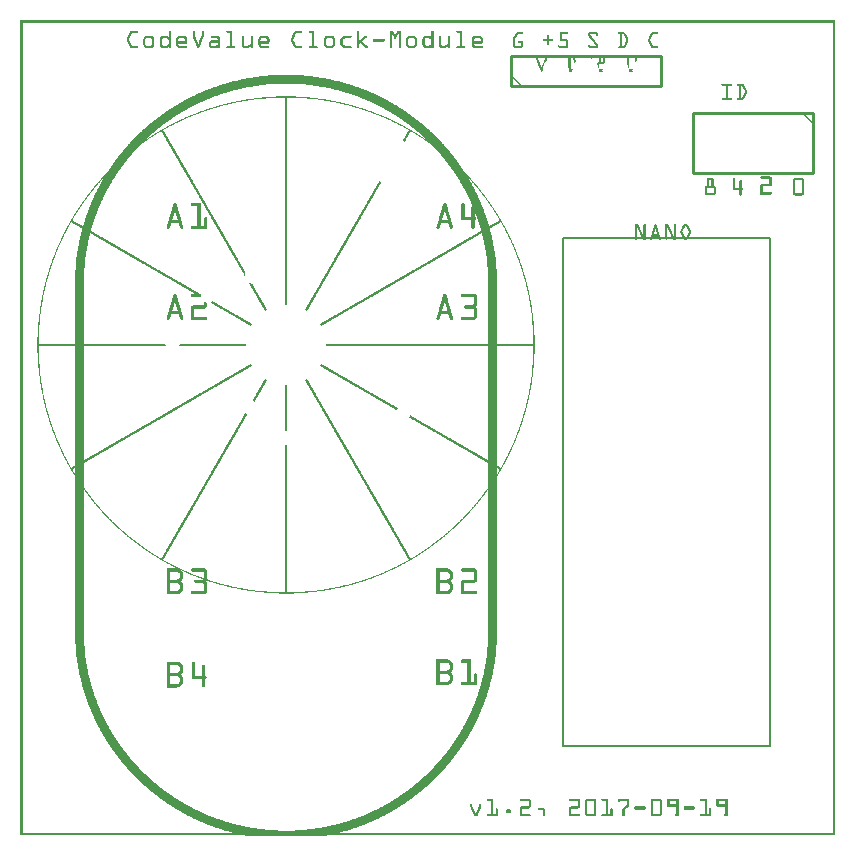
<source format=gto>
G04 MADE WITH FRITZING*
G04 WWW.FRITZING.ORG*
G04 DOUBLE SIDED*
G04 HOLES PLATED*
G04 CONTOUR ON CENTER OF CONTOUR VECTOR*
%ASAXBY*%
%FSLAX23Y23*%
%MOIN*%
%OFA0B0*%
%SFA1.0B1.0*%
%ADD10C,0.010000*%
%ADD11C,0.008000*%
%ADD12R,0.001000X0.001000*%
%LNSILK1*%
G90*
G70*
G54D10*
X2641Y2409D02*
X2241Y2409D01*
D02*
X2241Y2409D02*
X2241Y2209D01*
D02*
X2241Y2209D02*
X2641Y2209D01*
D02*
X2641Y2209D02*
X2641Y2409D01*
D02*
X1635Y2499D02*
X2135Y2499D01*
D02*
X2135Y2499D02*
X2135Y2599D01*
D02*
X2135Y2599D02*
X1635Y2599D01*
D02*
X1635Y2599D02*
X1635Y2499D01*
G54D11*
X1807Y298D02*
X2499Y298D01*
X2499Y1991D01*
X1807Y1991D01*
X1807Y298D01*
D02*
G54D12*
X0Y2717D02*
X2715Y2717D01*
X0Y2716D02*
X2715Y2716D01*
X0Y2715D02*
X2715Y2715D01*
X0Y2714D02*
X2715Y2714D01*
X0Y2713D02*
X2715Y2713D01*
X0Y2712D02*
X2715Y2712D01*
X0Y2711D02*
X2715Y2711D01*
X0Y2710D02*
X2715Y2710D01*
X0Y2709D02*
X7Y2709D01*
X2708Y2709D02*
X2715Y2709D01*
X0Y2708D02*
X7Y2708D01*
X2708Y2708D02*
X2715Y2708D01*
X0Y2707D02*
X7Y2707D01*
X2708Y2707D02*
X2715Y2707D01*
X0Y2706D02*
X7Y2706D01*
X2708Y2706D02*
X2715Y2706D01*
X0Y2705D02*
X7Y2705D01*
X2708Y2705D02*
X2715Y2705D01*
X0Y2704D02*
X7Y2704D01*
X2708Y2704D02*
X2715Y2704D01*
X0Y2703D02*
X7Y2703D01*
X2708Y2703D02*
X2715Y2703D01*
X0Y2702D02*
X7Y2702D01*
X2708Y2702D02*
X2715Y2702D01*
X0Y2701D02*
X7Y2701D01*
X2708Y2701D02*
X2715Y2701D01*
X0Y2700D02*
X7Y2700D01*
X2708Y2700D02*
X2715Y2700D01*
X0Y2699D02*
X7Y2699D01*
X2708Y2699D02*
X2715Y2699D01*
X0Y2698D02*
X7Y2698D01*
X2708Y2698D02*
X2715Y2698D01*
X0Y2697D02*
X7Y2697D01*
X2708Y2697D02*
X2715Y2697D01*
X0Y2696D02*
X7Y2696D01*
X2708Y2696D02*
X2715Y2696D01*
X0Y2695D02*
X7Y2695D01*
X2708Y2695D02*
X2715Y2695D01*
X0Y2694D02*
X7Y2694D01*
X2708Y2694D02*
X2715Y2694D01*
X0Y2693D02*
X7Y2693D01*
X2708Y2693D02*
X2715Y2693D01*
X0Y2692D02*
X7Y2692D01*
X2708Y2692D02*
X2715Y2692D01*
X0Y2691D02*
X7Y2691D01*
X2708Y2691D02*
X2715Y2691D01*
X0Y2690D02*
X7Y2690D01*
X2708Y2690D02*
X2715Y2690D01*
X0Y2689D02*
X7Y2689D01*
X2708Y2689D02*
X2715Y2689D01*
X0Y2688D02*
X7Y2688D01*
X2708Y2688D02*
X2715Y2688D01*
X0Y2687D02*
X7Y2687D01*
X2708Y2687D02*
X2715Y2687D01*
X0Y2686D02*
X7Y2686D01*
X2708Y2686D02*
X2715Y2686D01*
X0Y2685D02*
X7Y2685D01*
X2708Y2685D02*
X2715Y2685D01*
X0Y2684D02*
X7Y2684D01*
X2708Y2684D02*
X2715Y2684D01*
X0Y2683D02*
X7Y2683D01*
X2708Y2683D02*
X2715Y2683D01*
X0Y2682D02*
X7Y2682D01*
X371Y2682D02*
X390Y2682D01*
X496Y2682D02*
X499Y2682D01*
X576Y2682D02*
X579Y2682D01*
X606Y2682D02*
X609Y2682D01*
X689Y2682D02*
X703Y2682D01*
X918Y2682D02*
X937Y2682D01*
X963Y2682D02*
X977Y2682D01*
X1123Y2682D02*
X1126Y2682D01*
X1231Y2682D02*
X1240Y2682D01*
X1258Y2682D02*
X1267Y2682D01*
X1372Y2682D02*
X1375Y2682D01*
X1455Y2682D02*
X1469Y2682D01*
X2708Y2682D02*
X2715Y2682D01*
X0Y2681D02*
X7Y2681D01*
X369Y2681D02*
X391Y2681D01*
X495Y2681D02*
X500Y2681D01*
X575Y2681D02*
X580Y2681D01*
X605Y2681D02*
X610Y2681D01*
X688Y2681D02*
X704Y2681D01*
X916Y2681D02*
X938Y2681D01*
X961Y2681D02*
X978Y2681D01*
X1122Y2681D02*
X1127Y2681D01*
X1231Y2681D02*
X1240Y2681D01*
X1258Y2681D02*
X1267Y2681D01*
X1371Y2681D02*
X1376Y2681D01*
X1454Y2681D02*
X1470Y2681D01*
X2708Y2681D02*
X2715Y2681D01*
X0Y2680D02*
X7Y2680D01*
X367Y2680D02*
X391Y2680D01*
X495Y2680D02*
X501Y2680D01*
X574Y2680D02*
X580Y2680D01*
X604Y2680D02*
X610Y2680D01*
X687Y2680D02*
X705Y2680D01*
X915Y2680D02*
X939Y2680D01*
X961Y2680D02*
X978Y2680D01*
X1121Y2680D02*
X1128Y2680D01*
X1231Y2680D02*
X1241Y2680D01*
X1257Y2680D02*
X1267Y2680D01*
X1370Y2680D02*
X1377Y2680D01*
X1453Y2680D02*
X1471Y2680D01*
X2708Y2680D02*
X2715Y2680D01*
X0Y2679D02*
X7Y2679D01*
X366Y2679D02*
X392Y2679D01*
X495Y2679D02*
X501Y2679D01*
X574Y2679D02*
X581Y2679D01*
X604Y2679D02*
X611Y2679D01*
X687Y2679D02*
X705Y2679D01*
X914Y2679D02*
X939Y2679D01*
X961Y2679D02*
X979Y2679D01*
X1121Y2679D02*
X1128Y2679D01*
X1231Y2679D02*
X1242Y2679D01*
X1256Y2679D02*
X1267Y2679D01*
X1370Y2679D02*
X1377Y2679D01*
X1453Y2679D02*
X1471Y2679D01*
X2708Y2679D02*
X2715Y2679D01*
X0Y2678D02*
X7Y2678D01*
X366Y2678D02*
X392Y2678D01*
X495Y2678D02*
X501Y2678D01*
X574Y2678D02*
X581Y2678D01*
X604Y2678D02*
X611Y2678D01*
X687Y2678D02*
X705Y2678D01*
X913Y2678D02*
X939Y2678D01*
X961Y2678D02*
X979Y2678D01*
X1121Y2678D02*
X1128Y2678D01*
X1231Y2678D02*
X1242Y2678D01*
X1255Y2678D02*
X1267Y2678D01*
X1370Y2678D02*
X1377Y2678D01*
X1453Y2678D02*
X1471Y2678D01*
X2708Y2678D02*
X2715Y2678D01*
X0Y2677D02*
X7Y2677D01*
X365Y2677D02*
X391Y2677D01*
X495Y2677D02*
X501Y2677D01*
X574Y2677D02*
X581Y2677D01*
X604Y2677D02*
X611Y2677D01*
X688Y2677D02*
X705Y2677D01*
X912Y2677D02*
X938Y2677D01*
X961Y2677D02*
X979Y2677D01*
X1121Y2677D02*
X1128Y2677D01*
X1231Y2677D02*
X1243Y2677D01*
X1255Y2677D02*
X1267Y2677D01*
X1370Y2677D02*
X1377Y2677D01*
X1454Y2677D02*
X1471Y2677D01*
X1657Y2677D02*
X1673Y2677D01*
X1798Y2677D02*
X1824Y2677D01*
X1896Y2677D02*
X1920Y2677D01*
X1993Y2677D02*
X2012Y2677D01*
X2106Y2677D02*
X2125Y2677D01*
X2708Y2677D02*
X2715Y2677D01*
X0Y2676D02*
X7Y2676D01*
X364Y2676D02*
X390Y2676D01*
X495Y2676D02*
X501Y2676D01*
X574Y2676D02*
X581Y2676D01*
X604Y2676D02*
X611Y2676D01*
X688Y2676D02*
X705Y2676D01*
X912Y2676D02*
X938Y2676D01*
X962Y2676D02*
X979Y2676D01*
X1121Y2676D02*
X1128Y2676D01*
X1231Y2676D02*
X1244Y2676D01*
X1254Y2676D02*
X1267Y2676D01*
X1370Y2676D02*
X1377Y2676D01*
X1455Y2676D02*
X1471Y2676D01*
X1655Y2676D02*
X1674Y2676D01*
X1798Y2676D02*
X1825Y2676D01*
X1895Y2676D02*
X1922Y2676D01*
X1993Y2676D02*
X2014Y2676D01*
X2105Y2676D02*
X2126Y2676D01*
X2708Y2676D02*
X2715Y2676D01*
X0Y2675D02*
X7Y2675D01*
X364Y2675D02*
X388Y2675D01*
X495Y2675D02*
X501Y2675D01*
X574Y2675D02*
X581Y2675D01*
X604Y2675D02*
X611Y2675D01*
X691Y2675D02*
X705Y2675D01*
X911Y2675D02*
X935Y2675D01*
X965Y2675D02*
X979Y2675D01*
X1121Y2675D02*
X1128Y2675D01*
X1231Y2675D02*
X1245Y2675D01*
X1253Y2675D02*
X1267Y2675D01*
X1370Y2675D02*
X1377Y2675D01*
X1457Y2675D02*
X1471Y2675D01*
X1654Y2675D02*
X1674Y2675D01*
X1798Y2675D02*
X1825Y2675D01*
X1894Y2675D02*
X1923Y2675D01*
X1992Y2675D02*
X2015Y2675D01*
X2103Y2675D02*
X2126Y2675D01*
X2708Y2675D02*
X2715Y2675D01*
X0Y2674D02*
X7Y2674D01*
X363Y2674D02*
X371Y2674D01*
X495Y2674D02*
X501Y2674D01*
X574Y2674D02*
X581Y2674D01*
X604Y2674D02*
X611Y2674D01*
X698Y2674D02*
X705Y2674D01*
X911Y2674D02*
X919Y2674D01*
X972Y2674D02*
X979Y2674D01*
X1121Y2674D02*
X1128Y2674D01*
X1231Y2674D02*
X1245Y2674D01*
X1253Y2674D02*
X1267Y2674D01*
X1370Y2674D02*
X1377Y2674D01*
X1465Y2674D02*
X1471Y2674D01*
X1653Y2674D02*
X1674Y2674D01*
X1798Y2674D02*
X1825Y2674D01*
X1893Y2674D02*
X1924Y2674D01*
X1992Y2674D02*
X2016Y2674D01*
X2102Y2674D02*
X2126Y2674D01*
X2708Y2674D02*
X2715Y2674D01*
X0Y2673D02*
X7Y2673D01*
X363Y2673D02*
X371Y2673D01*
X495Y2673D02*
X501Y2673D01*
X574Y2673D02*
X581Y2673D01*
X604Y2673D02*
X611Y2673D01*
X698Y2673D02*
X705Y2673D01*
X910Y2673D02*
X918Y2673D01*
X972Y2673D02*
X979Y2673D01*
X1121Y2673D02*
X1128Y2673D01*
X1231Y2673D02*
X1246Y2673D01*
X1252Y2673D02*
X1267Y2673D01*
X1370Y2673D02*
X1377Y2673D01*
X1465Y2673D02*
X1471Y2673D01*
X1652Y2673D02*
X1674Y2673D01*
X1798Y2673D02*
X1825Y2673D01*
X1892Y2673D02*
X1924Y2673D01*
X1993Y2673D02*
X2016Y2673D01*
X2102Y2673D02*
X2126Y2673D01*
X2708Y2673D02*
X2715Y2673D01*
X0Y2672D02*
X7Y2672D01*
X362Y2672D02*
X370Y2672D01*
X495Y2672D02*
X501Y2672D01*
X574Y2672D02*
X581Y2672D01*
X604Y2672D02*
X611Y2672D01*
X698Y2672D02*
X705Y2672D01*
X910Y2672D02*
X917Y2672D01*
X972Y2672D02*
X979Y2672D01*
X1121Y2672D02*
X1128Y2672D01*
X1231Y2672D02*
X1247Y2672D01*
X1251Y2672D02*
X1267Y2672D01*
X1370Y2672D02*
X1377Y2672D01*
X1465Y2672D02*
X1471Y2672D01*
X1652Y2672D02*
X1673Y2672D01*
X1798Y2672D02*
X1824Y2672D01*
X1892Y2672D02*
X1925Y2672D01*
X1993Y2672D02*
X2017Y2672D01*
X2101Y2672D02*
X2125Y2672D01*
X2708Y2672D02*
X2715Y2672D01*
X0Y2671D02*
X7Y2671D01*
X362Y2671D02*
X369Y2671D01*
X495Y2671D02*
X501Y2671D01*
X574Y2671D02*
X581Y2671D01*
X604Y2671D02*
X611Y2671D01*
X698Y2671D02*
X705Y2671D01*
X909Y2671D02*
X917Y2671D01*
X972Y2671D02*
X979Y2671D01*
X1121Y2671D02*
X1128Y2671D01*
X1231Y2671D02*
X1237Y2671D01*
X1239Y2671D02*
X1247Y2671D01*
X1251Y2671D02*
X1259Y2671D01*
X1261Y2671D02*
X1267Y2671D01*
X1370Y2671D02*
X1377Y2671D01*
X1465Y2671D02*
X1471Y2671D01*
X1651Y2671D02*
X1671Y2671D01*
X1798Y2671D02*
X1822Y2671D01*
X1892Y2671D02*
X1925Y2671D01*
X1996Y2671D02*
X2018Y2671D01*
X2101Y2671D02*
X2123Y2671D01*
X2708Y2671D02*
X2715Y2671D01*
X0Y2670D02*
X7Y2670D01*
X361Y2670D02*
X369Y2670D01*
X495Y2670D02*
X501Y2670D01*
X574Y2670D02*
X581Y2670D01*
X604Y2670D02*
X611Y2670D01*
X698Y2670D02*
X705Y2670D01*
X909Y2670D02*
X916Y2670D01*
X972Y2670D02*
X979Y2670D01*
X1121Y2670D02*
X1128Y2670D01*
X1231Y2670D02*
X1237Y2670D01*
X1240Y2670D02*
X1248Y2670D01*
X1250Y2670D02*
X1258Y2670D01*
X1261Y2670D02*
X1267Y2670D01*
X1370Y2670D02*
X1377Y2670D01*
X1465Y2670D02*
X1471Y2670D01*
X1650Y2670D02*
X1658Y2670D01*
X1798Y2670D02*
X1804Y2670D01*
X1892Y2670D02*
X1898Y2670D01*
X1919Y2670D02*
X1925Y2670D01*
X1999Y2670D02*
X2005Y2670D01*
X2011Y2670D02*
X2018Y2670D01*
X2100Y2670D02*
X2107Y2670D01*
X2708Y2670D02*
X2715Y2670D01*
X0Y2669D02*
X7Y2669D01*
X361Y2669D02*
X368Y2669D01*
X495Y2669D02*
X501Y2669D01*
X574Y2669D02*
X581Y2669D01*
X604Y2669D02*
X611Y2669D01*
X698Y2669D02*
X705Y2669D01*
X908Y2669D02*
X916Y2669D01*
X972Y2669D02*
X979Y2669D01*
X1121Y2669D02*
X1128Y2669D01*
X1231Y2669D02*
X1237Y2669D01*
X1240Y2669D02*
X1258Y2669D01*
X1261Y2669D02*
X1267Y2669D01*
X1370Y2669D02*
X1377Y2669D01*
X1465Y2669D02*
X1471Y2669D01*
X1649Y2669D02*
X1657Y2669D01*
X1798Y2669D02*
X1804Y2669D01*
X1892Y2669D02*
X1898Y2669D01*
X1919Y2669D02*
X1925Y2669D01*
X1999Y2669D02*
X2005Y2669D01*
X2012Y2669D02*
X2019Y2669D01*
X2100Y2669D02*
X2107Y2669D01*
X2708Y2669D02*
X2715Y2669D01*
X0Y2668D02*
X7Y2668D01*
X360Y2668D02*
X368Y2668D01*
X495Y2668D02*
X501Y2668D01*
X574Y2668D02*
X581Y2668D01*
X604Y2668D02*
X611Y2668D01*
X698Y2668D02*
X705Y2668D01*
X908Y2668D02*
X915Y2668D01*
X972Y2668D02*
X979Y2668D01*
X1121Y2668D02*
X1128Y2668D01*
X1231Y2668D02*
X1237Y2668D01*
X1241Y2668D02*
X1257Y2668D01*
X1261Y2668D02*
X1267Y2668D01*
X1370Y2668D02*
X1377Y2668D01*
X1465Y2668D02*
X1471Y2668D01*
X1649Y2668D02*
X1657Y2668D01*
X1758Y2668D02*
X1758Y2668D01*
X1798Y2668D02*
X1804Y2668D01*
X1892Y2668D02*
X1899Y2668D01*
X1920Y2668D02*
X1925Y2668D01*
X1999Y2668D02*
X2005Y2668D01*
X2012Y2668D02*
X2019Y2668D01*
X2099Y2668D02*
X2106Y2668D01*
X2708Y2668D02*
X2715Y2668D01*
X0Y2667D02*
X7Y2667D01*
X360Y2667D02*
X367Y2667D01*
X495Y2667D02*
X501Y2667D01*
X574Y2667D02*
X581Y2667D01*
X604Y2667D02*
X611Y2667D01*
X698Y2667D02*
X705Y2667D01*
X907Y2667D02*
X915Y2667D01*
X972Y2667D02*
X979Y2667D01*
X1121Y2667D02*
X1128Y2667D01*
X1231Y2667D02*
X1237Y2667D01*
X1242Y2667D02*
X1256Y2667D01*
X1261Y2667D02*
X1267Y2667D01*
X1370Y2667D02*
X1377Y2667D01*
X1465Y2667D02*
X1471Y2667D01*
X1648Y2667D02*
X1656Y2667D01*
X1756Y2667D02*
X1760Y2667D01*
X1798Y2667D02*
X1804Y2667D01*
X1893Y2667D02*
X1900Y2667D01*
X1920Y2667D02*
X1925Y2667D01*
X1999Y2667D02*
X2005Y2667D01*
X2013Y2667D02*
X2020Y2667D01*
X2099Y2667D02*
X2106Y2667D01*
X2708Y2667D02*
X2715Y2667D01*
X0Y2666D02*
X7Y2666D01*
X359Y2666D02*
X367Y2666D01*
X420Y2666D02*
X436Y2666D01*
X475Y2666D02*
X487Y2666D01*
X495Y2666D02*
X501Y2666D01*
X530Y2666D02*
X545Y2666D01*
X574Y2666D02*
X581Y2666D01*
X604Y2666D02*
X611Y2666D01*
X638Y2666D02*
X657Y2666D01*
X698Y2666D02*
X705Y2666D01*
X740Y2666D02*
X743Y2666D01*
X770Y2666D02*
X773Y2666D01*
X803Y2666D02*
X819Y2666D01*
X907Y2666D02*
X914Y2666D01*
X972Y2666D02*
X979Y2666D01*
X1022Y2666D02*
X1038Y2666D01*
X1081Y2666D02*
X1101Y2666D01*
X1121Y2666D02*
X1128Y2666D01*
X1149Y2666D02*
X1152Y2666D01*
X1231Y2666D02*
X1237Y2666D01*
X1242Y2666D02*
X1255Y2666D01*
X1261Y2666D02*
X1267Y2666D01*
X1296Y2666D02*
X1311Y2666D01*
X1351Y2666D02*
X1362Y2666D01*
X1370Y2666D02*
X1377Y2666D01*
X1397Y2666D02*
X1399Y2666D01*
X1427Y2666D02*
X1430Y2666D01*
X1465Y2666D02*
X1471Y2666D01*
X1515Y2666D02*
X1530Y2666D01*
X1647Y2666D02*
X1655Y2666D01*
X1755Y2666D02*
X1761Y2666D01*
X1798Y2666D02*
X1804Y2666D01*
X1893Y2666D02*
X1901Y2666D01*
X1921Y2666D02*
X1924Y2666D01*
X1999Y2666D02*
X2005Y2666D01*
X2013Y2666D02*
X2020Y2666D01*
X2098Y2666D02*
X2105Y2666D01*
X2708Y2666D02*
X2715Y2666D01*
X0Y2665D02*
X7Y2665D01*
X359Y2665D02*
X366Y2665D01*
X418Y2665D02*
X438Y2665D01*
X473Y2665D02*
X489Y2665D01*
X495Y2665D02*
X501Y2665D01*
X528Y2665D02*
X547Y2665D01*
X574Y2665D02*
X581Y2665D01*
X603Y2665D02*
X611Y2665D01*
X637Y2665D02*
X659Y2665D01*
X698Y2665D02*
X705Y2665D01*
X739Y2665D02*
X744Y2665D01*
X769Y2665D02*
X774Y2665D01*
X801Y2665D02*
X821Y2665D01*
X906Y2665D02*
X914Y2665D01*
X972Y2665D02*
X979Y2665D01*
X1020Y2665D02*
X1040Y2665D01*
X1078Y2665D02*
X1102Y2665D01*
X1121Y2665D02*
X1128Y2665D01*
X1148Y2665D02*
X1153Y2665D01*
X1231Y2665D02*
X1237Y2665D01*
X1243Y2665D02*
X1255Y2665D01*
X1261Y2665D02*
X1267Y2665D01*
X1294Y2665D02*
X1314Y2665D01*
X1348Y2665D02*
X1364Y2665D01*
X1370Y2665D02*
X1377Y2665D01*
X1396Y2665D02*
X1401Y2665D01*
X1426Y2665D02*
X1431Y2665D01*
X1465Y2665D02*
X1471Y2665D01*
X1513Y2665D02*
X1533Y2665D01*
X1646Y2665D02*
X1654Y2665D01*
X1755Y2665D02*
X1761Y2665D01*
X1798Y2665D02*
X1804Y2665D01*
X1894Y2665D02*
X1902Y2665D01*
X1999Y2665D02*
X2005Y2665D01*
X2014Y2665D02*
X2021Y2665D01*
X2098Y2665D02*
X2105Y2665D01*
X2708Y2665D02*
X2715Y2665D01*
X0Y2664D02*
X7Y2664D01*
X358Y2664D02*
X366Y2664D01*
X417Y2664D02*
X439Y2664D01*
X471Y2664D02*
X490Y2664D01*
X495Y2664D02*
X501Y2664D01*
X526Y2664D02*
X549Y2664D01*
X574Y2664D02*
X582Y2664D01*
X603Y2664D02*
X610Y2664D01*
X636Y2664D02*
X660Y2664D01*
X698Y2664D02*
X705Y2664D01*
X738Y2664D02*
X744Y2664D01*
X768Y2664D02*
X775Y2664D01*
X800Y2664D02*
X823Y2664D01*
X906Y2664D02*
X913Y2664D01*
X972Y2664D02*
X979Y2664D01*
X1019Y2664D02*
X1041Y2664D01*
X1077Y2664D02*
X1103Y2664D01*
X1121Y2664D02*
X1128Y2664D01*
X1147Y2664D02*
X1154Y2664D01*
X1231Y2664D02*
X1237Y2664D01*
X1244Y2664D02*
X1254Y2664D01*
X1261Y2664D02*
X1267Y2664D01*
X1292Y2664D02*
X1315Y2664D01*
X1347Y2664D02*
X1366Y2664D01*
X1370Y2664D02*
X1377Y2664D01*
X1395Y2664D02*
X1401Y2664D01*
X1425Y2664D02*
X1431Y2664D01*
X1465Y2664D02*
X1471Y2664D01*
X1511Y2664D02*
X1534Y2664D01*
X1646Y2664D02*
X1653Y2664D01*
X1755Y2664D02*
X1761Y2664D01*
X1798Y2664D02*
X1804Y2664D01*
X1894Y2664D02*
X1902Y2664D01*
X1999Y2664D02*
X2005Y2664D01*
X2014Y2664D02*
X2021Y2664D01*
X2097Y2664D02*
X2104Y2664D01*
X2708Y2664D02*
X2715Y2664D01*
X0Y2663D02*
X7Y2663D01*
X358Y2663D02*
X365Y2663D01*
X415Y2663D02*
X441Y2663D01*
X470Y2663D02*
X492Y2663D01*
X495Y2663D02*
X501Y2663D01*
X525Y2663D02*
X550Y2663D01*
X575Y2663D02*
X582Y2663D01*
X603Y2663D02*
X610Y2663D01*
X636Y2663D02*
X661Y2663D01*
X698Y2663D02*
X705Y2663D01*
X738Y2663D02*
X745Y2663D01*
X768Y2663D02*
X775Y2663D01*
X799Y2663D02*
X824Y2663D01*
X905Y2663D02*
X913Y2663D01*
X972Y2663D02*
X979Y2663D01*
X1017Y2663D02*
X1043Y2663D01*
X1076Y2663D02*
X1103Y2663D01*
X1121Y2663D02*
X1128Y2663D01*
X1146Y2663D02*
X1154Y2663D01*
X1231Y2663D02*
X1237Y2663D01*
X1245Y2663D02*
X1253Y2663D01*
X1261Y2663D02*
X1267Y2663D01*
X1291Y2663D02*
X1316Y2663D01*
X1346Y2663D02*
X1367Y2663D01*
X1370Y2663D02*
X1377Y2663D01*
X1395Y2663D02*
X1401Y2663D01*
X1425Y2663D02*
X1431Y2663D01*
X1465Y2663D02*
X1471Y2663D01*
X1510Y2663D02*
X1535Y2663D01*
X1645Y2663D02*
X1653Y2663D01*
X1755Y2663D02*
X1761Y2663D01*
X1798Y2663D02*
X1804Y2663D01*
X1895Y2663D02*
X1903Y2663D01*
X1999Y2663D02*
X2005Y2663D01*
X2015Y2663D02*
X2022Y2663D01*
X2097Y2663D02*
X2104Y2663D01*
X2708Y2663D02*
X2715Y2663D01*
X0Y2662D02*
X7Y2662D01*
X357Y2662D02*
X365Y2662D01*
X414Y2662D02*
X442Y2662D01*
X469Y2662D02*
X501Y2662D01*
X524Y2662D02*
X551Y2662D01*
X575Y2662D02*
X582Y2662D01*
X602Y2662D02*
X609Y2662D01*
X636Y2662D02*
X662Y2662D01*
X698Y2662D02*
X705Y2662D01*
X738Y2662D02*
X745Y2662D01*
X768Y2662D02*
X775Y2662D01*
X797Y2662D02*
X825Y2662D01*
X905Y2662D02*
X912Y2662D01*
X972Y2662D02*
X979Y2662D01*
X1016Y2662D02*
X1044Y2662D01*
X1074Y2662D02*
X1103Y2662D01*
X1121Y2662D02*
X1128Y2662D01*
X1144Y2662D02*
X1154Y2662D01*
X1231Y2662D02*
X1237Y2662D01*
X1245Y2662D02*
X1253Y2662D01*
X1261Y2662D02*
X1267Y2662D01*
X1290Y2662D02*
X1317Y2662D01*
X1345Y2662D02*
X1368Y2662D01*
X1370Y2662D02*
X1377Y2662D01*
X1395Y2662D02*
X1401Y2662D01*
X1425Y2662D02*
X1432Y2662D01*
X1465Y2662D02*
X1471Y2662D01*
X1509Y2662D02*
X1536Y2662D01*
X1644Y2662D02*
X1652Y2662D01*
X1755Y2662D02*
X1761Y2662D01*
X1798Y2662D02*
X1804Y2662D01*
X1896Y2662D02*
X1904Y2662D01*
X1999Y2662D02*
X2005Y2662D01*
X2015Y2662D02*
X2022Y2662D01*
X2096Y2662D02*
X2103Y2662D01*
X2708Y2662D02*
X2715Y2662D01*
X0Y2661D02*
X7Y2661D01*
X357Y2661D02*
X364Y2661D01*
X413Y2661D02*
X443Y2661D01*
X468Y2661D02*
X501Y2661D01*
X523Y2661D02*
X552Y2661D01*
X576Y2661D02*
X583Y2661D01*
X602Y2661D02*
X609Y2661D01*
X637Y2661D02*
X663Y2661D01*
X698Y2661D02*
X705Y2661D01*
X738Y2661D02*
X745Y2661D01*
X768Y2661D02*
X775Y2661D01*
X796Y2661D02*
X826Y2661D01*
X904Y2661D02*
X912Y2661D01*
X972Y2661D02*
X979Y2661D01*
X1015Y2661D02*
X1045Y2661D01*
X1073Y2661D02*
X1103Y2661D01*
X1121Y2661D02*
X1128Y2661D01*
X1143Y2661D02*
X1154Y2661D01*
X1231Y2661D02*
X1237Y2661D01*
X1246Y2661D02*
X1252Y2661D01*
X1261Y2661D02*
X1267Y2661D01*
X1289Y2661D02*
X1319Y2661D01*
X1344Y2661D02*
X1377Y2661D01*
X1395Y2661D02*
X1401Y2661D01*
X1425Y2661D02*
X1432Y2661D01*
X1465Y2661D02*
X1471Y2661D01*
X1508Y2661D02*
X1537Y2661D01*
X1643Y2661D02*
X1651Y2661D01*
X1755Y2661D02*
X1761Y2661D01*
X1798Y2661D02*
X1804Y2661D01*
X1897Y2661D02*
X1905Y2661D01*
X1999Y2661D02*
X2005Y2661D01*
X2016Y2661D02*
X2023Y2661D01*
X2096Y2661D02*
X2103Y2661D01*
X2708Y2661D02*
X2715Y2661D01*
X0Y2660D02*
X7Y2660D01*
X357Y2660D02*
X364Y2660D01*
X412Y2660D02*
X444Y2660D01*
X467Y2660D02*
X501Y2660D01*
X522Y2660D02*
X553Y2660D01*
X576Y2660D02*
X583Y2660D01*
X601Y2660D02*
X609Y2660D01*
X637Y2660D02*
X663Y2660D01*
X698Y2660D02*
X705Y2660D01*
X738Y2660D02*
X745Y2660D01*
X768Y2660D02*
X775Y2660D01*
X795Y2660D02*
X827Y2660D01*
X904Y2660D02*
X911Y2660D01*
X972Y2660D02*
X979Y2660D01*
X1014Y2660D02*
X1046Y2660D01*
X1072Y2660D02*
X1102Y2660D01*
X1121Y2660D02*
X1128Y2660D01*
X1142Y2660D02*
X1153Y2660D01*
X1231Y2660D02*
X1237Y2660D01*
X1246Y2660D02*
X1252Y2660D01*
X1261Y2660D02*
X1267Y2660D01*
X1288Y2660D02*
X1319Y2660D01*
X1343Y2660D02*
X1377Y2660D01*
X1395Y2660D02*
X1401Y2660D01*
X1425Y2660D02*
X1432Y2660D01*
X1465Y2660D02*
X1471Y2660D01*
X1507Y2660D02*
X1538Y2660D01*
X1643Y2660D02*
X1650Y2660D01*
X1755Y2660D02*
X1761Y2660D01*
X1798Y2660D02*
X1804Y2660D01*
X1897Y2660D02*
X1905Y2660D01*
X1999Y2660D02*
X2005Y2660D01*
X2016Y2660D02*
X2023Y2660D01*
X2095Y2660D02*
X2102Y2660D01*
X2708Y2660D02*
X2715Y2660D01*
X0Y2659D02*
X7Y2659D01*
X356Y2659D02*
X363Y2659D01*
X412Y2659D02*
X445Y2659D01*
X466Y2659D02*
X501Y2659D01*
X521Y2659D02*
X554Y2659D01*
X576Y2659D02*
X584Y2659D01*
X601Y2659D02*
X608Y2659D01*
X640Y2659D02*
X664Y2659D01*
X698Y2659D02*
X705Y2659D01*
X738Y2659D02*
X745Y2659D01*
X768Y2659D02*
X775Y2659D01*
X795Y2659D02*
X828Y2659D01*
X903Y2659D02*
X911Y2659D01*
X972Y2659D02*
X979Y2659D01*
X1014Y2659D02*
X1047Y2659D01*
X1071Y2659D02*
X1100Y2659D01*
X1121Y2659D02*
X1128Y2659D01*
X1141Y2659D02*
X1152Y2659D01*
X1231Y2659D02*
X1237Y2659D01*
X1246Y2659D02*
X1252Y2659D01*
X1261Y2659D02*
X1267Y2659D01*
X1287Y2659D02*
X1320Y2659D01*
X1342Y2659D02*
X1377Y2659D01*
X1395Y2659D02*
X1402Y2659D01*
X1425Y2659D02*
X1432Y2659D01*
X1465Y2659D02*
X1471Y2659D01*
X1506Y2659D02*
X1539Y2659D01*
X1642Y2659D02*
X1650Y2659D01*
X1755Y2659D02*
X1761Y2659D01*
X1798Y2659D02*
X1804Y2659D01*
X1898Y2659D02*
X1906Y2659D01*
X1999Y2659D02*
X2005Y2659D01*
X2017Y2659D02*
X2024Y2659D01*
X2095Y2659D02*
X2102Y2659D01*
X2708Y2659D02*
X2715Y2659D01*
X0Y2658D02*
X7Y2658D01*
X356Y2658D02*
X363Y2658D01*
X411Y2658D02*
X420Y2658D01*
X436Y2658D02*
X445Y2658D01*
X466Y2658D02*
X475Y2658D01*
X487Y2658D02*
X501Y2658D01*
X521Y2658D02*
X530Y2658D01*
X545Y2658D02*
X555Y2658D01*
X577Y2658D02*
X584Y2658D01*
X601Y2658D02*
X608Y2658D01*
X656Y2658D02*
X664Y2658D01*
X698Y2658D02*
X705Y2658D01*
X738Y2658D02*
X745Y2658D01*
X768Y2658D02*
X775Y2658D01*
X794Y2658D02*
X803Y2658D01*
X819Y2658D02*
X828Y2658D01*
X903Y2658D02*
X910Y2658D01*
X972Y2658D02*
X979Y2658D01*
X1013Y2658D02*
X1022Y2658D01*
X1038Y2658D02*
X1047Y2658D01*
X1070Y2658D02*
X1081Y2658D01*
X1121Y2658D02*
X1128Y2658D01*
X1140Y2658D02*
X1151Y2658D01*
X1231Y2658D02*
X1237Y2658D01*
X1246Y2658D02*
X1252Y2658D01*
X1261Y2658D02*
X1267Y2658D01*
X1287Y2658D02*
X1296Y2658D01*
X1312Y2658D02*
X1321Y2658D01*
X1341Y2658D02*
X1351Y2658D01*
X1362Y2658D02*
X1377Y2658D01*
X1395Y2658D02*
X1402Y2658D01*
X1425Y2658D02*
X1432Y2658D01*
X1465Y2658D02*
X1471Y2658D01*
X1506Y2658D02*
X1515Y2658D01*
X1530Y2658D02*
X1540Y2658D01*
X1642Y2658D02*
X1649Y2658D01*
X1755Y2658D02*
X1761Y2658D01*
X1798Y2658D02*
X1804Y2658D01*
X1899Y2658D02*
X1907Y2658D01*
X1999Y2658D02*
X2005Y2658D01*
X2017Y2658D02*
X2024Y2658D01*
X2094Y2658D02*
X2101Y2658D01*
X2708Y2658D02*
X2715Y2658D01*
X0Y2657D02*
X7Y2657D01*
X355Y2657D02*
X362Y2657D01*
X411Y2657D02*
X419Y2657D01*
X437Y2657D02*
X446Y2657D01*
X465Y2657D02*
X474Y2657D01*
X488Y2657D02*
X501Y2657D01*
X520Y2657D02*
X529Y2657D01*
X547Y2657D02*
X555Y2657D01*
X577Y2657D02*
X584Y2657D01*
X600Y2657D02*
X607Y2657D01*
X657Y2657D02*
X664Y2657D01*
X698Y2657D02*
X705Y2657D01*
X738Y2657D02*
X745Y2657D01*
X768Y2657D02*
X775Y2657D01*
X794Y2657D02*
X802Y2657D01*
X820Y2657D02*
X829Y2657D01*
X903Y2657D02*
X910Y2657D01*
X972Y2657D02*
X979Y2657D01*
X1013Y2657D02*
X1021Y2657D01*
X1039Y2657D02*
X1048Y2657D01*
X1069Y2657D02*
X1080Y2657D01*
X1121Y2657D02*
X1128Y2657D01*
X1139Y2657D02*
X1149Y2657D01*
X1231Y2657D02*
X1237Y2657D01*
X1247Y2657D02*
X1251Y2657D01*
X1261Y2657D02*
X1267Y2657D01*
X1286Y2657D02*
X1295Y2657D01*
X1313Y2657D02*
X1321Y2657D01*
X1341Y2657D02*
X1349Y2657D01*
X1363Y2657D02*
X1377Y2657D01*
X1395Y2657D02*
X1402Y2657D01*
X1425Y2657D02*
X1432Y2657D01*
X1465Y2657D02*
X1471Y2657D01*
X1505Y2657D02*
X1514Y2657D01*
X1532Y2657D02*
X1540Y2657D01*
X1641Y2657D02*
X1648Y2657D01*
X1755Y2657D02*
X1761Y2657D01*
X1798Y2657D02*
X1804Y2657D01*
X1900Y2657D02*
X1908Y2657D01*
X1999Y2657D02*
X2005Y2657D01*
X2018Y2657D02*
X2024Y2657D01*
X2094Y2657D02*
X2101Y2657D01*
X2708Y2657D02*
X2715Y2657D01*
X0Y2656D02*
X7Y2656D01*
X355Y2656D02*
X362Y2656D01*
X410Y2656D02*
X418Y2656D01*
X438Y2656D02*
X446Y2656D01*
X465Y2656D02*
X473Y2656D01*
X489Y2656D02*
X501Y2656D01*
X520Y2656D02*
X527Y2656D01*
X548Y2656D02*
X555Y2656D01*
X577Y2656D02*
X585Y2656D01*
X600Y2656D02*
X607Y2656D01*
X657Y2656D02*
X664Y2656D01*
X698Y2656D02*
X705Y2656D01*
X738Y2656D02*
X745Y2656D01*
X768Y2656D02*
X775Y2656D01*
X793Y2656D02*
X801Y2656D01*
X821Y2656D02*
X829Y2656D01*
X903Y2656D02*
X909Y2656D01*
X972Y2656D02*
X979Y2656D01*
X1012Y2656D02*
X1020Y2656D01*
X1040Y2656D02*
X1048Y2656D01*
X1068Y2656D02*
X1079Y2656D01*
X1121Y2656D02*
X1128Y2656D01*
X1137Y2656D02*
X1148Y2656D01*
X1177Y2656D02*
X1211Y2656D01*
X1231Y2656D02*
X1237Y2656D01*
X1248Y2656D02*
X1250Y2656D01*
X1261Y2656D02*
X1267Y2656D01*
X1286Y2656D02*
X1294Y2656D01*
X1314Y2656D02*
X1322Y2656D01*
X1340Y2656D02*
X1348Y2656D01*
X1365Y2656D02*
X1377Y2656D01*
X1395Y2656D02*
X1402Y2656D01*
X1425Y2656D02*
X1432Y2656D01*
X1465Y2656D02*
X1471Y2656D01*
X1505Y2656D02*
X1513Y2656D01*
X1533Y2656D02*
X1541Y2656D01*
X1641Y2656D02*
X1648Y2656D01*
X1755Y2656D02*
X1761Y2656D01*
X1798Y2656D02*
X1804Y2656D01*
X1901Y2656D02*
X1909Y2656D01*
X1999Y2656D02*
X2005Y2656D01*
X2018Y2656D02*
X2025Y2656D01*
X2094Y2656D02*
X2100Y2656D01*
X2708Y2656D02*
X2715Y2656D01*
X0Y2655D02*
X7Y2655D01*
X355Y2655D02*
X362Y2655D01*
X410Y2655D02*
X417Y2655D01*
X439Y2655D02*
X446Y2655D01*
X465Y2655D02*
X472Y2655D01*
X490Y2655D02*
X501Y2655D01*
X519Y2655D02*
X527Y2655D01*
X549Y2655D02*
X556Y2655D01*
X578Y2655D02*
X585Y2655D01*
X599Y2655D02*
X607Y2655D01*
X658Y2655D02*
X664Y2655D01*
X698Y2655D02*
X705Y2655D01*
X738Y2655D02*
X745Y2655D01*
X768Y2655D02*
X775Y2655D01*
X793Y2655D02*
X800Y2655D01*
X822Y2655D02*
X829Y2655D01*
X902Y2655D02*
X909Y2655D01*
X972Y2655D02*
X979Y2655D01*
X1012Y2655D02*
X1019Y2655D01*
X1041Y2655D02*
X1048Y2655D01*
X1068Y2655D02*
X1077Y2655D01*
X1121Y2655D02*
X1128Y2655D01*
X1136Y2655D02*
X1147Y2655D01*
X1176Y2655D02*
X1212Y2655D01*
X1231Y2655D02*
X1237Y2655D01*
X1261Y2655D02*
X1267Y2655D01*
X1286Y2655D02*
X1293Y2655D01*
X1315Y2655D02*
X1322Y2655D01*
X1340Y2655D02*
X1348Y2655D01*
X1366Y2655D02*
X1377Y2655D01*
X1395Y2655D02*
X1402Y2655D01*
X1425Y2655D02*
X1432Y2655D01*
X1465Y2655D02*
X1471Y2655D01*
X1505Y2655D02*
X1512Y2655D01*
X1534Y2655D02*
X1541Y2655D01*
X1641Y2655D02*
X1647Y2655D01*
X1755Y2655D02*
X1761Y2655D01*
X1798Y2655D02*
X1804Y2655D01*
X1901Y2655D02*
X1909Y2655D01*
X1999Y2655D02*
X2005Y2655D01*
X2019Y2655D02*
X2025Y2655D01*
X2093Y2655D02*
X2100Y2655D01*
X2708Y2655D02*
X2715Y2655D01*
X0Y2654D02*
X7Y2654D01*
X355Y2654D02*
X362Y2654D01*
X410Y2654D02*
X417Y2654D01*
X440Y2654D02*
X446Y2654D01*
X465Y2654D02*
X471Y2654D01*
X491Y2654D02*
X501Y2654D01*
X519Y2654D02*
X526Y2654D01*
X549Y2654D02*
X556Y2654D01*
X578Y2654D02*
X586Y2654D01*
X599Y2654D02*
X606Y2654D01*
X658Y2654D02*
X664Y2654D01*
X698Y2654D02*
X705Y2654D01*
X738Y2654D02*
X745Y2654D01*
X768Y2654D02*
X775Y2654D01*
X793Y2654D02*
X800Y2654D01*
X823Y2654D02*
X829Y2654D01*
X902Y2654D02*
X909Y2654D01*
X972Y2654D02*
X979Y2654D01*
X1012Y2654D02*
X1019Y2654D01*
X1042Y2654D02*
X1048Y2654D01*
X1067Y2654D02*
X1076Y2654D01*
X1121Y2654D02*
X1128Y2654D01*
X1135Y2654D02*
X1146Y2654D01*
X1176Y2654D02*
X1212Y2654D01*
X1231Y2654D02*
X1237Y2654D01*
X1261Y2654D02*
X1267Y2654D01*
X1285Y2654D02*
X1292Y2654D01*
X1315Y2654D02*
X1322Y2654D01*
X1340Y2654D02*
X1347Y2654D01*
X1367Y2654D02*
X1377Y2654D01*
X1395Y2654D02*
X1402Y2654D01*
X1425Y2654D02*
X1432Y2654D01*
X1465Y2654D02*
X1471Y2654D01*
X1504Y2654D02*
X1511Y2654D01*
X1534Y2654D02*
X1541Y2654D01*
X1641Y2654D02*
X1647Y2654D01*
X1743Y2654D02*
X1773Y2654D01*
X1798Y2654D02*
X1820Y2654D01*
X1902Y2654D02*
X1910Y2654D01*
X1999Y2654D02*
X2005Y2654D01*
X2019Y2654D02*
X2025Y2654D01*
X2093Y2654D02*
X2099Y2654D01*
X2708Y2654D02*
X2715Y2654D01*
X0Y2653D02*
X7Y2653D01*
X355Y2653D02*
X362Y2653D01*
X410Y2653D02*
X416Y2653D01*
X440Y2653D02*
X446Y2653D01*
X464Y2653D02*
X471Y2653D01*
X492Y2653D02*
X501Y2653D01*
X519Y2653D02*
X526Y2653D01*
X549Y2653D02*
X556Y2653D01*
X579Y2653D02*
X586Y2653D01*
X599Y2653D02*
X606Y2653D01*
X658Y2653D02*
X664Y2653D01*
X698Y2653D02*
X705Y2653D01*
X738Y2653D02*
X745Y2653D01*
X768Y2653D02*
X775Y2653D01*
X793Y2653D02*
X800Y2653D01*
X823Y2653D02*
X830Y2653D01*
X902Y2653D02*
X909Y2653D01*
X972Y2653D02*
X979Y2653D01*
X1012Y2653D02*
X1018Y2653D01*
X1042Y2653D02*
X1048Y2653D01*
X1067Y2653D02*
X1075Y2653D01*
X1121Y2653D02*
X1128Y2653D01*
X1134Y2653D02*
X1145Y2653D01*
X1176Y2653D02*
X1213Y2653D01*
X1231Y2653D02*
X1237Y2653D01*
X1261Y2653D02*
X1267Y2653D01*
X1285Y2653D02*
X1292Y2653D01*
X1315Y2653D02*
X1322Y2653D01*
X1340Y2653D02*
X1347Y2653D01*
X1368Y2653D02*
X1377Y2653D01*
X1395Y2653D02*
X1402Y2653D01*
X1425Y2653D02*
X1432Y2653D01*
X1465Y2653D02*
X1471Y2653D01*
X1504Y2653D02*
X1511Y2653D01*
X1534Y2653D02*
X1541Y2653D01*
X1641Y2653D02*
X1647Y2653D01*
X1742Y2653D02*
X1774Y2653D01*
X1798Y2653D02*
X1822Y2653D01*
X1903Y2653D02*
X1911Y2653D01*
X1999Y2653D02*
X2005Y2653D01*
X2020Y2653D02*
X2026Y2653D01*
X2093Y2653D02*
X2099Y2653D01*
X2708Y2653D02*
X2715Y2653D01*
X0Y2652D02*
X7Y2652D01*
X355Y2652D02*
X362Y2652D01*
X410Y2652D02*
X416Y2652D01*
X440Y2652D02*
X446Y2652D01*
X464Y2652D02*
X471Y2652D01*
X493Y2652D02*
X501Y2652D01*
X519Y2652D02*
X526Y2652D01*
X549Y2652D02*
X556Y2652D01*
X579Y2652D02*
X586Y2652D01*
X598Y2652D02*
X605Y2652D01*
X658Y2652D02*
X664Y2652D01*
X698Y2652D02*
X705Y2652D01*
X738Y2652D02*
X745Y2652D01*
X768Y2652D02*
X775Y2652D01*
X793Y2652D02*
X799Y2652D01*
X823Y2652D02*
X830Y2652D01*
X902Y2652D02*
X909Y2652D01*
X972Y2652D02*
X979Y2652D01*
X1012Y2652D02*
X1018Y2652D01*
X1042Y2652D02*
X1048Y2652D01*
X1067Y2652D02*
X1074Y2652D01*
X1121Y2652D02*
X1128Y2652D01*
X1133Y2652D02*
X1144Y2652D01*
X1176Y2652D02*
X1213Y2652D01*
X1231Y2652D02*
X1237Y2652D01*
X1261Y2652D02*
X1267Y2652D01*
X1285Y2652D02*
X1292Y2652D01*
X1315Y2652D02*
X1322Y2652D01*
X1340Y2652D02*
X1347Y2652D01*
X1369Y2652D02*
X1377Y2652D01*
X1395Y2652D02*
X1402Y2652D01*
X1425Y2652D02*
X1432Y2652D01*
X1465Y2652D02*
X1471Y2652D01*
X1504Y2652D02*
X1511Y2652D01*
X1534Y2652D02*
X1541Y2652D01*
X1641Y2652D02*
X1647Y2652D01*
X1741Y2652D02*
X1775Y2652D01*
X1798Y2652D02*
X1823Y2652D01*
X1904Y2652D02*
X1912Y2652D01*
X1999Y2652D02*
X2005Y2652D01*
X2020Y2652D02*
X2026Y2652D01*
X2093Y2652D02*
X2099Y2652D01*
X2708Y2652D02*
X2715Y2652D01*
X0Y2651D02*
X7Y2651D01*
X355Y2651D02*
X362Y2651D01*
X410Y2651D02*
X416Y2651D01*
X440Y2651D02*
X446Y2651D01*
X464Y2651D02*
X471Y2651D01*
X494Y2651D02*
X501Y2651D01*
X519Y2651D02*
X526Y2651D01*
X549Y2651D02*
X556Y2651D01*
X579Y2651D02*
X587Y2651D01*
X598Y2651D02*
X605Y2651D01*
X658Y2651D02*
X665Y2651D01*
X698Y2651D02*
X705Y2651D01*
X738Y2651D02*
X745Y2651D01*
X768Y2651D02*
X775Y2651D01*
X793Y2651D02*
X799Y2651D01*
X823Y2651D02*
X830Y2651D01*
X902Y2651D02*
X909Y2651D01*
X972Y2651D02*
X979Y2651D01*
X1012Y2651D02*
X1018Y2651D01*
X1042Y2651D02*
X1048Y2651D01*
X1067Y2651D02*
X1073Y2651D01*
X1121Y2651D02*
X1128Y2651D01*
X1132Y2651D02*
X1142Y2651D01*
X1176Y2651D02*
X1213Y2651D01*
X1231Y2651D02*
X1237Y2651D01*
X1261Y2651D02*
X1267Y2651D01*
X1285Y2651D02*
X1292Y2651D01*
X1315Y2651D02*
X1322Y2651D01*
X1340Y2651D02*
X1347Y2651D01*
X1370Y2651D02*
X1377Y2651D01*
X1395Y2651D02*
X1402Y2651D01*
X1425Y2651D02*
X1432Y2651D01*
X1465Y2651D02*
X1471Y2651D01*
X1504Y2651D02*
X1511Y2651D01*
X1534Y2651D02*
X1541Y2651D01*
X1641Y2651D02*
X1647Y2651D01*
X1741Y2651D02*
X1775Y2651D01*
X1798Y2651D02*
X1824Y2651D01*
X1904Y2651D02*
X1912Y2651D01*
X1999Y2651D02*
X2005Y2651D01*
X2020Y2651D02*
X2026Y2651D01*
X2093Y2651D02*
X2099Y2651D01*
X2708Y2651D02*
X2715Y2651D01*
X0Y2650D02*
X7Y2650D01*
X355Y2650D02*
X362Y2650D01*
X410Y2650D02*
X416Y2650D01*
X440Y2650D02*
X446Y2650D01*
X464Y2650D02*
X471Y2650D01*
X494Y2650D02*
X501Y2650D01*
X519Y2650D02*
X526Y2650D01*
X549Y2650D02*
X556Y2650D01*
X580Y2650D02*
X587Y2650D01*
X597Y2650D02*
X605Y2650D01*
X637Y2650D02*
X665Y2650D01*
X698Y2650D02*
X705Y2650D01*
X739Y2650D02*
X745Y2650D01*
X768Y2650D02*
X775Y2650D01*
X793Y2650D02*
X799Y2650D01*
X823Y2650D02*
X830Y2650D01*
X903Y2650D02*
X909Y2650D01*
X972Y2650D02*
X979Y2650D01*
X1012Y2650D02*
X1018Y2650D01*
X1042Y2650D02*
X1048Y2650D01*
X1066Y2650D02*
X1073Y2650D01*
X1121Y2650D02*
X1128Y2650D01*
X1130Y2650D02*
X1141Y2650D01*
X1176Y2650D02*
X1213Y2650D01*
X1231Y2650D02*
X1237Y2650D01*
X1261Y2650D02*
X1267Y2650D01*
X1285Y2650D02*
X1292Y2650D01*
X1315Y2650D02*
X1322Y2650D01*
X1340Y2650D02*
X1347Y2650D01*
X1370Y2650D02*
X1377Y2650D01*
X1395Y2650D02*
X1402Y2650D01*
X1425Y2650D02*
X1432Y2650D01*
X1465Y2650D02*
X1471Y2650D01*
X1504Y2650D02*
X1511Y2650D01*
X1534Y2650D02*
X1541Y2650D01*
X1641Y2650D02*
X1647Y2650D01*
X1741Y2650D02*
X1775Y2650D01*
X1798Y2650D02*
X1824Y2650D01*
X1905Y2650D02*
X1913Y2650D01*
X1999Y2650D02*
X2005Y2650D01*
X2020Y2650D02*
X2026Y2650D01*
X2093Y2650D02*
X2099Y2650D01*
X2708Y2650D02*
X2715Y2650D01*
X0Y2649D02*
X7Y2649D01*
X356Y2649D02*
X363Y2649D01*
X410Y2649D02*
X416Y2649D01*
X440Y2649D02*
X446Y2649D01*
X464Y2649D02*
X471Y2649D01*
X495Y2649D02*
X501Y2649D01*
X519Y2649D02*
X526Y2649D01*
X549Y2649D02*
X556Y2649D01*
X580Y2649D02*
X587Y2649D01*
X597Y2649D02*
X604Y2649D01*
X634Y2649D02*
X665Y2649D01*
X698Y2649D02*
X705Y2649D01*
X739Y2649D02*
X745Y2649D01*
X768Y2649D02*
X775Y2649D01*
X793Y2649D02*
X799Y2649D01*
X823Y2649D02*
X830Y2649D01*
X903Y2649D02*
X910Y2649D01*
X972Y2649D02*
X979Y2649D01*
X1012Y2649D02*
X1018Y2649D01*
X1042Y2649D02*
X1048Y2649D01*
X1066Y2649D02*
X1073Y2649D01*
X1121Y2649D02*
X1140Y2649D01*
X1176Y2649D02*
X1212Y2649D01*
X1231Y2649D02*
X1237Y2649D01*
X1261Y2649D02*
X1267Y2649D01*
X1285Y2649D02*
X1292Y2649D01*
X1315Y2649D02*
X1322Y2649D01*
X1340Y2649D02*
X1347Y2649D01*
X1370Y2649D02*
X1377Y2649D01*
X1395Y2649D02*
X1402Y2649D01*
X1425Y2649D02*
X1432Y2649D01*
X1465Y2649D02*
X1471Y2649D01*
X1504Y2649D02*
X1511Y2649D01*
X1534Y2649D02*
X1541Y2649D01*
X1641Y2649D02*
X1647Y2649D01*
X1742Y2649D02*
X1774Y2649D01*
X1798Y2649D02*
X1825Y2649D01*
X1906Y2649D02*
X1914Y2649D01*
X1999Y2649D02*
X2005Y2649D01*
X2020Y2649D02*
X2026Y2649D01*
X2093Y2649D02*
X2099Y2649D01*
X2708Y2649D02*
X2715Y2649D01*
X0Y2648D02*
X7Y2648D01*
X356Y2648D02*
X363Y2648D01*
X410Y2648D02*
X416Y2648D01*
X440Y2648D02*
X446Y2648D01*
X464Y2648D02*
X471Y2648D01*
X495Y2648D02*
X501Y2648D01*
X519Y2648D02*
X526Y2648D01*
X549Y2648D02*
X556Y2648D01*
X581Y2648D02*
X588Y2648D01*
X597Y2648D02*
X604Y2648D01*
X633Y2648D02*
X665Y2648D01*
X698Y2648D02*
X705Y2648D01*
X739Y2648D02*
X745Y2648D01*
X768Y2648D02*
X775Y2648D01*
X793Y2648D02*
X799Y2648D01*
X823Y2648D02*
X830Y2648D01*
X903Y2648D02*
X910Y2648D01*
X972Y2648D02*
X979Y2648D01*
X1012Y2648D02*
X1018Y2648D01*
X1042Y2648D02*
X1048Y2648D01*
X1066Y2648D02*
X1073Y2648D01*
X1121Y2648D02*
X1139Y2648D01*
X1176Y2648D02*
X1212Y2648D01*
X1231Y2648D02*
X1237Y2648D01*
X1261Y2648D02*
X1267Y2648D01*
X1285Y2648D02*
X1292Y2648D01*
X1315Y2648D02*
X1322Y2648D01*
X1340Y2648D02*
X1347Y2648D01*
X1370Y2648D02*
X1377Y2648D01*
X1395Y2648D02*
X1402Y2648D01*
X1425Y2648D02*
X1432Y2648D01*
X1465Y2648D02*
X1471Y2648D01*
X1504Y2648D02*
X1511Y2648D01*
X1534Y2648D02*
X1541Y2648D01*
X1641Y2648D02*
X1647Y2648D01*
X1660Y2648D02*
X1674Y2648D01*
X1743Y2648D02*
X1773Y2648D01*
X1798Y2648D02*
X1825Y2648D01*
X1907Y2648D02*
X1915Y2648D01*
X1999Y2648D02*
X2005Y2648D01*
X2019Y2648D02*
X2026Y2648D01*
X2093Y2648D02*
X2099Y2648D01*
X2708Y2648D02*
X2715Y2648D01*
X0Y2647D02*
X7Y2647D01*
X356Y2647D02*
X364Y2647D01*
X410Y2647D02*
X416Y2647D01*
X440Y2647D02*
X446Y2647D01*
X464Y2647D02*
X471Y2647D01*
X495Y2647D02*
X501Y2647D01*
X519Y2647D02*
X556Y2647D01*
X581Y2647D02*
X588Y2647D01*
X596Y2647D02*
X604Y2647D01*
X632Y2647D02*
X665Y2647D01*
X698Y2647D02*
X705Y2647D01*
X739Y2647D02*
X745Y2647D01*
X768Y2647D02*
X775Y2647D01*
X793Y2647D02*
X830Y2647D01*
X903Y2647D02*
X911Y2647D01*
X972Y2647D02*
X979Y2647D01*
X1012Y2647D02*
X1018Y2647D01*
X1042Y2647D02*
X1048Y2647D01*
X1066Y2647D02*
X1073Y2647D01*
X1121Y2647D02*
X1138Y2647D01*
X1177Y2647D02*
X1211Y2647D01*
X1231Y2647D02*
X1237Y2647D01*
X1261Y2647D02*
X1267Y2647D01*
X1285Y2647D02*
X1292Y2647D01*
X1315Y2647D02*
X1322Y2647D01*
X1340Y2647D02*
X1347Y2647D01*
X1370Y2647D02*
X1377Y2647D01*
X1395Y2647D02*
X1402Y2647D01*
X1425Y2647D02*
X1432Y2647D01*
X1465Y2647D02*
X1471Y2647D01*
X1504Y2647D02*
X1541Y2647D01*
X1641Y2647D02*
X1647Y2647D01*
X1659Y2647D02*
X1674Y2647D01*
X1755Y2647D02*
X1761Y2647D01*
X1819Y2647D02*
X1825Y2647D01*
X1908Y2647D02*
X1916Y2647D01*
X1999Y2647D02*
X2005Y2647D01*
X2019Y2647D02*
X2025Y2647D01*
X2093Y2647D02*
X2100Y2647D01*
X2708Y2647D02*
X2715Y2647D01*
X0Y2646D02*
X7Y2646D01*
X357Y2646D02*
X364Y2646D01*
X410Y2646D02*
X416Y2646D01*
X440Y2646D02*
X446Y2646D01*
X464Y2646D02*
X471Y2646D01*
X495Y2646D02*
X501Y2646D01*
X519Y2646D02*
X556Y2646D01*
X581Y2646D02*
X589Y2646D01*
X596Y2646D02*
X603Y2646D01*
X631Y2646D02*
X665Y2646D01*
X698Y2646D02*
X705Y2646D01*
X739Y2646D02*
X745Y2646D01*
X768Y2646D02*
X775Y2646D01*
X793Y2646D02*
X830Y2646D01*
X904Y2646D02*
X911Y2646D01*
X972Y2646D02*
X979Y2646D01*
X1012Y2646D02*
X1018Y2646D01*
X1042Y2646D02*
X1048Y2646D01*
X1066Y2646D02*
X1073Y2646D01*
X1121Y2646D02*
X1138Y2646D01*
X1231Y2646D02*
X1237Y2646D01*
X1261Y2646D02*
X1267Y2646D01*
X1285Y2646D02*
X1292Y2646D01*
X1315Y2646D02*
X1322Y2646D01*
X1340Y2646D02*
X1347Y2646D01*
X1370Y2646D02*
X1377Y2646D01*
X1395Y2646D02*
X1402Y2646D01*
X1425Y2646D02*
X1432Y2646D01*
X1465Y2646D02*
X1471Y2646D01*
X1504Y2646D02*
X1541Y2646D01*
X1641Y2646D02*
X1647Y2646D01*
X1658Y2646D02*
X1674Y2646D01*
X1755Y2646D02*
X1761Y2646D01*
X1819Y2646D02*
X1825Y2646D01*
X1908Y2646D02*
X1916Y2646D01*
X1999Y2646D02*
X2005Y2646D01*
X2018Y2646D02*
X2025Y2646D01*
X2093Y2646D02*
X2100Y2646D01*
X2708Y2646D02*
X2715Y2646D01*
X0Y2645D02*
X7Y2645D01*
X357Y2645D02*
X365Y2645D01*
X410Y2645D02*
X416Y2645D01*
X440Y2645D02*
X446Y2645D01*
X464Y2645D02*
X471Y2645D01*
X495Y2645D02*
X501Y2645D01*
X519Y2645D02*
X556Y2645D01*
X582Y2645D02*
X589Y2645D01*
X595Y2645D02*
X603Y2645D01*
X630Y2645D02*
X665Y2645D01*
X698Y2645D02*
X705Y2645D01*
X739Y2645D02*
X745Y2645D01*
X768Y2645D02*
X775Y2645D01*
X793Y2645D02*
X830Y2645D01*
X904Y2645D02*
X912Y2645D01*
X972Y2645D02*
X979Y2645D01*
X1012Y2645D02*
X1018Y2645D01*
X1042Y2645D02*
X1048Y2645D01*
X1066Y2645D02*
X1073Y2645D01*
X1121Y2645D02*
X1139Y2645D01*
X1231Y2645D02*
X1237Y2645D01*
X1261Y2645D02*
X1267Y2645D01*
X1285Y2645D02*
X1292Y2645D01*
X1315Y2645D02*
X1322Y2645D01*
X1340Y2645D02*
X1347Y2645D01*
X1370Y2645D02*
X1377Y2645D01*
X1395Y2645D02*
X1402Y2645D01*
X1425Y2645D02*
X1432Y2645D01*
X1465Y2645D02*
X1471Y2645D01*
X1504Y2645D02*
X1541Y2645D01*
X1641Y2645D02*
X1647Y2645D01*
X1658Y2645D02*
X1674Y2645D01*
X1755Y2645D02*
X1761Y2645D01*
X1819Y2645D02*
X1825Y2645D01*
X1909Y2645D02*
X1917Y2645D01*
X1999Y2645D02*
X2005Y2645D01*
X2018Y2645D02*
X2025Y2645D01*
X2094Y2645D02*
X2100Y2645D01*
X2708Y2645D02*
X2715Y2645D01*
X0Y2644D02*
X7Y2644D01*
X357Y2644D02*
X365Y2644D01*
X410Y2644D02*
X416Y2644D01*
X440Y2644D02*
X446Y2644D01*
X464Y2644D02*
X471Y2644D01*
X495Y2644D02*
X501Y2644D01*
X519Y2644D02*
X556Y2644D01*
X582Y2644D02*
X589Y2644D01*
X595Y2644D02*
X602Y2644D01*
X630Y2644D02*
X665Y2644D01*
X698Y2644D02*
X705Y2644D01*
X739Y2644D02*
X745Y2644D01*
X768Y2644D02*
X775Y2644D01*
X793Y2644D02*
X830Y2644D01*
X905Y2644D02*
X912Y2644D01*
X972Y2644D02*
X979Y2644D01*
X1012Y2644D02*
X1018Y2644D01*
X1042Y2644D02*
X1048Y2644D01*
X1066Y2644D02*
X1073Y2644D01*
X1121Y2644D02*
X1141Y2644D01*
X1231Y2644D02*
X1237Y2644D01*
X1261Y2644D02*
X1267Y2644D01*
X1285Y2644D02*
X1292Y2644D01*
X1315Y2644D02*
X1322Y2644D01*
X1340Y2644D02*
X1347Y2644D01*
X1370Y2644D02*
X1377Y2644D01*
X1395Y2644D02*
X1402Y2644D01*
X1425Y2644D02*
X1432Y2644D01*
X1465Y2644D02*
X1471Y2644D01*
X1504Y2644D02*
X1541Y2644D01*
X1641Y2644D02*
X1647Y2644D01*
X1658Y2644D02*
X1674Y2644D01*
X1755Y2644D02*
X1761Y2644D01*
X1819Y2644D02*
X1825Y2644D01*
X1910Y2644D02*
X1918Y2644D01*
X1999Y2644D02*
X2005Y2644D01*
X2017Y2644D02*
X2024Y2644D01*
X2094Y2644D02*
X2101Y2644D01*
X2708Y2644D02*
X2715Y2644D01*
X0Y2643D02*
X7Y2643D01*
X358Y2643D02*
X366Y2643D01*
X410Y2643D02*
X416Y2643D01*
X440Y2643D02*
X446Y2643D01*
X464Y2643D02*
X471Y2643D01*
X495Y2643D02*
X501Y2643D01*
X519Y2643D02*
X556Y2643D01*
X583Y2643D02*
X590Y2643D01*
X595Y2643D02*
X602Y2643D01*
X629Y2643D02*
X665Y2643D01*
X698Y2643D02*
X705Y2643D01*
X739Y2643D02*
X745Y2643D01*
X768Y2643D02*
X775Y2643D01*
X793Y2643D02*
X829Y2643D01*
X905Y2643D02*
X913Y2643D01*
X972Y2643D02*
X979Y2643D01*
X1012Y2643D02*
X1018Y2643D01*
X1042Y2643D02*
X1048Y2643D01*
X1066Y2643D02*
X1073Y2643D01*
X1121Y2643D02*
X1142Y2643D01*
X1231Y2643D02*
X1237Y2643D01*
X1261Y2643D02*
X1267Y2643D01*
X1285Y2643D02*
X1292Y2643D01*
X1315Y2643D02*
X1322Y2643D01*
X1340Y2643D02*
X1347Y2643D01*
X1370Y2643D02*
X1377Y2643D01*
X1395Y2643D02*
X1402Y2643D01*
X1425Y2643D02*
X1432Y2643D01*
X1465Y2643D02*
X1471Y2643D01*
X1504Y2643D02*
X1541Y2643D01*
X1641Y2643D02*
X1647Y2643D01*
X1659Y2643D02*
X1674Y2643D01*
X1755Y2643D02*
X1761Y2643D01*
X1819Y2643D02*
X1825Y2643D01*
X1911Y2643D02*
X1919Y2643D01*
X1999Y2643D02*
X2005Y2643D01*
X2017Y2643D02*
X2024Y2643D01*
X2095Y2643D02*
X2102Y2643D01*
X2708Y2643D02*
X2715Y2643D01*
X0Y2642D02*
X7Y2642D01*
X358Y2642D02*
X366Y2642D01*
X410Y2642D02*
X416Y2642D01*
X440Y2642D02*
X446Y2642D01*
X464Y2642D02*
X471Y2642D01*
X495Y2642D02*
X501Y2642D01*
X519Y2642D02*
X556Y2642D01*
X583Y2642D02*
X590Y2642D01*
X594Y2642D02*
X602Y2642D01*
X629Y2642D02*
X637Y2642D01*
X657Y2642D02*
X665Y2642D01*
X698Y2642D02*
X705Y2642D01*
X739Y2642D02*
X745Y2642D01*
X768Y2642D02*
X775Y2642D01*
X793Y2642D02*
X829Y2642D01*
X906Y2642D02*
X913Y2642D01*
X972Y2642D02*
X979Y2642D01*
X1012Y2642D02*
X1018Y2642D01*
X1042Y2642D02*
X1048Y2642D01*
X1066Y2642D02*
X1073Y2642D01*
X1121Y2642D02*
X1143Y2642D01*
X1231Y2642D02*
X1237Y2642D01*
X1261Y2642D02*
X1267Y2642D01*
X1285Y2642D02*
X1292Y2642D01*
X1315Y2642D02*
X1322Y2642D01*
X1340Y2642D02*
X1347Y2642D01*
X1370Y2642D02*
X1377Y2642D01*
X1395Y2642D02*
X1402Y2642D01*
X1425Y2642D02*
X1432Y2642D01*
X1465Y2642D02*
X1471Y2642D01*
X1504Y2642D02*
X1541Y2642D01*
X1641Y2642D02*
X1647Y2642D01*
X1660Y2642D02*
X1674Y2642D01*
X1755Y2642D02*
X1761Y2642D01*
X1819Y2642D02*
X1825Y2642D01*
X1911Y2642D02*
X1919Y2642D01*
X1999Y2642D02*
X2005Y2642D01*
X2016Y2642D02*
X2023Y2642D01*
X2095Y2642D02*
X2102Y2642D01*
X2708Y2642D02*
X2715Y2642D01*
X0Y2641D02*
X7Y2641D01*
X359Y2641D02*
X367Y2641D01*
X410Y2641D02*
X416Y2641D01*
X440Y2641D02*
X446Y2641D01*
X464Y2641D02*
X471Y2641D01*
X495Y2641D02*
X501Y2641D01*
X519Y2641D02*
X555Y2641D01*
X583Y2641D02*
X591Y2641D01*
X594Y2641D02*
X601Y2641D01*
X629Y2641D02*
X636Y2641D01*
X658Y2641D02*
X665Y2641D01*
X698Y2641D02*
X705Y2641D01*
X739Y2641D02*
X745Y2641D01*
X768Y2641D02*
X775Y2641D01*
X793Y2641D02*
X829Y2641D01*
X906Y2641D02*
X914Y2641D01*
X972Y2641D02*
X979Y2641D01*
X1012Y2641D02*
X1018Y2641D01*
X1042Y2641D02*
X1048Y2641D01*
X1066Y2641D02*
X1073Y2641D01*
X1121Y2641D02*
X1131Y2641D01*
X1133Y2641D02*
X1144Y2641D01*
X1231Y2641D02*
X1237Y2641D01*
X1261Y2641D02*
X1267Y2641D01*
X1285Y2641D02*
X1292Y2641D01*
X1315Y2641D02*
X1322Y2641D01*
X1340Y2641D02*
X1347Y2641D01*
X1370Y2641D02*
X1377Y2641D01*
X1396Y2641D02*
X1402Y2641D01*
X1425Y2641D02*
X1432Y2641D01*
X1465Y2641D02*
X1471Y2641D01*
X1504Y2641D02*
X1540Y2641D01*
X1641Y2641D02*
X1647Y2641D01*
X1668Y2641D02*
X1674Y2641D01*
X1755Y2641D02*
X1761Y2641D01*
X1819Y2641D02*
X1825Y2641D01*
X1912Y2641D02*
X1920Y2641D01*
X1999Y2641D02*
X2005Y2641D01*
X2016Y2641D02*
X2023Y2641D01*
X2096Y2641D02*
X2103Y2641D01*
X2708Y2641D02*
X2715Y2641D01*
X0Y2640D02*
X7Y2640D01*
X359Y2640D02*
X367Y2640D01*
X410Y2640D02*
X416Y2640D01*
X440Y2640D02*
X446Y2640D01*
X464Y2640D02*
X471Y2640D01*
X494Y2640D02*
X501Y2640D01*
X519Y2640D02*
X554Y2640D01*
X584Y2640D02*
X591Y2640D01*
X594Y2640D02*
X601Y2640D01*
X629Y2640D02*
X635Y2640D01*
X658Y2640D02*
X665Y2640D01*
X698Y2640D02*
X705Y2640D01*
X739Y2640D02*
X745Y2640D01*
X768Y2640D02*
X775Y2640D01*
X793Y2640D02*
X827Y2640D01*
X907Y2640D02*
X914Y2640D01*
X972Y2640D02*
X979Y2640D01*
X1012Y2640D02*
X1018Y2640D01*
X1042Y2640D02*
X1048Y2640D01*
X1067Y2640D02*
X1073Y2640D01*
X1121Y2640D02*
X1130Y2640D01*
X1134Y2640D02*
X1145Y2640D01*
X1231Y2640D02*
X1237Y2640D01*
X1261Y2640D02*
X1267Y2640D01*
X1285Y2640D02*
X1292Y2640D01*
X1315Y2640D02*
X1322Y2640D01*
X1340Y2640D02*
X1347Y2640D01*
X1370Y2640D02*
X1377Y2640D01*
X1396Y2640D02*
X1402Y2640D01*
X1425Y2640D02*
X1432Y2640D01*
X1465Y2640D02*
X1471Y2640D01*
X1504Y2640D02*
X1539Y2640D01*
X1641Y2640D02*
X1647Y2640D01*
X1668Y2640D02*
X1674Y2640D01*
X1755Y2640D02*
X1761Y2640D01*
X1819Y2640D02*
X1825Y2640D01*
X1913Y2640D02*
X1921Y2640D01*
X1999Y2640D02*
X2005Y2640D01*
X2015Y2640D02*
X2022Y2640D01*
X2096Y2640D02*
X2103Y2640D01*
X2708Y2640D02*
X2715Y2640D01*
X0Y2639D02*
X7Y2639D01*
X360Y2639D02*
X368Y2639D01*
X410Y2639D02*
X416Y2639D01*
X440Y2639D02*
X446Y2639D01*
X464Y2639D02*
X471Y2639D01*
X494Y2639D02*
X501Y2639D01*
X519Y2639D02*
X526Y2639D01*
X584Y2639D02*
X591Y2639D01*
X593Y2639D02*
X600Y2639D01*
X629Y2639D02*
X635Y2639D01*
X658Y2639D02*
X665Y2639D01*
X698Y2639D02*
X705Y2639D01*
X739Y2639D02*
X746Y2639D01*
X768Y2639D02*
X775Y2639D01*
X793Y2639D02*
X799Y2639D01*
X907Y2639D02*
X915Y2639D01*
X972Y2639D02*
X979Y2639D01*
X1012Y2639D02*
X1018Y2639D01*
X1042Y2639D02*
X1048Y2639D01*
X1067Y2639D02*
X1073Y2639D01*
X1121Y2639D02*
X1128Y2639D01*
X1136Y2639D02*
X1146Y2639D01*
X1231Y2639D02*
X1237Y2639D01*
X1261Y2639D02*
X1267Y2639D01*
X1285Y2639D02*
X1292Y2639D01*
X1315Y2639D02*
X1322Y2639D01*
X1340Y2639D02*
X1347Y2639D01*
X1370Y2639D02*
X1377Y2639D01*
X1396Y2639D02*
X1402Y2639D01*
X1425Y2639D02*
X1432Y2639D01*
X1465Y2639D02*
X1471Y2639D01*
X1504Y2639D02*
X1511Y2639D01*
X1641Y2639D02*
X1647Y2639D01*
X1668Y2639D02*
X1674Y2639D01*
X1755Y2639D02*
X1761Y2639D01*
X1819Y2639D02*
X1825Y2639D01*
X1914Y2639D02*
X1922Y2639D01*
X1999Y2639D02*
X2005Y2639D01*
X2015Y2639D02*
X2022Y2639D01*
X2097Y2639D02*
X2104Y2639D01*
X2708Y2639D02*
X2715Y2639D01*
X0Y2638D02*
X7Y2638D01*
X360Y2638D02*
X368Y2638D01*
X410Y2638D02*
X416Y2638D01*
X440Y2638D02*
X446Y2638D01*
X464Y2638D02*
X471Y2638D01*
X493Y2638D02*
X501Y2638D01*
X519Y2638D02*
X526Y2638D01*
X584Y2638D02*
X600Y2638D01*
X629Y2638D02*
X635Y2638D01*
X658Y2638D02*
X665Y2638D01*
X698Y2638D02*
X705Y2638D01*
X739Y2638D02*
X746Y2638D01*
X766Y2638D02*
X775Y2638D01*
X793Y2638D02*
X799Y2638D01*
X908Y2638D02*
X915Y2638D01*
X972Y2638D02*
X979Y2638D01*
X1012Y2638D02*
X1018Y2638D01*
X1042Y2638D02*
X1048Y2638D01*
X1067Y2638D02*
X1074Y2638D01*
X1121Y2638D02*
X1128Y2638D01*
X1137Y2638D02*
X1148Y2638D01*
X1231Y2638D02*
X1237Y2638D01*
X1261Y2638D02*
X1267Y2638D01*
X1285Y2638D02*
X1292Y2638D01*
X1315Y2638D02*
X1322Y2638D01*
X1340Y2638D02*
X1347Y2638D01*
X1369Y2638D02*
X1377Y2638D01*
X1396Y2638D02*
X1402Y2638D01*
X1423Y2638D02*
X1432Y2638D01*
X1465Y2638D02*
X1471Y2638D01*
X1504Y2638D02*
X1511Y2638D01*
X1641Y2638D02*
X1647Y2638D01*
X1668Y2638D02*
X1674Y2638D01*
X1755Y2638D02*
X1761Y2638D01*
X1819Y2638D02*
X1825Y2638D01*
X1915Y2638D02*
X1923Y2638D01*
X1999Y2638D02*
X2005Y2638D01*
X2014Y2638D02*
X2021Y2638D01*
X2097Y2638D02*
X2104Y2638D01*
X2708Y2638D02*
X2715Y2638D01*
X0Y2637D02*
X7Y2637D01*
X361Y2637D02*
X369Y2637D01*
X410Y2637D02*
X416Y2637D01*
X440Y2637D02*
X446Y2637D01*
X464Y2637D02*
X471Y2637D01*
X492Y2637D02*
X501Y2637D01*
X519Y2637D02*
X526Y2637D01*
X585Y2637D02*
X600Y2637D01*
X629Y2637D02*
X635Y2637D01*
X658Y2637D02*
X665Y2637D01*
X698Y2637D02*
X705Y2637D01*
X739Y2637D02*
X746Y2637D01*
X765Y2637D02*
X775Y2637D01*
X793Y2637D02*
X800Y2637D01*
X908Y2637D02*
X916Y2637D01*
X972Y2637D02*
X979Y2637D01*
X1012Y2637D02*
X1018Y2637D01*
X1042Y2637D02*
X1048Y2637D01*
X1067Y2637D02*
X1075Y2637D01*
X1121Y2637D02*
X1128Y2637D01*
X1138Y2637D02*
X1149Y2637D01*
X1231Y2637D02*
X1237Y2637D01*
X1261Y2637D02*
X1267Y2637D01*
X1285Y2637D02*
X1292Y2637D01*
X1315Y2637D02*
X1322Y2637D01*
X1340Y2637D02*
X1347Y2637D01*
X1368Y2637D02*
X1377Y2637D01*
X1396Y2637D02*
X1402Y2637D01*
X1422Y2637D02*
X1432Y2637D01*
X1465Y2637D02*
X1471Y2637D01*
X1504Y2637D02*
X1511Y2637D01*
X1641Y2637D02*
X1647Y2637D01*
X1668Y2637D02*
X1674Y2637D01*
X1755Y2637D02*
X1761Y2637D01*
X1819Y2637D02*
X1825Y2637D01*
X1915Y2637D02*
X1923Y2637D01*
X1999Y2637D02*
X2005Y2637D01*
X2014Y2637D02*
X2021Y2637D01*
X2098Y2637D02*
X2105Y2637D01*
X2708Y2637D02*
X2715Y2637D01*
X0Y2636D02*
X7Y2636D01*
X362Y2636D02*
X369Y2636D01*
X410Y2636D02*
X417Y2636D01*
X439Y2636D02*
X446Y2636D01*
X465Y2636D02*
X471Y2636D01*
X491Y2636D02*
X501Y2636D01*
X519Y2636D02*
X526Y2636D01*
X585Y2636D02*
X599Y2636D01*
X629Y2636D02*
X635Y2636D01*
X658Y2636D02*
X665Y2636D01*
X698Y2636D02*
X705Y2636D01*
X739Y2636D02*
X746Y2636D01*
X763Y2636D02*
X775Y2636D01*
X793Y2636D02*
X800Y2636D01*
X909Y2636D02*
X916Y2636D01*
X972Y2636D02*
X979Y2636D01*
X1012Y2636D02*
X1019Y2636D01*
X1041Y2636D02*
X1048Y2636D01*
X1067Y2636D02*
X1076Y2636D01*
X1121Y2636D02*
X1128Y2636D01*
X1139Y2636D02*
X1150Y2636D01*
X1231Y2636D02*
X1237Y2636D01*
X1261Y2636D02*
X1267Y2636D01*
X1285Y2636D02*
X1292Y2636D01*
X1315Y2636D02*
X1322Y2636D01*
X1340Y2636D02*
X1347Y2636D01*
X1367Y2636D02*
X1377Y2636D01*
X1396Y2636D02*
X1402Y2636D01*
X1420Y2636D02*
X1432Y2636D01*
X1465Y2636D02*
X1471Y2636D01*
X1504Y2636D02*
X1511Y2636D01*
X1641Y2636D02*
X1647Y2636D01*
X1668Y2636D02*
X1674Y2636D01*
X1755Y2636D02*
X1761Y2636D01*
X1819Y2636D02*
X1825Y2636D01*
X1893Y2636D02*
X1896Y2636D01*
X1916Y2636D02*
X1924Y2636D01*
X1999Y2636D02*
X2005Y2636D01*
X2013Y2636D02*
X2020Y2636D01*
X2098Y2636D02*
X2105Y2636D01*
X2708Y2636D02*
X2715Y2636D01*
X0Y2635D02*
X7Y2635D01*
X362Y2635D02*
X370Y2635D01*
X410Y2635D02*
X417Y2635D01*
X439Y2635D02*
X446Y2635D01*
X465Y2635D02*
X472Y2635D01*
X490Y2635D02*
X501Y2635D01*
X519Y2635D02*
X527Y2635D01*
X586Y2635D02*
X599Y2635D01*
X629Y2635D02*
X635Y2635D01*
X657Y2635D02*
X665Y2635D01*
X698Y2635D02*
X705Y2635D01*
X739Y2635D02*
X746Y2635D01*
X762Y2635D02*
X775Y2635D01*
X793Y2635D02*
X800Y2635D01*
X909Y2635D02*
X917Y2635D01*
X972Y2635D02*
X979Y2635D01*
X1012Y2635D02*
X1019Y2635D01*
X1041Y2635D02*
X1048Y2635D01*
X1068Y2635D02*
X1078Y2635D01*
X1121Y2635D02*
X1128Y2635D01*
X1140Y2635D02*
X1151Y2635D01*
X1231Y2635D02*
X1237Y2635D01*
X1261Y2635D02*
X1267Y2635D01*
X1286Y2635D02*
X1293Y2635D01*
X1314Y2635D02*
X1322Y2635D01*
X1340Y2635D02*
X1348Y2635D01*
X1366Y2635D02*
X1377Y2635D01*
X1396Y2635D02*
X1402Y2635D01*
X1418Y2635D02*
X1432Y2635D01*
X1465Y2635D02*
X1471Y2635D01*
X1504Y2635D02*
X1512Y2635D01*
X1641Y2635D02*
X1647Y2635D01*
X1668Y2635D02*
X1674Y2635D01*
X1756Y2635D02*
X1760Y2635D01*
X1819Y2635D02*
X1825Y2635D01*
X1892Y2635D02*
X1897Y2635D01*
X1917Y2635D02*
X1925Y2635D01*
X1999Y2635D02*
X2005Y2635D01*
X2013Y2635D02*
X2020Y2635D01*
X2099Y2635D02*
X2106Y2635D01*
X2708Y2635D02*
X2715Y2635D01*
X0Y2634D02*
X7Y2634D01*
X363Y2634D02*
X370Y2634D01*
X410Y2634D02*
X418Y2634D01*
X438Y2634D02*
X446Y2634D01*
X465Y2634D02*
X473Y2634D01*
X489Y2634D02*
X501Y2634D01*
X520Y2634D02*
X528Y2634D01*
X586Y2634D02*
X598Y2634D01*
X629Y2634D02*
X635Y2634D01*
X655Y2634D02*
X665Y2634D01*
X698Y2634D02*
X705Y2634D01*
X739Y2634D02*
X746Y2634D01*
X760Y2634D02*
X775Y2634D01*
X793Y2634D02*
X801Y2634D01*
X910Y2634D02*
X917Y2634D01*
X972Y2634D02*
X979Y2634D01*
X1012Y2634D02*
X1020Y2634D01*
X1040Y2634D02*
X1048Y2634D01*
X1069Y2634D02*
X1079Y2634D01*
X1121Y2634D02*
X1128Y2634D01*
X1141Y2634D02*
X1152Y2634D01*
X1231Y2634D02*
X1237Y2634D01*
X1261Y2634D02*
X1267Y2634D01*
X1286Y2634D02*
X1294Y2634D01*
X1314Y2634D02*
X1322Y2634D01*
X1341Y2634D02*
X1348Y2634D01*
X1364Y2634D02*
X1377Y2634D01*
X1396Y2634D02*
X1403Y2634D01*
X1417Y2634D02*
X1432Y2634D01*
X1465Y2634D02*
X1471Y2634D01*
X1505Y2634D02*
X1513Y2634D01*
X1641Y2634D02*
X1647Y2634D01*
X1668Y2634D02*
X1674Y2634D01*
X1757Y2634D02*
X1759Y2634D01*
X1819Y2634D02*
X1825Y2634D01*
X1892Y2634D02*
X1898Y2634D01*
X1918Y2634D02*
X1925Y2634D01*
X1999Y2634D02*
X2005Y2634D01*
X2012Y2634D02*
X2019Y2634D01*
X2099Y2634D02*
X2106Y2634D01*
X2708Y2634D02*
X2715Y2634D01*
X0Y2633D02*
X7Y2633D01*
X363Y2633D02*
X371Y2633D01*
X411Y2633D02*
X419Y2633D01*
X437Y2633D02*
X446Y2633D01*
X465Y2633D02*
X474Y2633D01*
X488Y2633D02*
X501Y2633D01*
X520Y2633D02*
X529Y2633D01*
X586Y2633D02*
X598Y2633D01*
X629Y2633D02*
X636Y2633D01*
X653Y2633D02*
X665Y2633D01*
X698Y2633D02*
X705Y2633D01*
X739Y2633D02*
X746Y2633D01*
X759Y2633D02*
X775Y2633D01*
X794Y2633D02*
X802Y2633D01*
X910Y2633D02*
X918Y2633D01*
X972Y2633D02*
X979Y2633D01*
X1013Y2633D02*
X1021Y2633D01*
X1039Y2633D02*
X1048Y2633D01*
X1069Y2633D02*
X1080Y2633D01*
X1121Y2633D02*
X1128Y2633D01*
X1143Y2633D02*
X1153Y2633D01*
X1231Y2633D02*
X1237Y2633D01*
X1261Y2633D02*
X1267Y2633D01*
X1286Y2633D02*
X1295Y2633D01*
X1312Y2633D02*
X1321Y2633D01*
X1341Y2633D02*
X1350Y2633D01*
X1363Y2633D02*
X1377Y2633D01*
X1396Y2633D02*
X1403Y2633D01*
X1415Y2633D02*
X1432Y2633D01*
X1465Y2633D02*
X1471Y2633D01*
X1505Y2633D02*
X1514Y2633D01*
X1641Y2633D02*
X1647Y2633D01*
X1668Y2633D02*
X1674Y2633D01*
X1793Y2633D02*
X1796Y2633D01*
X1819Y2633D02*
X1825Y2633D01*
X1892Y2633D02*
X1898Y2633D01*
X1918Y2633D02*
X1925Y2633D01*
X1999Y2633D02*
X2005Y2633D01*
X2012Y2633D02*
X2019Y2633D01*
X2100Y2633D02*
X2107Y2633D01*
X2708Y2633D02*
X2715Y2633D01*
X0Y2632D02*
X7Y2632D01*
X364Y2632D02*
X372Y2632D01*
X411Y2632D02*
X421Y2632D01*
X436Y2632D02*
X445Y2632D01*
X466Y2632D02*
X475Y2632D01*
X486Y2632D02*
X501Y2632D01*
X520Y2632D02*
X530Y2632D01*
X587Y2632D02*
X598Y2632D01*
X629Y2632D02*
X637Y2632D01*
X651Y2632D02*
X665Y2632D01*
X698Y2632D02*
X705Y2632D01*
X739Y2632D02*
X747Y2632D01*
X757Y2632D02*
X775Y2632D01*
X794Y2632D02*
X804Y2632D01*
X911Y2632D02*
X919Y2632D01*
X972Y2632D02*
X979Y2632D01*
X1013Y2632D02*
X1023Y2632D01*
X1038Y2632D02*
X1047Y2632D01*
X1070Y2632D02*
X1081Y2632D01*
X1121Y2632D02*
X1128Y2632D01*
X1144Y2632D02*
X1155Y2632D01*
X1231Y2632D02*
X1237Y2632D01*
X1261Y2632D02*
X1267Y2632D01*
X1287Y2632D02*
X1296Y2632D01*
X1311Y2632D02*
X1321Y2632D01*
X1341Y2632D02*
X1351Y2632D01*
X1362Y2632D02*
X1377Y2632D01*
X1396Y2632D02*
X1404Y2632D01*
X1414Y2632D02*
X1432Y2632D01*
X1465Y2632D02*
X1471Y2632D01*
X1506Y2632D02*
X1515Y2632D01*
X1641Y2632D02*
X1648Y2632D01*
X1667Y2632D02*
X1674Y2632D01*
X1792Y2632D02*
X1799Y2632D01*
X1819Y2632D02*
X1825Y2632D01*
X1892Y2632D02*
X1898Y2632D01*
X1919Y2632D02*
X1925Y2632D01*
X1999Y2632D02*
X2005Y2632D01*
X2011Y2632D02*
X2018Y2632D01*
X2100Y2632D02*
X2107Y2632D01*
X2708Y2632D02*
X2715Y2632D01*
X0Y2631D02*
X7Y2631D01*
X364Y2631D02*
X389Y2631D01*
X412Y2631D02*
X444Y2631D01*
X466Y2631D02*
X501Y2631D01*
X521Y2631D02*
X553Y2631D01*
X587Y2631D02*
X597Y2631D01*
X629Y2631D02*
X665Y2631D01*
X690Y2631D02*
X714Y2631D01*
X740Y2631D02*
X775Y2631D01*
X795Y2631D02*
X827Y2631D01*
X911Y2631D02*
X936Y2631D01*
X963Y2631D02*
X987Y2631D01*
X1014Y2631D02*
X1046Y2631D01*
X1071Y2631D02*
X1100Y2631D01*
X1121Y2631D02*
X1128Y2631D01*
X1145Y2631D02*
X1156Y2631D01*
X1231Y2631D02*
X1237Y2631D01*
X1261Y2631D02*
X1267Y2631D01*
X1287Y2631D02*
X1320Y2631D01*
X1342Y2631D02*
X1377Y2631D01*
X1396Y2631D02*
X1432Y2631D01*
X1456Y2631D02*
X1480Y2631D01*
X1506Y2631D02*
X1538Y2631D01*
X1641Y2631D02*
X1650Y2631D01*
X1666Y2631D02*
X1674Y2631D01*
X1792Y2631D02*
X1801Y2631D01*
X1819Y2631D02*
X1825Y2631D01*
X1892Y2631D02*
X1899Y2631D01*
X1919Y2631D02*
X1925Y2631D01*
X1999Y2631D02*
X2005Y2631D01*
X2010Y2631D02*
X2018Y2631D01*
X2101Y2631D02*
X2109Y2631D01*
X2708Y2631D02*
X2715Y2631D01*
X0Y2630D02*
X7Y2630D01*
X365Y2630D02*
X391Y2630D01*
X412Y2630D02*
X444Y2630D01*
X467Y2630D02*
X501Y2630D01*
X522Y2630D02*
X555Y2630D01*
X588Y2630D02*
X597Y2630D01*
X630Y2630D02*
X665Y2630D01*
X688Y2630D02*
X715Y2630D01*
X740Y2630D02*
X775Y2630D01*
X795Y2630D02*
X828Y2630D01*
X912Y2630D02*
X938Y2630D01*
X962Y2630D02*
X989Y2630D01*
X1014Y2630D02*
X1046Y2630D01*
X1073Y2630D02*
X1102Y2630D01*
X1121Y2630D02*
X1128Y2630D01*
X1146Y2630D02*
X1157Y2630D01*
X1231Y2630D02*
X1237Y2630D01*
X1261Y2630D02*
X1267Y2630D01*
X1288Y2630D02*
X1319Y2630D01*
X1343Y2630D02*
X1377Y2630D01*
X1397Y2630D02*
X1432Y2630D01*
X1454Y2630D02*
X1481Y2630D01*
X1507Y2630D02*
X1540Y2630D01*
X1642Y2630D02*
X1673Y2630D01*
X1791Y2630D02*
X1825Y2630D01*
X1892Y2630D02*
X1925Y2630D01*
X1994Y2630D02*
X2017Y2630D01*
X2101Y2630D02*
X2125Y2630D01*
X2708Y2630D02*
X2715Y2630D01*
X0Y2629D02*
X7Y2629D01*
X365Y2629D02*
X391Y2629D01*
X413Y2629D02*
X443Y2629D01*
X468Y2629D02*
X501Y2629D01*
X523Y2629D02*
X555Y2629D01*
X588Y2629D02*
X596Y2629D01*
X630Y2629D02*
X665Y2629D01*
X687Y2629D02*
X716Y2629D01*
X741Y2629D02*
X765Y2629D01*
X768Y2629D02*
X775Y2629D01*
X796Y2629D02*
X829Y2629D01*
X912Y2629D02*
X939Y2629D01*
X961Y2629D02*
X990Y2629D01*
X1015Y2629D02*
X1045Y2629D01*
X1074Y2629D02*
X1103Y2629D01*
X1121Y2629D02*
X1128Y2629D01*
X1147Y2629D02*
X1157Y2629D01*
X1231Y2629D02*
X1237Y2629D01*
X1261Y2629D02*
X1267Y2629D01*
X1289Y2629D02*
X1318Y2629D01*
X1344Y2629D02*
X1377Y2629D01*
X1397Y2629D02*
X1422Y2629D01*
X1425Y2629D02*
X1432Y2629D01*
X1454Y2629D02*
X1482Y2629D01*
X1508Y2629D02*
X1541Y2629D01*
X1642Y2629D02*
X1673Y2629D01*
X1792Y2629D02*
X1825Y2629D01*
X1893Y2629D02*
X1925Y2629D01*
X1993Y2629D02*
X2017Y2629D01*
X2102Y2629D02*
X2126Y2629D01*
X2708Y2629D02*
X2715Y2629D01*
X0Y2628D02*
X7Y2628D01*
X366Y2628D02*
X392Y2628D01*
X414Y2628D02*
X442Y2628D01*
X469Y2628D02*
X501Y2628D01*
X524Y2628D02*
X556Y2628D01*
X588Y2628D02*
X596Y2628D01*
X631Y2628D02*
X665Y2628D01*
X687Y2628D02*
X716Y2628D01*
X741Y2628D02*
X764Y2628D01*
X768Y2628D02*
X775Y2628D01*
X797Y2628D02*
X829Y2628D01*
X913Y2628D02*
X939Y2628D01*
X961Y2628D02*
X990Y2628D01*
X1016Y2628D02*
X1044Y2628D01*
X1075Y2628D02*
X1103Y2628D01*
X1121Y2628D02*
X1128Y2628D01*
X1148Y2628D02*
X1158Y2628D01*
X1231Y2628D02*
X1237Y2628D01*
X1261Y2628D02*
X1267Y2628D01*
X1290Y2628D02*
X1317Y2628D01*
X1345Y2628D02*
X1368Y2628D01*
X1370Y2628D02*
X1377Y2628D01*
X1398Y2628D02*
X1421Y2628D01*
X1425Y2628D02*
X1432Y2628D01*
X1453Y2628D02*
X1482Y2628D01*
X1509Y2628D02*
X1541Y2628D01*
X1643Y2628D02*
X1672Y2628D01*
X1792Y2628D02*
X1824Y2628D01*
X1893Y2628D02*
X1924Y2628D01*
X1992Y2628D02*
X2016Y2628D01*
X2103Y2628D02*
X2126Y2628D01*
X2708Y2628D02*
X2715Y2628D01*
X0Y2627D02*
X7Y2627D01*
X367Y2627D02*
X392Y2627D01*
X416Y2627D02*
X440Y2627D01*
X470Y2627D02*
X492Y2627D01*
X495Y2627D02*
X501Y2627D01*
X525Y2627D02*
X556Y2627D01*
X589Y2627D02*
X596Y2627D01*
X632Y2627D02*
X657Y2627D01*
X659Y2627D02*
X665Y2627D01*
X687Y2627D02*
X716Y2627D01*
X742Y2627D02*
X762Y2627D01*
X768Y2627D02*
X775Y2627D01*
X799Y2627D02*
X829Y2627D01*
X914Y2627D02*
X939Y2627D01*
X961Y2627D02*
X990Y2627D01*
X1018Y2627D02*
X1042Y2627D01*
X1076Y2627D02*
X1103Y2627D01*
X1121Y2627D02*
X1128Y2627D01*
X1150Y2627D02*
X1158Y2627D01*
X1231Y2627D02*
X1237Y2627D01*
X1261Y2627D02*
X1267Y2627D01*
X1291Y2627D02*
X1316Y2627D01*
X1346Y2627D02*
X1367Y2627D01*
X1370Y2627D02*
X1377Y2627D01*
X1399Y2627D02*
X1419Y2627D01*
X1425Y2627D02*
X1431Y2627D01*
X1453Y2627D02*
X1482Y2627D01*
X1510Y2627D02*
X1541Y2627D01*
X1644Y2627D02*
X1671Y2627D01*
X1794Y2627D02*
X1824Y2627D01*
X1894Y2627D02*
X1924Y2627D01*
X1992Y2627D02*
X2015Y2627D01*
X2103Y2627D02*
X2126Y2627D01*
X2708Y2627D02*
X2715Y2627D01*
X0Y2626D02*
X7Y2626D01*
X368Y2626D02*
X391Y2626D01*
X417Y2626D02*
X439Y2626D01*
X472Y2626D02*
X490Y2626D01*
X495Y2626D02*
X501Y2626D01*
X526Y2626D02*
X556Y2626D01*
X589Y2626D02*
X595Y2626D01*
X633Y2626D02*
X655Y2626D01*
X659Y2626D02*
X665Y2626D01*
X687Y2626D02*
X716Y2626D01*
X743Y2626D02*
X761Y2626D01*
X768Y2626D02*
X774Y2626D01*
X800Y2626D02*
X829Y2626D01*
X915Y2626D02*
X939Y2626D01*
X961Y2626D02*
X990Y2626D01*
X1019Y2626D02*
X1041Y2626D01*
X1077Y2626D02*
X1103Y2626D01*
X1121Y2626D02*
X1127Y2626D01*
X1151Y2626D02*
X1158Y2626D01*
X1231Y2626D02*
X1237Y2626D01*
X1261Y2626D02*
X1267Y2626D01*
X1293Y2626D02*
X1315Y2626D01*
X1347Y2626D02*
X1366Y2626D01*
X1370Y2626D02*
X1376Y2626D01*
X1400Y2626D02*
X1417Y2626D01*
X1425Y2626D02*
X1431Y2626D01*
X1454Y2626D02*
X1482Y2626D01*
X1511Y2626D02*
X1541Y2626D01*
X1645Y2626D02*
X1670Y2626D01*
X1796Y2626D02*
X1823Y2626D01*
X1895Y2626D02*
X1923Y2626D01*
X1993Y2626D02*
X2014Y2626D01*
X2105Y2626D02*
X2126Y2626D01*
X2708Y2626D02*
X2715Y2626D01*
X0Y2625D02*
X7Y2625D01*
X370Y2625D02*
X391Y2625D01*
X418Y2625D02*
X438Y2625D01*
X473Y2625D02*
X489Y2625D01*
X495Y2625D02*
X500Y2625D01*
X528Y2625D02*
X555Y2625D01*
X590Y2625D02*
X595Y2625D01*
X635Y2625D02*
X654Y2625D01*
X660Y2625D02*
X664Y2625D01*
X688Y2625D02*
X715Y2625D01*
X745Y2625D02*
X759Y2625D01*
X769Y2625D02*
X774Y2625D01*
X801Y2625D02*
X829Y2625D01*
X917Y2625D02*
X938Y2625D01*
X962Y2625D02*
X989Y2625D01*
X1020Y2625D02*
X1040Y2625D01*
X1079Y2625D02*
X1102Y2625D01*
X1122Y2625D02*
X1127Y2625D01*
X1152Y2625D02*
X1157Y2625D01*
X1232Y2625D02*
X1236Y2625D01*
X1262Y2625D02*
X1266Y2625D01*
X1294Y2625D02*
X1313Y2625D01*
X1349Y2625D02*
X1364Y2625D01*
X1371Y2625D02*
X1376Y2625D01*
X1402Y2625D02*
X1416Y2625D01*
X1426Y2625D02*
X1431Y2625D01*
X1454Y2625D02*
X1481Y2625D01*
X1513Y2625D02*
X1540Y2625D01*
X1647Y2625D02*
X1669Y2625D01*
X1798Y2625D02*
X1822Y2625D01*
X1897Y2625D02*
X1922Y2625D01*
X1993Y2625D02*
X2012Y2625D01*
X2106Y2625D02*
X2125Y2625D01*
X2708Y2625D02*
X2715Y2625D01*
X0Y2624D02*
X7Y2624D01*
X372Y2624D02*
X389Y2624D01*
X421Y2624D02*
X435Y2624D01*
X475Y2624D02*
X486Y2624D01*
X497Y2624D02*
X499Y2624D01*
X530Y2624D02*
X554Y2624D01*
X591Y2624D02*
X594Y2624D01*
X637Y2624D02*
X652Y2624D01*
X661Y2624D02*
X663Y2624D01*
X689Y2624D02*
X714Y2624D01*
X747Y2624D02*
X757Y2624D01*
X770Y2624D02*
X773Y2624D01*
X804Y2624D02*
X827Y2624D01*
X919Y2624D02*
X937Y2624D01*
X963Y2624D02*
X988Y2624D01*
X1023Y2624D02*
X1037Y2624D01*
X1081Y2624D02*
X1101Y2624D01*
X1123Y2624D02*
X1126Y2624D01*
X1153Y2624D02*
X1156Y2624D01*
X1233Y2624D02*
X1235Y2624D01*
X1263Y2624D02*
X1265Y2624D01*
X1297Y2624D02*
X1311Y2624D01*
X1351Y2624D02*
X1362Y2624D01*
X1372Y2624D02*
X1375Y2624D01*
X1404Y2624D02*
X1413Y2624D01*
X1427Y2624D02*
X1429Y2624D01*
X1456Y2624D02*
X1480Y2624D01*
X1515Y2624D02*
X1539Y2624D01*
X1649Y2624D02*
X1666Y2624D01*
X1802Y2624D02*
X1819Y2624D01*
X1899Y2624D02*
X1919Y2624D01*
X1995Y2624D02*
X2009Y2624D01*
X2109Y2624D02*
X2124Y2624D01*
X2708Y2624D02*
X2715Y2624D01*
X0Y2623D02*
X7Y2623D01*
X2708Y2623D02*
X2715Y2623D01*
X0Y2622D02*
X7Y2622D01*
X2708Y2622D02*
X2715Y2622D01*
X0Y2621D02*
X7Y2621D01*
X2708Y2621D02*
X2715Y2621D01*
X0Y2620D02*
X7Y2620D01*
X2708Y2620D02*
X2715Y2620D01*
X0Y2619D02*
X7Y2619D01*
X2708Y2619D02*
X2715Y2619D01*
X0Y2618D02*
X7Y2618D01*
X2708Y2618D02*
X2715Y2618D01*
X0Y2617D02*
X7Y2617D01*
X2708Y2617D02*
X2715Y2617D01*
X0Y2616D02*
X7Y2616D01*
X2708Y2616D02*
X2715Y2616D01*
X0Y2615D02*
X7Y2615D01*
X2708Y2615D02*
X2715Y2615D01*
X0Y2614D02*
X7Y2614D01*
X2708Y2614D02*
X2715Y2614D01*
X0Y2613D02*
X7Y2613D01*
X2708Y2613D02*
X2715Y2613D01*
X0Y2612D02*
X7Y2612D01*
X2708Y2612D02*
X2715Y2612D01*
X0Y2611D02*
X7Y2611D01*
X2708Y2611D02*
X2715Y2611D01*
X0Y2610D02*
X7Y2610D01*
X2708Y2610D02*
X2715Y2610D01*
X0Y2609D02*
X7Y2609D01*
X2708Y2609D02*
X2715Y2609D01*
X0Y2608D02*
X7Y2608D01*
X2708Y2608D02*
X2715Y2608D01*
X0Y2607D02*
X7Y2607D01*
X2708Y2607D02*
X2715Y2607D01*
X0Y2606D02*
X7Y2606D01*
X2708Y2606D02*
X2715Y2606D01*
X0Y2605D02*
X7Y2605D01*
X2708Y2605D02*
X2715Y2605D01*
X0Y2604D02*
X7Y2604D01*
X2708Y2604D02*
X2715Y2604D01*
X0Y2603D02*
X7Y2603D01*
X2708Y2603D02*
X2715Y2603D01*
X0Y2602D02*
X7Y2602D01*
X2708Y2602D02*
X2715Y2602D01*
X0Y2601D02*
X7Y2601D01*
X2708Y2601D02*
X2715Y2601D01*
X0Y2600D02*
X7Y2600D01*
X1722Y2600D02*
X1724Y2600D01*
X1749Y2600D02*
X1752Y2600D01*
X1772Y2600D02*
X1802Y2600D01*
X1822Y2600D02*
X1839Y2600D01*
X1872Y2600D02*
X1900Y2600D01*
X1929Y2600D02*
X1946Y2600D01*
X2025Y2600D02*
X2051Y2600D01*
X2078Y2600D02*
X2103Y2600D01*
X2708Y2600D02*
X2715Y2600D01*
X0Y2599D02*
X7Y2599D01*
X1721Y2599D02*
X1725Y2599D01*
X1748Y2599D02*
X1753Y2599D01*
X1771Y2599D02*
X1803Y2599D01*
X1821Y2599D02*
X1841Y2599D01*
X1871Y2599D02*
X1902Y2599D01*
X1928Y2599D02*
X1947Y2599D01*
X2024Y2599D02*
X2052Y2599D01*
X2078Y2599D02*
X2104Y2599D01*
X2708Y2599D02*
X2715Y2599D01*
X0Y2598D02*
X7Y2598D01*
X1720Y2598D02*
X1726Y2598D01*
X1748Y2598D02*
X1753Y2598D01*
X1770Y2598D02*
X1804Y2598D01*
X1821Y2598D02*
X1843Y2598D01*
X1871Y2598D02*
X1903Y2598D01*
X1928Y2598D02*
X1947Y2598D01*
X2023Y2598D02*
X2053Y2598D01*
X2078Y2598D02*
X2105Y2598D01*
X2708Y2598D02*
X2715Y2598D01*
X0Y2597D02*
X7Y2597D01*
X1720Y2597D02*
X1726Y2597D01*
X1748Y2597D02*
X1754Y2597D01*
X1770Y2597D02*
X1804Y2597D01*
X1821Y2597D02*
X1844Y2597D01*
X1871Y2597D02*
X1903Y2597D01*
X1928Y2597D02*
X1947Y2597D01*
X2022Y2597D02*
X2054Y2597D01*
X2078Y2597D02*
X2105Y2597D01*
X2708Y2597D02*
X2715Y2597D01*
X0Y2596D02*
X7Y2596D01*
X1720Y2596D02*
X1726Y2596D01*
X1748Y2596D02*
X1754Y2596D01*
X1770Y2596D02*
X1804Y2596D01*
X1821Y2596D02*
X1844Y2596D01*
X1871Y2596D02*
X1904Y2596D01*
X1928Y2596D02*
X1947Y2596D01*
X2022Y2596D02*
X2054Y2596D01*
X2078Y2596D02*
X2105Y2596D01*
X2708Y2596D02*
X2715Y2596D01*
X0Y2595D02*
X7Y2595D01*
X1720Y2595D02*
X1726Y2595D01*
X1748Y2595D02*
X1754Y2595D01*
X1771Y2595D02*
X1803Y2595D01*
X1821Y2595D02*
X1845Y2595D01*
X1871Y2595D02*
X1904Y2595D01*
X1928Y2595D02*
X1947Y2595D01*
X2021Y2595D02*
X2055Y2595D01*
X2078Y2595D02*
X2104Y2595D01*
X2708Y2595D02*
X2715Y2595D01*
X0Y2594D02*
X7Y2594D01*
X1720Y2594D02*
X1726Y2594D01*
X1748Y2594D02*
X1754Y2594D01*
X1772Y2594D02*
X1802Y2594D01*
X1823Y2594D02*
X1846Y2594D01*
X1873Y2594D02*
X1904Y2594D01*
X1928Y2594D02*
X1947Y2594D01*
X2021Y2594D02*
X2055Y2594D01*
X2078Y2594D02*
X2103Y2594D01*
X2708Y2594D02*
X2715Y2594D01*
X0Y2593D02*
X7Y2593D01*
X1720Y2593D02*
X1726Y2593D01*
X1748Y2593D02*
X1754Y2593D01*
X1827Y2593D02*
X1833Y2593D01*
X1839Y2593D02*
X1846Y2593D01*
X1898Y2593D02*
X1904Y2593D01*
X1928Y2593D02*
X1934Y2593D01*
X1941Y2593D02*
X1947Y2593D01*
X2021Y2593D02*
X2027Y2593D01*
X2049Y2593D02*
X2055Y2593D01*
X2708Y2593D02*
X2715Y2593D01*
X0Y2592D02*
X7Y2592D01*
X1720Y2592D02*
X1726Y2592D01*
X1748Y2592D02*
X1754Y2592D01*
X1827Y2592D02*
X1833Y2592D01*
X1840Y2592D02*
X1847Y2592D01*
X1898Y2592D02*
X1904Y2592D01*
X1928Y2592D02*
X1934Y2592D01*
X1941Y2592D02*
X1947Y2592D01*
X2021Y2592D02*
X2027Y2592D01*
X2049Y2592D02*
X2055Y2592D01*
X2708Y2592D02*
X2715Y2592D01*
X0Y2591D02*
X7Y2591D01*
X1720Y2591D02*
X1726Y2591D01*
X1748Y2591D02*
X1754Y2591D01*
X1827Y2591D02*
X1833Y2591D01*
X1840Y2591D02*
X1847Y2591D01*
X1899Y2591D02*
X1904Y2591D01*
X1928Y2591D02*
X1934Y2591D01*
X1941Y2591D02*
X1947Y2591D01*
X2021Y2591D02*
X2027Y2591D01*
X2049Y2591D02*
X2055Y2591D01*
X2708Y2591D02*
X2715Y2591D01*
X0Y2590D02*
X7Y2590D01*
X1720Y2590D02*
X1726Y2590D01*
X1748Y2590D02*
X1754Y2590D01*
X1827Y2590D02*
X1833Y2590D01*
X1841Y2590D02*
X1848Y2590D01*
X1902Y2590D02*
X1904Y2590D01*
X1928Y2590D02*
X1934Y2590D01*
X1941Y2590D02*
X1947Y2590D01*
X2021Y2590D02*
X2027Y2590D01*
X2049Y2590D02*
X2055Y2590D01*
X2708Y2590D02*
X2715Y2590D01*
X0Y2589D02*
X7Y2589D01*
X1720Y2589D02*
X1726Y2589D01*
X1748Y2589D02*
X1754Y2589D01*
X1827Y2589D02*
X1833Y2589D01*
X1841Y2589D02*
X1848Y2589D01*
X1904Y2589D02*
X1904Y2589D01*
X1928Y2589D02*
X1934Y2589D01*
X1941Y2589D02*
X1947Y2589D01*
X2021Y2589D02*
X2027Y2589D01*
X2049Y2589D02*
X2055Y2589D01*
X2708Y2589D02*
X2715Y2589D01*
X0Y2588D02*
X7Y2588D01*
X1720Y2588D02*
X1726Y2588D01*
X1748Y2588D02*
X1754Y2588D01*
X1827Y2588D02*
X1833Y2588D01*
X1842Y2588D02*
X1849Y2588D01*
X1928Y2588D02*
X1934Y2588D01*
X1941Y2588D02*
X1947Y2588D01*
X2021Y2588D02*
X2027Y2588D01*
X2049Y2588D02*
X2055Y2588D01*
X2708Y2588D02*
X2715Y2588D01*
X0Y2587D02*
X7Y2587D01*
X1720Y2587D02*
X1726Y2587D01*
X1748Y2587D02*
X1754Y2587D01*
X1827Y2587D02*
X1833Y2587D01*
X1842Y2587D02*
X1849Y2587D01*
X1928Y2587D02*
X1934Y2587D01*
X1941Y2587D02*
X1947Y2587D01*
X2021Y2587D02*
X2027Y2587D01*
X2049Y2587D02*
X2055Y2587D01*
X2708Y2587D02*
X2715Y2587D01*
X0Y2586D02*
X7Y2586D01*
X1720Y2586D02*
X1726Y2586D01*
X1748Y2586D02*
X1754Y2586D01*
X1827Y2586D02*
X1833Y2586D01*
X1843Y2586D02*
X1850Y2586D01*
X1928Y2586D02*
X1934Y2586D01*
X1941Y2586D02*
X1947Y2586D01*
X2021Y2586D02*
X2027Y2586D01*
X2049Y2586D02*
X2055Y2586D01*
X2708Y2586D02*
X2715Y2586D01*
X0Y2585D02*
X7Y2585D01*
X1720Y2585D02*
X1726Y2585D01*
X1747Y2585D02*
X1754Y2585D01*
X1827Y2585D02*
X1833Y2585D01*
X1843Y2585D02*
X1850Y2585D01*
X1928Y2585D02*
X1934Y2585D01*
X1941Y2585D02*
X1947Y2585D01*
X2021Y2585D02*
X2027Y2585D01*
X2049Y2585D02*
X2055Y2585D01*
X2708Y2585D02*
X2715Y2585D01*
X0Y2584D02*
X7Y2584D01*
X1720Y2584D02*
X1727Y2584D01*
X1747Y2584D02*
X1753Y2584D01*
X1827Y2584D02*
X1833Y2584D01*
X1844Y2584D02*
X1851Y2584D01*
X1928Y2584D02*
X1934Y2584D01*
X1941Y2584D02*
X1947Y2584D01*
X2021Y2584D02*
X2027Y2584D01*
X2049Y2584D02*
X2055Y2584D01*
X2708Y2584D02*
X2715Y2584D01*
X0Y2583D02*
X7Y2583D01*
X1721Y2583D02*
X1727Y2583D01*
X1746Y2583D02*
X1753Y2583D01*
X1827Y2583D02*
X1833Y2583D01*
X1844Y2583D02*
X1851Y2583D01*
X1928Y2583D02*
X1934Y2583D01*
X1941Y2583D02*
X1947Y2583D01*
X2021Y2583D02*
X2027Y2583D01*
X2049Y2583D02*
X2055Y2583D01*
X2708Y2583D02*
X2715Y2583D01*
X0Y2582D02*
X7Y2582D01*
X1721Y2582D02*
X1728Y2582D01*
X1746Y2582D02*
X1753Y2582D01*
X1827Y2582D02*
X1833Y2582D01*
X1845Y2582D02*
X1852Y2582D01*
X1928Y2582D02*
X1934Y2582D01*
X1941Y2582D02*
X1947Y2582D01*
X2021Y2582D02*
X2027Y2582D01*
X2049Y2582D02*
X2054Y2582D01*
X2708Y2582D02*
X2715Y2582D01*
X0Y2581D02*
X7Y2581D01*
X1721Y2581D02*
X1728Y2581D01*
X1746Y2581D02*
X1752Y2581D01*
X1827Y2581D02*
X1833Y2581D01*
X1845Y2581D02*
X1852Y2581D01*
X1928Y2581D02*
X1934Y2581D01*
X1941Y2581D02*
X1947Y2581D01*
X2021Y2581D02*
X2027Y2581D01*
X2049Y2581D02*
X2053Y2581D01*
X2708Y2581D02*
X2715Y2581D01*
X0Y2580D02*
X7Y2580D01*
X1722Y2580D02*
X1728Y2580D01*
X1745Y2580D02*
X1752Y2580D01*
X1827Y2580D02*
X1833Y2580D01*
X1846Y2580D02*
X1852Y2580D01*
X1928Y2580D02*
X1934Y2580D01*
X1941Y2580D02*
X1947Y2580D01*
X2021Y2580D02*
X2027Y2580D01*
X2049Y2580D02*
X2052Y2580D01*
X2708Y2580D02*
X2715Y2580D01*
X0Y2579D02*
X7Y2579D01*
X1722Y2579D02*
X1729Y2579D01*
X1745Y2579D02*
X1751Y2579D01*
X1827Y2579D02*
X1833Y2579D01*
X1846Y2579D02*
X1851Y2579D01*
X1928Y2579D02*
X1934Y2579D01*
X1941Y2579D02*
X1947Y2579D01*
X2021Y2579D02*
X2027Y2579D01*
X2049Y2579D02*
X2051Y2579D01*
X2708Y2579D02*
X2715Y2579D01*
X0Y2578D02*
X7Y2578D01*
X1723Y2578D02*
X1729Y2578D01*
X1744Y2578D02*
X1750Y2578D01*
X1827Y2578D02*
X1833Y2578D01*
X1847Y2578D02*
X1850Y2578D01*
X1928Y2578D02*
X1934Y2578D01*
X1941Y2578D02*
X1947Y2578D01*
X2021Y2578D02*
X2027Y2578D01*
X2049Y2578D02*
X2050Y2578D01*
X2708Y2578D02*
X2715Y2578D01*
X0Y2577D02*
X7Y2577D01*
X1723Y2577D02*
X1730Y2577D01*
X1744Y2577D02*
X1749Y2577D01*
X1827Y2577D02*
X1833Y2577D01*
X1847Y2577D02*
X1849Y2577D01*
X1927Y2577D02*
X1949Y2577D01*
X2021Y2577D02*
X2027Y2577D01*
X2049Y2577D02*
X2049Y2577D01*
X2708Y2577D02*
X2715Y2577D01*
X0Y2576D02*
X7Y2576D01*
X1723Y2576D02*
X1730Y2576D01*
X1744Y2576D02*
X1748Y2576D01*
X1827Y2576D02*
X1833Y2576D01*
X1848Y2576D02*
X1848Y2576D01*
X1924Y2576D02*
X1948Y2576D01*
X2021Y2576D02*
X2027Y2576D01*
X2708Y2576D02*
X2715Y2576D01*
X0Y2575D02*
X7Y2575D01*
X1724Y2575D02*
X1730Y2575D01*
X1743Y2575D02*
X1748Y2575D01*
X1827Y2575D02*
X1833Y2575D01*
X1848Y2575D02*
X1848Y2575D01*
X1923Y2575D02*
X1948Y2575D01*
X2021Y2575D02*
X2027Y2575D01*
X2708Y2575D02*
X2715Y2575D01*
X0Y2574D02*
X7Y2574D01*
X1724Y2574D02*
X1731Y2574D01*
X1743Y2574D02*
X1747Y2574D01*
X1827Y2574D02*
X1833Y2574D01*
X1922Y2574D02*
X1947Y2574D01*
X2021Y2574D02*
X2027Y2574D01*
X2708Y2574D02*
X2715Y2574D01*
X0Y2573D02*
X7Y2573D01*
X1725Y2573D02*
X1731Y2573D01*
X1743Y2573D02*
X1746Y2573D01*
X1827Y2573D02*
X1833Y2573D01*
X1922Y2573D02*
X1946Y2573D01*
X2022Y2573D02*
X2027Y2573D01*
X2708Y2573D02*
X2715Y2573D01*
X0Y2572D02*
X7Y2572D01*
X1725Y2572D02*
X1732Y2572D01*
X1742Y2572D02*
X1746Y2572D01*
X1827Y2572D02*
X1833Y2572D01*
X1922Y2572D02*
X1946Y2572D01*
X2022Y2572D02*
X2027Y2572D01*
X2708Y2572D02*
X2715Y2572D01*
X0Y2571D02*
X7Y2571D01*
X1725Y2571D02*
X1732Y2571D01*
X1742Y2571D02*
X1745Y2571D01*
X1827Y2571D02*
X1833Y2571D01*
X1923Y2571D02*
X1945Y2571D01*
X2023Y2571D02*
X2027Y2571D01*
X2708Y2571D02*
X2715Y2571D01*
X0Y2570D02*
X7Y2570D01*
X1726Y2570D02*
X1732Y2570D01*
X1741Y2570D02*
X1745Y2570D01*
X1827Y2570D02*
X1833Y2570D01*
X1923Y2570D02*
X1927Y2570D01*
X2023Y2570D02*
X2027Y2570D01*
X2708Y2570D02*
X2715Y2570D01*
X0Y2569D02*
X7Y2569D01*
X1726Y2569D02*
X1733Y2569D01*
X1741Y2569D02*
X1744Y2569D01*
X1827Y2569D02*
X1833Y2569D01*
X1924Y2569D02*
X1927Y2569D01*
X2024Y2569D02*
X2027Y2569D01*
X2708Y2569D02*
X2715Y2569D01*
X0Y2568D02*
X7Y2568D01*
X1727Y2568D02*
X1733Y2568D01*
X1741Y2568D02*
X1744Y2568D01*
X1827Y2568D02*
X1833Y2568D01*
X1924Y2568D02*
X1927Y2568D01*
X2024Y2568D02*
X2027Y2568D01*
X2708Y2568D02*
X2715Y2568D01*
X0Y2567D02*
X7Y2567D01*
X1727Y2567D02*
X1734Y2567D01*
X1740Y2567D02*
X1743Y2567D01*
X1827Y2567D02*
X1833Y2567D01*
X1925Y2567D02*
X1927Y2567D01*
X2025Y2567D02*
X2027Y2567D01*
X2708Y2567D02*
X2715Y2567D01*
X0Y2566D02*
X7Y2566D01*
X1727Y2566D02*
X1734Y2566D01*
X1740Y2566D02*
X1743Y2566D01*
X1827Y2566D02*
X1833Y2566D01*
X1925Y2566D02*
X1927Y2566D01*
X2025Y2566D02*
X2027Y2566D01*
X2708Y2566D02*
X2715Y2566D01*
X0Y2565D02*
X7Y2565D01*
X1728Y2565D02*
X1734Y2565D01*
X1739Y2565D02*
X1742Y2565D01*
X1827Y2565D02*
X1833Y2565D01*
X1926Y2565D02*
X1927Y2565D01*
X2026Y2565D02*
X2027Y2565D01*
X2708Y2565D02*
X2715Y2565D01*
X0Y2564D02*
X7Y2564D01*
X1728Y2564D02*
X1735Y2564D01*
X1739Y2564D02*
X1742Y2564D01*
X1827Y2564D02*
X1833Y2564D01*
X1926Y2564D02*
X1927Y2564D01*
X2026Y2564D02*
X2027Y2564D01*
X2708Y2564D02*
X2715Y2564D01*
X0Y2563D02*
X7Y2563D01*
X1728Y2563D02*
X1735Y2563D01*
X1739Y2563D02*
X1742Y2563D01*
X1827Y2563D02*
X1833Y2563D01*
X1926Y2563D02*
X1927Y2563D01*
X2026Y2563D02*
X2027Y2563D01*
X2708Y2563D02*
X2715Y2563D01*
X0Y2562D02*
X7Y2562D01*
X1729Y2562D02*
X1735Y2562D01*
X1738Y2562D02*
X1741Y2562D01*
X1827Y2562D02*
X1833Y2562D01*
X1927Y2562D02*
X1927Y2562D01*
X2027Y2562D02*
X2027Y2562D01*
X2708Y2562D02*
X2715Y2562D01*
X0Y2561D02*
X7Y2561D01*
X1729Y2561D02*
X1736Y2561D01*
X1738Y2561D02*
X1741Y2561D01*
X1827Y2561D02*
X1833Y2561D01*
X1927Y2561D02*
X1927Y2561D01*
X2027Y2561D02*
X2027Y2561D01*
X2708Y2561D02*
X2715Y2561D01*
X0Y2560D02*
X7Y2560D01*
X1730Y2560D02*
X1741Y2560D01*
X1827Y2560D02*
X1833Y2560D01*
X1927Y2560D02*
X1927Y2560D01*
X2027Y2560D02*
X2027Y2560D01*
X2708Y2560D02*
X2715Y2560D01*
X0Y2559D02*
X7Y2559D01*
X1730Y2559D02*
X1741Y2559D01*
X1827Y2559D02*
X1833Y2559D01*
X1927Y2559D02*
X1927Y2559D01*
X2027Y2559D02*
X2027Y2559D01*
X2708Y2559D02*
X2715Y2559D01*
X0Y2558D02*
X7Y2558D01*
X1730Y2558D02*
X1740Y2558D01*
X1828Y2558D02*
X1833Y2558D01*
X2708Y2558D02*
X2715Y2558D01*
X0Y2557D02*
X7Y2557D01*
X1731Y2557D02*
X1740Y2557D01*
X1828Y2557D02*
X1833Y2557D01*
X2708Y2557D02*
X2715Y2557D01*
X0Y2556D02*
X7Y2556D01*
X1731Y2556D02*
X1740Y2556D01*
X1828Y2556D02*
X1833Y2556D01*
X1840Y2556D02*
X1840Y2556D01*
X2708Y2556D02*
X2715Y2556D01*
X0Y2555D02*
X7Y2555D01*
X1732Y2555D02*
X1740Y2555D01*
X1828Y2555D02*
X1833Y2555D01*
X1840Y2555D02*
X1840Y2555D01*
X2708Y2555D02*
X2715Y2555D01*
X0Y2554D02*
X7Y2554D01*
X1732Y2554D02*
X1740Y2554D01*
X1828Y2554D02*
X1833Y2554D01*
X1839Y2554D02*
X1840Y2554D01*
X2708Y2554D02*
X2715Y2554D01*
X0Y2553D02*
X7Y2553D01*
X1732Y2553D02*
X1740Y2553D01*
X1828Y2553D02*
X1840Y2553D01*
X1928Y2553D02*
X1940Y2553D01*
X2028Y2553D02*
X2040Y2553D01*
X2708Y2553D02*
X2715Y2553D01*
X0Y2552D02*
X7Y2552D01*
X1733Y2552D02*
X1740Y2552D01*
X1828Y2552D02*
X1840Y2552D01*
X1928Y2552D02*
X1940Y2552D01*
X2028Y2552D02*
X2040Y2552D01*
X2708Y2552D02*
X2715Y2552D01*
X0Y2551D02*
X7Y2551D01*
X1733Y2551D02*
X1740Y2551D01*
X1828Y2551D02*
X1840Y2551D01*
X1928Y2551D02*
X1940Y2551D01*
X2028Y2551D02*
X2040Y2551D01*
X2708Y2551D02*
X2715Y2551D01*
X0Y2550D02*
X7Y2550D01*
X1734Y2550D02*
X1740Y2550D01*
X1828Y2550D02*
X1839Y2550D01*
X1928Y2550D02*
X1939Y2550D01*
X2028Y2550D02*
X2039Y2550D01*
X2708Y2550D02*
X2715Y2550D01*
X0Y2549D02*
X7Y2549D01*
X1734Y2549D02*
X1740Y2549D01*
X1828Y2549D02*
X1839Y2549D01*
X1928Y2549D02*
X1939Y2549D01*
X2028Y2549D02*
X2039Y2549D01*
X2708Y2549D02*
X2715Y2549D01*
X0Y2548D02*
X7Y2548D01*
X1734Y2548D02*
X1739Y2548D01*
X1828Y2548D02*
X1840Y2548D01*
X1928Y2548D02*
X1940Y2548D01*
X2028Y2548D02*
X2040Y2548D01*
X2708Y2548D02*
X2715Y2548D01*
X0Y2547D02*
X7Y2547D01*
X1735Y2547D02*
X1738Y2547D01*
X1828Y2547D02*
X1839Y2547D01*
X1928Y2547D02*
X1940Y2547D01*
X2028Y2547D02*
X2040Y2547D01*
X2708Y2547D02*
X2715Y2547D01*
X0Y2546D02*
X7Y2546D01*
X2708Y2546D02*
X2715Y2546D01*
X0Y2545D02*
X7Y2545D01*
X2708Y2545D02*
X2715Y2545D01*
X0Y2544D02*
X7Y2544D01*
X2708Y2544D02*
X2715Y2544D01*
X0Y2543D02*
X7Y2543D01*
X2708Y2543D02*
X2715Y2543D01*
X0Y2542D02*
X7Y2542D01*
X2708Y2542D02*
X2715Y2542D01*
X0Y2541D02*
X7Y2541D01*
X2708Y2541D02*
X2715Y2541D01*
X0Y2540D02*
X7Y2540D01*
X2708Y2540D02*
X2715Y2540D01*
X0Y2539D02*
X7Y2539D01*
X2708Y2539D02*
X2715Y2539D01*
X0Y2538D02*
X7Y2538D01*
X2708Y2538D02*
X2715Y2538D01*
X0Y2537D02*
X7Y2537D01*
X2708Y2537D02*
X2715Y2537D01*
X0Y2536D02*
X7Y2536D01*
X1636Y2536D02*
X1636Y2536D01*
X2708Y2536D02*
X2715Y2536D01*
X0Y2535D02*
X7Y2535D01*
X858Y2535D02*
X912Y2535D01*
X1635Y2535D02*
X1637Y2535D01*
X2708Y2535D02*
X2715Y2535D01*
X0Y2534D02*
X7Y2534D01*
X839Y2534D02*
X931Y2534D01*
X1634Y2534D02*
X1638Y2534D01*
X2708Y2534D02*
X2715Y2534D01*
X0Y2533D02*
X7Y2533D01*
X825Y2533D02*
X945Y2533D01*
X1633Y2533D02*
X1639Y2533D01*
X2708Y2533D02*
X2715Y2533D01*
X0Y2532D02*
X7Y2532D01*
X814Y2532D02*
X956Y2532D01*
X1634Y2532D02*
X1640Y2532D01*
X2708Y2532D02*
X2715Y2532D01*
X0Y2531D02*
X7Y2531D01*
X805Y2531D02*
X965Y2531D01*
X1635Y2531D02*
X1641Y2531D01*
X2708Y2531D02*
X2715Y2531D01*
X0Y2530D02*
X7Y2530D01*
X796Y2530D02*
X974Y2530D01*
X1636Y2530D02*
X1642Y2530D01*
X2708Y2530D02*
X2715Y2530D01*
X0Y2529D02*
X7Y2529D01*
X789Y2529D02*
X981Y2529D01*
X1637Y2529D02*
X1643Y2529D01*
X2708Y2529D02*
X2715Y2529D01*
X0Y2528D02*
X7Y2528D01*
X782Y2528D02*
X988Y2528D01*
X1638Y2528D02*
X1644Y2528D01*
X2708Y2528D02*
X2715Y2528D01*
X0Y2527D02*
X7Y2527D01*
X775Y2527D02*
X995Y2527D01*
X1639Y2527D02*
X1645Y2527D01*
X2708Y2527D02*
X2715Y2527D01*
X0Y2526D02*
X7Y2526D01*
X769Y2526D02*
X1001Y2526D01*
X1640Y2526D02*
X1646Y2526D01*
X2708Y2526D02*
X2715Y2526D01*
X0Y2525D02*
X7Y2525D01*
X763Y2525D02*
X1007Y2525D01*
X1641Y2525D02*
X1647Y2525D01*
X2708Y2525D02*
X2715Y2525D01*
X0Y2524D02*
X7Y2524D01*
X758Y2524D02*
X1013Y2524D01*
X1642Y2524D02*
X1648Y2524D01*
X2708Y2524D02*
X2715Y2524D01*
X0Y2523D02*
X7Y2523D01*
X752Y2523D02*
X1018Y2523D01*
X1643Y2523D02*
X1649Y2523D01*
X2708Y2523D02*
X2715Y2523D01*
X0Y2522D02*
X7Y2522D01*
X747Y2522D02*
X1023Y2522D01*
X1644Y2522D02*
X1649Y2522D01*
X2708Y2522D02*
X2715Y2522D01*
X0Y2521D02*
X7Y2521D01*
X742Y2521D02*
X1028Y2521D01*
X1645Y2521D02*
X1650Y2521D01*
X2708Y2521D02*
X2715Y2521D01*
X0Y2520D02*
X7Y2520D01*
X737Y2520D02*
X1033Y2520D01*
X1646Y2520D02*
X1651Y2520D01*
X2708Y2520D02*
X2715Y2520D01*
X0Y2519D02*
X7Y2519D01*
X733Y2519D02*
X1038Y2519D01*
X1647Y2519D02*
X1652Y2519D01*
X2708Y2519D02*
X2715Y2519D01*
X0Y2518D02*
X7Y2518D01*
X728Y2518D02*
X1042Y2518D01*
X1648Y2518D02*
X1653Y2518D01*
X2708Y2518D02*
X2715Y2518D01*
X0Y2517D02*
X7Y2517D01*
X724Y2517D02*
X1046Y2517D01*
X1649Y2517D02*
X1654Y2517D01*
X2708Y2517D02*
X2715Y2517D01*
X0Y2516D02*
X7Y2516D01*
X720Y2516D02*
X1051Y2516D01*
X1650Y2516D02*
X1655Y2516D01*
X2708Y2516D02*
X2715Y2516D01*
X0Y2515D02*
X7Y2515D01*
X715Y2515D02*
X1055Y2515D01*
X1651Y2515D02*
X1656Y2515D01*
X2708Y2515D02*
X2715Y2515D01*
X0Y2514D02*
X7Y2514D01*
X711Y2514D02*
X1059Y2514D01*
X1652Y2514D02*
X1658Y2514D01*
X2708Y2514D02*
X2715Y2514D01*
X0Y2513D02*
X7Y2513D01*
X707Y2513D02*
X1063Y2513D01*
X1653Y2513D02*
X1659Y2513D01*
X2708Y2513D02*
X2715Y2513D01*
X0Y2512D02*
X7Y2512D01*
X704Y2512D02*
X1067Y2512D01*
X1654Y2512D02*
X1660Y2512D01*
X2708Y2512D02*
X2715Y2512D01*
X0Y2511D02*
X7Y2511D01*
X700Y2511D02*
X1070Y2511D01*
X1655Y2511D02*
X1661Y2511D01*
X2708Y2511D02*
X2715Y2511D01*
X0Y2510D02*
X7Y2510D01*
X696Y2510D02*
X1074Y2510D01*
X1656Y2510D02*
X1662Y2510D01*
X2708Y2510D02*
X2715Y2510D01*
X0Y2509D02*
X7Y2509D01*
X692Y2509D02*
X1078Y2509D01*
X1657Y2509D02*
X1663Y2509D01*
X2708Y2509D02*
X2715Y2509D01*
X0Y2508D02*
X7Y2508D01*
X689Y2508D02*
X1081Y2508D01*
X1658Y2508D02*
X1664Y2508D01*
X2708Y2508D02*
X2715Y2508D01*
X0Y2507D02*
X7Y2507D01*
X686Y2507D02*
X1085Y2507D01*
X1659Y2507D02*
X1665Y2507D01*
X2708Y2507D02*
X2715Y2507D01*
X0Y2506D02*
X7Y2506D01*
X682Y2506D02*
X880Y2506D01*
X890Y2506D02*
X1088Y2506D01*
X1660Y2506D02*
X1666Y2506D01*
X2708Y2506D02*
X2715Y2506D01*
X0Y2505D02*
X7Y2505D01*
X679Y2505D02*
X846Y2505D01*
X924Y2505D02*
X1091Y2505D01*
X1661Y2505D02*
X1667Y2505D01*
X2339Y2505D02*
X2370Y2505D01*
X2389Y2505D02*
X2407Y2505D01*
X2708Y2505D02*
X2715Y2505D01*
X0Y2504D02*
X7Y2504D01*
X675Y2504D02*
X831Y2504D01*
X939Y2504D02*
X1095Y2504D01*
X1662Y2504D02*
X1668Y2504D01*
X2338Y2504D02*
X2370Y2504D01*
X2388Y2504D02*
X2409Y2504D01*
X2708Y2504D02*
X2715Y2504D01*
X0Y2503D02*
X7Y2503D01*
X672Y2503D02*
X819Y2503D01*
X951Y2503D02*
X1098Y2503D01*
X1663Y2503D02*
X1669Y2503D01*
X2337Y2503D02*
X2371Y2503D01*
X2388Y2503D02*
X2410Y2503D01*
X2708Y2503D02*
X2715Y2503D01*
X0Y2502D02*
X7Y2502D01*
X669Y2502D02*
X810Y2502D01*
X960Y2502D02*
X1101Y2502D01*
X1664Y2502D02*
X1670Y2502D01*
X2337Y2502D02*
X2371Y2502D01*
X2388Y2502D02*
X2411Y2502D01*
X2708Y2502D02*
X2715Y2502D01*
X0Y2501D02*
X7Y2501D01*
X666Y2501D02*
X801Y2501D01*
X969Y2501D02*
X1104Y2501D01*
X1665Y2501D02*
X1670Y2501D01*
X2338Y2501D02*
X2371Y2501D01*
X2388Y2501D02*
X2412Y2501D01*
X2708Y2501D02*
X2715Y2501D01*
X0Y2500D02*
X7Y2500D01*
X663Y2500D02*
X793Y2500D01*
X977Y2500D02*
X1107Y2500D01*
X1666Y2500D02*
X1669Y2500D01*
X2338Y2500D02*
X2370Y2500D01*
X2389Y2500D02*
X2412Y2500D01*
X2708Y2500D02*
X2715Y2500D01*
X0Y2499D02*
X7Y2499D01*
X660Y2499D02*
X786Y2499D01*
X984Y2499D02*
X1110Y2499D01*
X1667Y2499D02*
X1668Y2499D01*
X2340Y2499D02*
X2368Y2499D01*
X2390Y2499D02*
X2413Y2499D01*
X2708Y2499D02*
X2715Y2499D01*
X0Y2498D02*
X7Y2498D01*
X657Y2498D02*
X779Y2498D01*
X991Y2498D02*
X1113Y2498D01*
X2351Y2498D02*
X2357Y2498D01*
X2394Y2498D02*
X2400Y2498D01*
X2406Y2498D02*
X2413Y2498D01*
X2708Y2498D02*
X2715Y2498D01*
X0Y2497D02*
X7Y2497D01*
X654Y2497D02*
X773Y2497D01*
X997Y2497D02*
X1116Y2497D01*
X2351Y2497D02*
X2357Y2497D01*
X2394Y2497D02*
X2400Y2497D01*
X2407Y2497D02*
X2414Y2497D01*
X2708Y2497D02*
X2715Y2497D01*
X0Y2496D02*
X7Y2496D01*
X651Y2496D02*
X767Y2496D01*
X1003Y2496D02*
X1119Y2496D01*
X2351Y2496D02*
X2357Y2496D01*
X2394Y2496D02*
X2400Y2496D01*
X2407Y2496D02*
X2414Y2496D01*
X2708Y2496D02*
X2715Y2496D01*
X0Y2495D02*
X7Y2495D01*
X648Y2495D02*
X761Y2495D01*
X1009Y2495D02*
X1122Y2495D01*
X2351Y2495D02*
X2357Y2495D01*
X2394Y2495D02*
X2400Y2495D01*
X2408Y2495D02*
X2415Y2495D01*
X2708Y2495D02*
X2715Y2495D01*
X0Y2494D02*
X7Y2494D01*
X645Y2494D02*
X756Y2494D01*
X1014Y2494D02*
X1125Y2494D01*
X2351Y2494D02*
X2357Y2494D01*
X2394Y2494D02*
X2400Y2494D01*
X2408Y2494D02*
X2415Y2494D01*
X2708Y2494D02*
X2715Y2494D01*
X0Y2493D02*
X7Y2493D01*
X643Y2493D02*
X751Y2493D01*
X1019Y2493D02*
X1128Y2493D01*
X2351Y2493D02*
X2357Y2493D01*
X2394Y2493D02*
X2400Y2493D01*
X2409Y2493D02*
X2416Y2493D01*
X2708Y2493D02*
X2715Y2493D01*
X0Y2492D02*
X7Y2492D01*
X640Y2492D02*
X746Y2492D01*
X1024Y2492D02*
X1130Y2492D01*
X2351Y2492D02*
X2357Y2492D01*
X2394Y2492D02*
X2400Y2492D01*
X2409Y2492D02*
X2416Y2492D01*
X2708Y2492D02*
X2715Y2492D01*
X0Y2491D02*
X7Y2491D01*
X637Y2491D02*
X741Y2491D01*
X1029Y2491D02*
X1133Y2491D01*
X2351Y2491D02*
X2357Y2491D01*
X2394Y2491D02*
X2400Y2491D01*
X2410Y2491D02*
X2417Y2491D01*
X2708Y2491D02*
X2715Y2491D01*
X0Y2490D02*
X7Y2490D01*
X635Y2490D02*
X737Y2490D01*
X1034Y2490D02*
X1136Y2490D01*
X2351Y2490D02*
X2357Y2490D01*
X2394Y2490D02*
X2400Y2490D01*
X2410Y2490D02*
X2417Y2490D01*
X2708Y2490D02*
X2715Y2490D01*
X0Y2489D02*
X7Y2489D01*
X632Y2489D02*
X732Y2489D01*
X1038Y2489D02*
X1138Y2489D01*
X2351Y2489D02*
X2357Y2489D01*
X2394Y2489D02*
X2400Y2489D01*
X2411Y2489D02*
X2418Y2489D01*
X2708Y2489D02*
X2715Y2489D01*
X0Y2488D02*
X7Y2488D01*
X629Y2488D02*
X728Y2488D01*
X1042Y2488D02*
X1141Y2488D01*
X2351Y2488D02*
X2357Y2488D01*
X2394Y2488D02*
X2400Y2488D01*
X2412Y2488D02*
X2418Y2488D01*
X2708Y2488D02*
X2715Y2488D01*
X0Y2487D02*
X7Y2487D01*
X627Y2487D02*
X724Y2487D01*
X1047Y2487D02*
X1144Y2487D01*
X2351Y2487D02*
X2357Y2487D01*
X2394Y2487D02*
X2400Y2487D01*
X2412Y2487D02*
X2419Y2487D01*
X2708Y2487D02*
X2715Y2487D01*
X0Y2486D02*
X7Y2486D01*
X624Y2486D02*
X720Y2486D01*
X1051Y2486D02*
X1146Y2486D01*
X2351Y2486D02*
X2357Y2486D01*
X2394Y2486D02*
X2400Y2486D01*
X2413Y2486D02*
X2419Y2486D01*
X2708Y2486D02*
X2715Y2486D01*
X0Y2485D02*
X7Y2485D01*
X622Y2485D02*
X715Y2485D01*
X1055Y2485D02*
X1148Y2485D01*
X2351Y2485D02*
X2357Y2485D01*
X2394Y2485D02*
X2400Y2485D01*
X2413Y2485D02*
X2420Y2485D01*
X2708Y2485D02*
X2715Y2485D01*
X0Y2484D02*
X7Y2484D01*
X619Y2484D02*
X712Y2484D01*
X1058Y2484D02*
X1151Y2484D01*
X2351Y2484D02*
X2357Y2484D01*
X2394Y2484D02*
X2400Y2484D01*
X2414Y2484D02*
X2420Y2484D01*
X2708Y2484D02*
X2715Y2484D01*
X0Y2483D02*
X7Y2483D01*
X617Y2483D02*
X708Y2483D01*
X1062Y2483D02*
X1153Y2483D01*
X2351Y2483D02*
X2357Y2483D01*
X2394Y2483D02*
X2400Y2483D01*
X2414Y2483D02*
X2420Y2483D01*
X2708Y2483D02*
X2715Y2483D01*
X0Y2482D02*
X7Y2482D01*
X614Y2482D02*
X704Y2482D01*
X1066Y2482D02*
X1156Y2482D01*
X2351Y2482D02*
X2357Y2482D01*
X2394Y2482D02*
X2400Y2482D01*
X2414Y2482D02*
X2421Y2482D01*
X2708Y2482D02*
X2715Y2482D01*
X0Y2481D02*
X7Y2481D01*
X612Y2481D02*
X701Y2481D01*
X1070Y2481D02*
X1158Y2481D01*
X2351Y2481D02*
X2357Y2481D01*
X2394Y2481D02*
X2400Y2481D01*
X2415Y2481D02*
X2421Y2481D01*
X2708Y2481D02*
X2715Y2481D01*
X0Y2480D02*
X7Y2480D01*
X609Y2480D02*
X697Y2480D01*
X1073Y2480D02*
X1161Y2480D01*
X2351Y2480D02*
X2357Y2480D01*
X2394Y2480D02*
X2400Y2480D01*
X2415Y2480D02*
X2421Y2480D01*
X2708Y2480D02*
X2715Y2480D01*
X0Y2479D02*
X7Y2479D01*
X607Y2479D02*
X694Y2479D01*
X1077Y2479D02*
X1163Y2479D01*
X2351Y2479D02*
X2357Y2479D01*
X2394Y2479D02*
X2400Y2479D01*
X2415Y2479D02*
X2421Y2479D01*
X2708Y2479D02*
X2715Y2479D01*
X0Y2478D02*
X7Y2478D01*
X605Y2478D02*
X690Y2478D01*
X1080Y2478D02*
X1165Y2478D01*
X2351Y2478D02*
X2357Y2478D01*
X2394Y2478D02*
X2400Y2478D01*
X2415Y2478D02*
X2421Y2478D01*
X2708Y2478D02*
X2715Y2478D01*
X0Y2477D02*
X7Y2477D01*
X603Y2477D02*
X687Y2477D01*
X1083Y2477D02*
X1168Y2477D01*
X2351Y2477D02*
X2357Y2477D01*
X2394Y2477D02*
X2400Y2477D01*
X2415Y2477D02*
X2421Y2477D01*
X2708Y2477D02*
X2715Y2477D01*
X0Y2476D02*
X7Y2476D01*
X600Y2476D02*
X684Y2476D01*
X1087Y2476D02*
X1170Y2476D01*
X2351Y2476D02*
X2357Y2476D01*
X2394Y2476D02*
X2400Y2476D01*
X2415Y2476D02*
X2421Y2476D01*
X2708Y2476D02*
X2715Y2476D01*
X0Y2475D02*
X7Y2475D01*
X598Y2475D02*
X680Y2475D01*
X1090Y2475D02*
X1172Y2475D01*
X2351Y2475D02*
X2357Y2475D01*
X2394Y2475D02*
X2400Y2475D01*
X2414Y2475D02*
X2421Y2475D01*
X2708Y2475D02*
X2715Y2475D01*
X0Y2474D02*
X7Y2474D01*
X596Y2474D02*
X677Y2474D01*
X1093Y2474D02*
X1175Y2474D01*
X2351Y2474D02*
X2357Y2474D01*
X2394Y2474D02*
X2400Y2474D01*
X2414Y2474D02*
X2420Y2474D01*
X2708Y2474D02*
X2715Y2474D01*
X0Y2473D02*
X7Y2473D01*
X593Y2473D02*
X674Y2473D01*
X1096Y2473D02*
X1177Y2473D01*
X2351Y2473D02*
X2357Y2473D01*
X2394Y2473D02*
X2400Y2473D01*
X2413Y2473D02*
X2420Y2473D01*
X2708Y2473D02*
X2715Y2473D01*
X0Y2472D02*
X7Y2472D01*
X591Y2472D02*
X671Y2472D01*
X1099Y2472D02*
X1179Y2472D01*
X2351Y2472D02*
X2357Y2472D01*
X2394Y2472D02*
X2400Y2472D01*
X2413Y2472D02*
X2420Y2472D01*
X2708Y2472D02*
X2715Y2472D01*
X0Y2471D02*
X7Y2471D01*
X589Y2471D02*
X668Y2471D01*
X1102Y2471D02*
X1181Y2471D01*
X2351Y2471D02*
X2357Y2471D01*
X2394Y2471D02*
X2400Y2471D01*
X2412Y2471D02*
X2419Y2471D01*
X2708Y2471D02*
X2715Y2471D01*
X0Y2470D02*
X7Y2470D01*
X587Y2470D02*
X665Y2470D01*
X1105Y2470D02*
X1183Y2470D01*
X2351Y2470D02*
X2357Y2470D01*
X2394Y2470D02*
X2400Y2470D01*
X2412Y2470D02*
X2419Y2470D01*
X2708Y2470D02*
X2715Y2470D01*
X0Y2469D02*
X7Y2469D01*
X585Y2469D02*
X662Y2469D01*
X1108Y2469D02*
X1185Y2469D01*
X2351Y2469D02*
X2357Y2469D01*
X2394Y2469D02*
X2400Y2469D01*
X2411Y2469D02*
X2418Y2469D01*
X2708Y2469D02*
X2715Y2469D01*
X0Y2468D02*
X7Y2468D01*
X583Y2468D02*
X659Y2468D01*
X1111Y2468D02*
X1188Y2468D01*
X2351Y2468D02*
X2357Y2468D01*
X2394Y2468D02*
X2400Y2468D01*
X2411Y2468D02*
X2418Y2468D01*
X2708Y2468D02*
X2715Y2468D01*
X0Y2467D02*
X7Y2467D01*
X581Y2467D02*
X657Y2467D01*
X1114Y2467D02*
X1190Y2467D01*
X2351Y2467D02*
X2357Y2467D01*
X2394Y2467D02*
X2400Y2467D01*
X2410Y2467D02*
X2417Y2467D01*
X2708Y2467D02*
X2715Y2467D01*
X0Y2466D02*
X7Y2466D01*
X578Y2466D02*
X654Y2466D01*
X1117Y2466D02*
X1192Y2466D01*
X2351Y2466D02*
X2357Y2466D01*
X2394Y2466D02*
X2400Y2466D01*
X2410Y2466D02*
X2417Y2466D01*
X2708Y2466D02*
X2715Y2466D01*
X0Y2465D02*
X7Y2465D01*
X576Y2465D02*
X651Y2465D01*
X1119Y2465D02*
X1194Y2465D01*
X2351Y2465D02*
X2357Y2465D01*
X2394Y2465D02*
X2400Y2465D01*
X2409Y2465D02*
X2416Y2465D01*
X2708Y2465D02*
X2715Y2465D01*
X0Y2464D02*
X7Y2464D01*
X574Y2464D02*
X648Y2464D01*
X1122Y2464D02*
X1196Y2464D01*
X2351Y2464D02*
X2357Y2464D01*
X2394Y2464D02*
X2400Y2464D01*
X2409Y2464D02*
X2416Y2464D01*
X2708Y2464D02*
X2715Y2464D01*
X0Y2463D02*
X7Y2463D01*
X572Y2463D02*
X646Y2463D01*
X852Y2463D02*
X919Y2463D01*
X1125Y2463D02*
X1198Y2463D01*
X2351Y2463D02*
X2357Y2463D01*
X2394Y2463D02*
X2400Y2463D01*
X2408Y2463D02*
X2415Y2463D01*
X2708Y2463D02*
X2715Y2463D01*
X0Y2462D02*
X7Y2462D01*
X570Y2462D02*
X643Y2462D01*
X832Y2462D02*
X938Y2462D01*
X1127Y2462D02*
X1200Y2462D01*
X2351Y2462D02*
X2357Y2462D01*
X2394Y2462D02*
X2400Y2462D01*
X2408Y2462D02*
X2415Y2462D01*
X2708Y2462D02*
X2715Y2462D01*
X0Y2461D02*
X7Y2461D01*
X568Y2461D02*
X640Y2461D01*
X818Y2461D02*
X952Y2461D01*
X1130Y2461D02*
X1202Y2461D01*
X2351Y2461D02*
X2357Y2461D01*
X2394Y2461D02*
X2400Y2461D01*
X2407Y2461D02*
X2414Y2461D01*
X2708Y2461D02*
X2715Y2461D01*
X0Y2460D02*
X7Y2460D01*
X566Y2460D02*
X638Y2460D01*
X807Y2460D02*
X963Y2460D01*
X1133Y2460D02*
X1204Y2460D01*
X2351Y2460D02*
X2357Y2460D01*
X2394Y2460D02*
X2400Y2460D01*
X2407Y2460D02*
X2414Y2460D01*
X2708Y2460D02*
X2715Y2460D01*
X0Y2459D02*
X7Y2459D01*
X564Y2459D02*
X635Y2459D01*
X797Y2459D02*
X849Y2459D01*
X882Y2459D02*
X889Y2459D01*
X921Y2459D02*
X973Y2459D01*
X1135Y2459D02*
X1206Y2459D01*
X2351Y2459D02*
X2357Y2459D01*
X2394Y2459D02*
X2401Y2459D01*
X2405Y2459D02*
X2413Y2459D01*
X2708Y2459D02*
X2715Y2459D01*
X0Y2458D02*
X7Y2458D01*
X562Y2458D02*
X633Y2458D01*
X788Y2458D02*
X831Y2458D01*
X882Y2458D02*
X889Y2458D01*
X940Y2458D02*
X982Y2458D01*
X1138Y2458D02*
X1208Y2458D01*
X2339Y2458D02*
X2369Y2458D01*
X2389Y2458D02*
X2413Y2458D01*
X2708Y2458D02*
X2715Y2458D01*
X0Y2457D02*
X7Y2457D01*
X560Y2457D02*
X630Y2457D01*
X780Y2457D02*
X817Y2457D01*
X882Y2457D02*
X889Y2457D01*
X954Y2457D02*
X991Y2457D01*
X1140Y2457D02*
X1210Y2457D01*
X2338Y2457D02*
X2370Y2457D01*
X2388Y2457D02*
X2412Y2457D01*
X2708Y2457D02*
X2715Y2457D01*
X0Y2456D02*
X7Y2456D01*
X559Y2456D02*
X628Y2456D01*
X772Y2456D02*
X805Y2456D01*
X882Y2456D02*
X889Y2456D01*
X965Y2456D02*
X998Y2456D01*
X1142Y2456D02*
X1212Y2456D01*
X2337Y2456D02*
X2371Y2456D01*
X2388Y2456D02*
X2411Y2456D01*
X2708Y2456D02*
X2715Y2456D01*
X0Y2455D02*
X7Y2455D01*
X557Y2455D02*
X625Y2455D01*
X765Y2455D02*
X795Y2455D01*
X882Y2455D02*
X889Y2455D01*
X975Y2455D02*
X1005Y2455D01*
X1145Y2455D02*
X1214Y2455D01*
X2337Y2455D02*
X2371Y2455D01*
X2388Y2455D02*
X2411Y2455D01*
X2708Y2455D02*
X2715Y2455D01*
X0Y2454D02*
X7Y2454D01*
X555Y2454D02*
X623Y2454D01*
X758Y2454D02*
X787Y2454D01*
X882Y2454D02*
X889Y2454D01*
X984Y2454D02*
X1012Y2454D01*
X1147Y2454D02*
X1216Y2454D01*
X2338Y2454D02*
X2371Y2454D01*
X2388Y2454D02*
X2409Y2454D01*
X2708Y2454D02*
X2715Y2454D01*
X0Y2453D02*
X7Y2453D01*
X553Y2453D02*
X620Y2453D01*
X752Y2453D02*
X778Y2453D01*
X882Y2453D02*
X889Y2453D01*
X992Y2453D02*
X1018Y2453D01*
X1150Y2453D02*
X1217Y2453D01*
X2338Y2453D02*
X2370Y2453D01*
X2388Y2453D02*
X2408Y2453D01*
X2708Y2453D02*
X2715Y2453D01*
X0Y2452D02*
X7Y2452D01*
X551Y2452D02*
X618Y2452D01*
X746Y2452D02*
X771Y2452D01*
X882Y2452D02*
X889Y2452D01*
X999Y2452D02*
X1024Y2452D01*
X1152Y2452D02*
X1219Y2452D01*
X2340Y2452D02*
X2369Y2452D01*
X2390Y2452D02*
X2405Y2452D01*
X2708Y2452D02*
X2715Y2452D01*
X0Y2451D02*
X7Y2451D01*
X549Y2451D02*
X616Y2451D01*
X740Y2451D02*
X764Y2451D01*
X882Y2451D02*
X889Y2451D01*
X1006Y2451D02*
X1030Y2451D01*
X1154Y2451D02*
X1221Y2451D01*
X2708Y2451D02*
X2715Y2451D01*
X0Y2450D02*
X7Y2450D01*
X547Y2450D02*
X613Y2450D01*
X735Y2450D02*
X757Y2450D01*
X882Y2450D02*
X889Y2450D01*
X1013Y2450D02*
X1035Y2450D01*
X1157Y2450D02*
X1223Y2450D01*
X2708Y2450D02*
X2715Y2450D01*
X0Y2449D02*
X7Y2449D01*
X545Y2449D02*
X611Y2449D01*
X730Y2449D02*
X751Y2449D01*
X882Y2449D02*
X889Y2449D01*
X1019Y2449D02*
X1041Y2449D01*
X1159Y2449D02*
X1225Y2449D01*
X2708Y2449D02*
X2715Y2449D01*
X0Y2448D02*
X7Y2448D01*
X544Y2448D02*
X609Y2448D01*
X724Y2448D02*
X745Y2448D01*
X882Y2448D02*
X889Y2448D01*
X1025Y2448D02*
X1046Y2448D01*
X1161Y2448D02*
X1227Y2448D01*
X2708Y2448D02*
X2715Y2448D01*
X0Y2447D02*
X7Y2447D01*
X542Y2447D02*
X607Y2447D01*
X719Y2447D02*
X739Y2447D01*
X882Y2447D02*
X889Y2447D01*
X1031Y2447D02*
X1051Y2447D01*
X1164Y2447D02*
X1228Y2447D01*
X2708Y2447D02*
X2715Y2447D01*
X0Y2446D02*
X7Y2446D01*
X540Y2446D02*
X604Y2446D01*
X715Y2446D02*
X734Y2446D01*
X882Y2446D02*
X889Y2446D01*
X1037Y2446D02*
X1056Y2446D01*
X1166Y2446D02*
X1230Y2446D01*
X2708Y2446D02*
X2715Y2446D01*
X0Y2445D02*
X7Y2445D01*
X538Y2445D02*
X602Y2445D01*
X710Y2445D02*
X728Y2445D01*
X882Y2445D02*
X889Y2445D01*
X1042Y2445D02*
X1060Y2445D01*
X1168Y2445D02*
X1232Y2445D01*
X2708Y2445D02*
X2715Y2445D01*
X0Y2444D02*
X7Y2444D01*
X536Y2444D02*
X600Y2444D01*
X705Y2444D02*
X723Y2444D01*
X882Y2444D02*
X889Y2444D01*
X1047Y2444D02*
X1065Y2444D01*
X1170Y2444D02*
X1234Y2444D01*
X2708Y2444D02*
X2715Y2444D01*
X0Y2443D02*
X7Y2443D01*
X535Y2443D02*
X598Y2443D01*
X701Y2443D02*
X718Y2443D01*
X882Y2443D02*
X889Y2443D01*
X1052Y2443D02*
X1069Y2443D01*
X1172Y2443D02*
X1236Y2443D01*
X2708Y2443D02*
X2715Y2443D01*
X0Y2442D02*
X7Y2442D01*
X533Y2442D02*
X596Y2442D01*
X696Y2442D02*
X713Y2442D01*
X882Y2442D02*
X889Y2442D01*
X1057Y2442D02*
X1074Y2442D01*
X1174Y2442D02*
X1237Y2442D01*
X2708Y2442D02*
X2715Y2442D01*
X0Y2441D02*
X7Y2441D01*
X531Y2441D02*
X594Y2441D01*
X692Y2441D02*
X709Y2441D01*
X882Y2441D02*
X889Y2441D01*
X1061Y2441D02*
X1078Y2441D01*
X1177Y2441D02*
X1239Y2441D01*
X2708Y2441D02*
X2715Y2441D01*
X0Y2440D02*
X7Y2440D01*
X529Y2440D02*
X591Y2440D01*
X688Y2440D02*
X704Y2440D01*
X882Y2440D02*
X889Y2440D01*
X1066Y2440D02*
X1082Y2440D01*
X1179Y2440D02*
X1241Y2440D01*
X2708Y2440D02*
X2715Y2440D01*
X0Y2439D02*
X7Y2439D01*
X528Y2439D02*
X589Y2439D01*
X684Y2439D02*
X700Y2439D01*
X882Y2439D02*
X889Y2439D01*
X1071Y2439D02*
X1086Y2439D01*
X1181Y2439D02*
X1242Y2439D01*
X2708Y2439D02*
X2715Y2439D01*
X0Y2438D02*
X7Y2438D01*
X526Y2438D02*
X587Y2438D01*
X680Y2438D02*
X695Y2438D01*
X882Y2438D02*
X889Y2438D01*
X1075Y2438D02*
X1090Y2438D01*
X1183Y2438D02*
X1244Y2438D01*
X2708Y2438D02*
X2715Y2438D01*
X0Y2437D02*
X7Y2437D01*
X524Y2437D02*
X585Y2437D01*
X676Y2437D02*
X691Y2437D01*
X882Y2437D02*
X889Y2437D01*
X1079Y2437D02*
X1094Y2437D01*
X1185Y2437D02*
X1246Y2437D01*
X2708Y2437D02*
X2715Y2437D01*
X0Y2436D02*
X7Y2436D01*
X523Y2436D02*
X583Y2436D01*
X673Y2436D02*
X687Y2436D01*
X882Y2436D02*
X889Y2436D01*
X1083Y2436D02*
X1098Y2436D01*
X1187Y2436D02*
X1248Y2436D01*
X2708Y2436D02*
X2715Y2436D01*
X0Y2435D02*
X7Y2435D01*
X521Y2435D02*
X581Y2435D01*
X669Y2435D02*
X683Y2435D01*
X882Y2435D02*
X889Y2435D01*
X1087Y2435D02*
X1101Y2435D01*
X1189Y2435D02*
X1249Y2435D01*
X2708Y2435D02*
X2715Y2435D01*
X0Y2434D02*
X7Y2434D01*
X519Y2434D02*
X579Y2434D01*
X665Y2434D02*
X679Y2434D01*
X882Y2434D02*
X889Y2434D01*
X1091Y2434D02*
X1105Y2434D01*
X1191Y2434D02*
X1251Y2434D01*
X2708Y2434D02*
X2715Y2434D01*
X0Y2433D02*
X7Y2433D01*
X518Y2433D02*
X577Y2433D01*
X661Y2433D02*
X675Y2433D01*
X882Y2433D02*
X889Y2433D01*
X1095Y2433D02*
X1109Y2433D01*
X1193Y2433D02*
X1253Y2433D01*
X2708Y2433D02*
X2715Y2433D01*
X0Y2432D02*
X7Y2432D01*
X516Y2432D02*
X575Y2432D01*
X658Y2432D02*
X672Y2432D01*
X882Y2432D02*
X889Y2432D01*
X1099Y2432D02*
X1112Y2432D01*
X1195Y2432D02*
X1254Y2432D01*
X2708Y2432D02*
X2715Y2432D01*
X0Y2431D02*
X7Y2431D01*
X514Y2431D02*
X573Y2431D01*
X654Y2431D02*
X668Y2431D01*
X882Y2431D02*
X889Y2431D01*
X1102Y2431D02*
X1116Y2431D01*
X1197Y2431D02*
X1256Y2431D01*
X2708Y2431D02*
X2715Y2431D01*
X0Y2430D02*
X7Y2430D01*
X513Y2430D02*
X571Y2430D01*
X651Y2430D02*
X664Y2430D01*
X882Y2430D02*
X889Y2430D01*
X1106Y2430D02*
X1119Y2430D01*
X1199Y2430D02*
X1257Y2430D01*
X2708Y2430D02*
X2715Y2430D01*
X0Y2429D02*
X7Y2429D01*
X511Y2429D02*
X569Y2429D01*
X648Y2429D02*
X660Y2429D01*
X882Y2429D02*
X889Y2429D01*
X1110Y2429D02*
X1122Y2429D01*
X1201Y2429D02*
X1259Y2429D01*
X2708Y2429D02*
X2715Y2429D01*
X0Y2428D02*
X7Y2428D01*
X510Y2428D02*
X568Y2428D01*
X644Y2428D02*
X657Y2428D01*
X882Y2428D02*
X889Y2428D01*
X1113Y2428D02*
X1126Y2428D01*
X1203Y2428D02*
X1261Y2428D01*
X2708Y2428D02*
X2715Y2428D01*
X0Y2427D02*
X7Y2427D01*
X508Y2427D02*
X566Y2427D01*
X641Y2427D02*
X654Y2427D01*
X882Y2427D02*
X889Y2427D01*
X1117Y2427D02*
X1129Y2427D01*
X1205Y2427D02*
X1262Y2427D01*
X2708Y2427D02*
X2715Y2427D01*
X0Y2426D02*
X7Y2426D01*
X506Y2426D02*
X564Y2426D01*
X638Y2426D02*
X650Y2426D01*
X882Y2426D02*
X889Y2426D01*
X1120Y2426D02*
X1132Y2426D01*
X1206Y2426D02*
X1264Y2426D01*
X2708Y2426D02*
X2715Y2426D01*
X0Y2425D02*
X7Y2425D01*
X505Y2425D02*
X562Y2425D01*
X635Y2425D02*
X647Y2425D01*
X882Y2425D02*
X889Y2425D01*
X1123Y2425D02*
X1135Y2425D01*
X1208Y2425D02*
X1265Y2425D01*
X2708Y2425D02*
X2715Y2425D01*
X0Y2424D02*
X7Y2424D01*
X503Y2424D02*
X560Y2424D01*
X632Y2424D02*
X643Y2424D01*
X882Y2424D02*
X889Y2424D01*
X1127Y2424D02*
X1139Y2424D01*
X1210Y2424D02*
X1267Y2424D01*
X2708Y2424D02*
X2715Y2424D01*
X0Y2423D02*
X7Y2423D01*
X502Y2423D02*
X558Y2423D01*
X629Y2423D02*
X640Y2423D01*
X882Y2423D02*
X889Y2423D01*
X1130Y2423D02*
X1142Y2423D01*
X1212Y2423D02*
X1268Y2423D01*
X2708Y2423D02*
X2715Y2423D01*
X0Y2422D02*
X7Y2422D01*
X500Y2422D02*
X556Y2422D01*
X626Y2422D02*
X637Y2422D01*
X882Y2422D02*
X889Y2422D01*
X1133Y2422D02*
X1145Y2422D01*
X1214Y2422D02*
X1270Y2422D01*
X2708Y2422D02*
X2715Y2422D01*
X0Y2421D02*
X7Y2421D01*
X499Y2421D02*
X555Y2421D01*
X622Y2421D02*
X634Y2421D01*
X882Y2421D02*
X889Y2421D01*
X1136Y2421D02*
X1148Y2421D01*
X1216Y2421D02*
X1272Y2421D01*
X2708Y2421D02*
X2715Y2421D01*
X0Y2420D02*
X7Y2420D01*
X497Y2420D02*
X553Y2420D01*
X619Y2420D02*
X631Y2420D01*
X882Y2420D02*
X889Y2420D01*
X1139Y2420D02*
X1151Y2420D01*
X1217Y2420D02*
X1273Y2420D01*
X2708Y2420D02*
X2715Y2420D01*
X0Y2419D02*
X7Y2419D01*
X496Y2419D02*
X551Y2419D01*
X617Y2419D02*
X628Y2419D01*
X882Y2419D02*
X889Y2419D01*
X1143Y2419D02*
X1154Y2419D01*
X1219Y2419D02*
X1275Y2419D01*
X2708Y2419D02*
X2715Y2419D01*
X0Y2418D02*
X7Y2418D01*
X494Y2418D02*
X549Y2418D01*
X614Y2418D02*
X625Y2418D01*
X882Y2418D02*
X889Y2418D01*
X1146Y2418D02*
X1156Y2418D01*
X1221Y2418D02*
X1276Y2418D01*
X2708Y2418D02*
X2715Y2418D01*
X0Y2417D02*
X7Y2417D01*
X492Y2417D02*
X547Y2417D01*
X611Y2417D02*
X622Y2417D01*
X882Y2417D02*
X889Y2417D01*
X1149Y2417D02*
X1159Y2417D01*
X1223Y2417D02*
X1278Y2417D01*
X2708Y2417D02*
X2715Y2417D01*
X0Y2416D02*
X7Y2416D01*
X491Y2416D02*
X546Y2416D01*
X608Y2416D02*
X619Y2416D01*
X882Y2416D02*
X889Y2416D01*
X1152Y2416D02*
X1162Y2416D01*
X1224Y2416D02*
X1279Y2416D01*
X2708Y2416D02*
X2715Y2416D01*
X0Y2415D02*
X7Y2415D01*
X490Y2415D02*
X544Y2415D01*
X605Y2415D02*
X616Y2415D01*
X882Y2415D02*
X889Y2415D01*
X1154Y2415D02*
X1165Y2415D01*
X1226Y2415D02*
X1281Y2415D01*
X2708Y2415D02*
X2715Y2415D01*
X0Y2414D02*
X7Y2414D01*
X488Y2414D02*
X542Y2414D01*
X602Y2414D02*
X613Y2414D01*
X882Y2414D02*
X889Y2414D01*
X1157Y2414D02*
X1168Y2414D01*
X1228Y2414D02*
X1282Y2414D01*
X2708Y2414D02*
X2715Y2414D01*
X0Y2413D02*
X7Y2413D01*
X487Y2413D02*
X541Y2413D01*
X600Y2413D02*
X610Y2413D01*
X882Y2413D02*
X889Y2413D01*
X1160Y2413D02*
X1171Y2413D01*
X1230Y2413D02*
X1284Y2413D01*
X2708Y2413D02*
X2715Y2413D01*
X0Y2412D02*
X7Y2412D01*
X485Y2412D02*
X539Y2412D01*
X597Y2412D02*
X607Y2412D01*
X882Y2412D02*
X889Y2412D01*
X1163Y2412D02*
X1173Y2412D01*
X1231Y2412D02*
X1285Y2412D01*
X2708Y2412D02*
X2715Y2412D01*
X0Y2411D02*
X7Y2411D01*
X484Y2411D02*
X537Y2411D01*
X594Y2411D02*
X604Y2411D01*
X882Y2411D02*
X889Y2411D01*
X1166Y2411D02*
X1176Y2411D01*
X1233Y2411D02*
X1286Y2411D01*
X2606Y2411D02*
X2608Y2411D01*
X2708Y2411D02*
X2715Y2411D01*
X0Y2410D02*
X7Y2410D01*
X482Y2410D02*
X535Y2410D01*
X592Y2410D02*
X602Y2410D01*
X882Y2410D02*
X889Y2410D01*
X1169Y2410D02*
X1178Y2410D01*
X1235Y2410D02*
X1288Y2410D01*
X2605Y2410D02*
X2609Y2410D01*
X2708Y2410D02*
X2715Y2410D01*
X0Y2409D02*
X7Y2409D01*
X481Y2409D02*
X534Y2409D01*
X589Y2409D02*
X599Y2409D01*
X882Y2409D02*
X889Y2409D01*
X1171Y2409D02*
X1181Y2409D01*
X1236Y2409D02*
X1289Y2409D01*
X2604Y2409D02*
X2610Y2409D01*
X2708Y2409D02*
X2715Y2409D01*
X0Y2408D02*
X7Y2408D01*
X479Y2408D02*
X532Y2408D01*
X587Y2408D02*
X596Y2408D01*
X882Y2408D02*
X889Y2408D01*
X1174Y2408D02*
X1184Y2408D01*
X1238Y2408D02*
X1291Y2408D01*
X2604Y2408D02*
X2611Y2408D01*
X2708Y2408D02*
X2715Y2408D01*
X0Y2407D02*
X7Y2407D01*
X478Y2407D02*
X531Y2407D01*
X584Y2407D02*
X594Y2407D01*
X882Y2407D02*
X889Y2407D01*
X1177Y2407D02*
X1186Y2407D01*
X1240Y2407D02*
X1292Y2407D01*
X2605Y2407D02*
X2612Y2407D01*
X2708Y2407D02*
X2715Y2407D01*
X0Y2406D02*
X7Y2406D01*
X477Y2406D02*
X529Y2406D01*
X581Y2406D02*
X591Y2406D01*
X882Y2406D02*
X889Y2406D01*
X1179Y2406D02*
X1189Y2406D01*
X1241Y2406D02*
X1294Y2406D01*
X2606Y2406D02*
X2613Y2406D01*
X2708Y2406D02*
X2715Y2406D01*
X0Y2405D02*
X7Y2405D01*
X475Y2405D02*
X527Y2405D01*
X579Y2405D02*
X588Y2405D01*
X882Y2405D02*
X889Y2405D01*
X1182Y2405D02*
X1191Y2405D01*
X1243Y2405D02*
X1295Y2405D01*
X2607Y2405D02*
X2614Y2405D01*
X2708Y2405D02*
X2715Y2405D01*
X0Y2404D02*
X7Y2404D01*
X474Y2404D02*
X526Y2404D01*
X576Y2404D02*
X586Y2404D01*
X882Y2404D02*
X889Y2404D01*
X1185Y2404D02*
X1194Y2404D01*
X1245Y2404D02*
X1296Y2404D01*
X2608Y2404D02*
X2615Y2404D01*
X2708Y2404D02*
X2715Y2404D01*
X0Y2403D02*
X7Y2403D01*
X472Y2403D02*
X524Y2403D01*
X574Y2403D02*
X583Y2403D01*
X882Y2403D02*
X889Y2403D01*
X1187Y2403D02*
X1196Y2403D01*
X1246Y2403D02*
X1298Y2403D01*
X2609Y2403D02*
X2616Y2403D01*
X2708Y2403D02*
X2715Y2403D01*
X0Y2402D02*
X7Y2402D01*
X471Y2402D02*
X522Y2402D01*
X572Y2402D02*
X581Y2402D01*
X882Y2402D02*
X889Y2402D01*
X1190Y2402D02*
X1199Y2402D01*
X1248Y2402D02*
X1299Y2402D01*
X2610Y2402D02*
X2617Y2402D01*
X2708Y2402D02*
X2715Y2402D01*
X0Y2401D02*
X7Y2401D01*
X470Y2401D02*
X521Y2401D01*
X569Y2401D02*
X578Y2401D01*
X882Y2401D02*
X889Y2401D01*
X1192Y2401D02*
X1201Y2401D01*
X1249Y2401D02*
X1301Y2401D01*
X2611Y2401D02*
X2618Y2401D01*
X2708Y2401D02*
X2715Y2401D01*
X0Y2400D02*
X7Y2400D01*
X468Y2400D02*
X519Y2400D01*
X567Y2400D02*
X576Y2400D01*
X882Y2400D02*
X889Y2400D01*
X1195Y2400D02*
X1204Y2400D01*
X1251Y2400D02*
X1302Y2400D01*
X2612Y2400D02*
X2619Y2400D01*
X2708Y2400D02*
X2715Y2400D01*
X0Y2399D02*
X7Y2399D01*
X467Y2399D02*
X518Y2399D01*
X564Y2399D02*
X573Y2399D01*
X882Y2399D02*
X889Y2399D01*
X1197Y2399D02*
X1206Y2399D01*
X1252Y2399D02*
X1303Y2399D01*
X2613Y2399D02*
X2620Y2399D01*
X2708Y2399D02*
X2715Y2399D01*
X0Y2398D02*
X7Y2398D01*
X465Y2398D02*
X516Y2398D01*
X562Y2398D02*
X571Y2398D01*
X882Y2398D02*
X889Y2398D01*
X1199Y2398D02*
X1208Y2398D01*
X1254Y2398D02*
X1305Y2398D01*
X2614Y2398D02*
X2621Y2398D01*
X2708Y2398D02*
X2715Y2398D01*
X0Y2397D02*
X7Y2397D01*
X464Y2397D02*
X515Y2397D01*
X560Y2397D02*
X568Y2397D01*
X882Y2397D02*
X889Y2397D01*
X1202Y2397D02*
X1211Y2397D01*
X1256Y2397D02*
X1306Y2397D01*
X2615Y2397D02*
X2622Y2397D01*
X2708Y2397D02*
X2715Y2397D01*
X0Y2396D02*
X7Y2396D01*
X463Y2396D02*
X513Y2396D01*
X557Y2396D02*
X566Y2396D01*
X882Y2396D02*
X889Y2396D01*
X1204Y2396D02*
X1213Y2396D01*
X1257Y2396D02*
X1307Y2396D01*
X2616Y2396D02*
X2623Y2396D01*
X2708Y2396D02*
X2715Y2396D01*
X0Y2395D02*
X7Y2395D01*
X461Y2395D02*
X512Y2395D01*
X555Y2395D02*
X563Y2395D01*
X882Y2395D02*
X889Y2395D01*
X1207Y2395D02*
X1215Y2395D01*
X1259Y2395D02*
X1309Y2395D01*
X2618Y2395D02*
X2624Y2395D01*
X2708Y2395D02*
X2715Y2395D01*
X0Y2394D02*
X7Y2394D01*
X460Y2394D02*
X510Y2394D01*
X553Y2394D02*
X561Y2394D01*
X882Y2394D02*
X889Y2394D01*
X1209Y2394D02*
X1218Y2394D01*
X1260Y2394D02*
X1310Y2394D01*
X2619Y2394D02*
X2625Y2394D01*
X2708Y2394D02*
X2715Y2394D01*
X0Y2393D02*
X7Y2393D01*
X459Y2393D02*
X508Y2393D01*
X550Y2393D02*
X559Y2393D01*
X882Y2393D02*
X889Y2393D01*
X1211Y2393D02*
X1220Y2393D01*
X1262Y2393D02*
X1311Y2393D01*
X2620Y2393D02*
X2626Y2393D01*
X2708Y2393D02*
X2715Y2393D01*
X0Y2392D02*
X7Y2392D01*
X457Y2392D02*
X507Y2392D01*
X548Y2392D02*
X557Y2392D01*
X882Y2392D02*
X889Y2392D01*
X1214Y2392D02*
X1222Y2392D01*
X1263Y2392D02*
X1313Y2392D01*
X2621Y2392D02*
X2627Y2392D01*
X2708Y2392D02*
X2715Y2392D01*
X0Y2391D02*
X7Y2391D01*
X456Y2391D02*
X506Y2391D01*
X546Y2391D02*
X554Y2391D01*
X882Y2391D02*
X889Y2391D01*
X1216Y2391D02*
X1224Y2391D01*
X1265Y2391D02*
X1314Y2391D01*
X2622Y2391D02*
X2628Y2391D01*
X2708Y2391D02*
X2715Y2391D01*
X0Y2390D02*
X7Y2390D01*
X455Y2390D02*
X504Y2390D01*
X544Y2390D02*
X552Y2390D01*
X882Y2390D02*
X889Y2390D01*
X1218Y2390D02*
X1227Y2390D01*
X1266Y2390D02*
X1315Y2390D01*
X2623Y2390D02*
X2629Y2390D01*
X2708Y2390D02*
X2715Y2390D01*
X0Y2389D02*
X7Y2389D01*
X453Y2389D02*
X503Y2389D01*
X541Y2389D02*
X550Y2389D01*
X882Y2389D02*
X889Y2389D01*
X1221Y2389D02*
X1229Y2389D01*
X1268Y2389D02*
X1317Y2389D01*
X2624Y2389D02*
X2630Y2389D01*
X2708Y2389D02*
X2715Y2389D01*
X0Y2388D02*
X7Y2388D01*
X452Y2388D02*
X501Y2388D01*
X539Y2388D02*
X547Y2388D01*
X882Y2388D02*
X889Y2388D01*
X1223Y2388D02*
X1231Y2388D01*
X1269Y2388D02*
X1318Y2388D01*
X2625Y2388D02*
X2631Y2388D01*
X2708Y2388D02*
X2715Y2388D01*
X0Y2387D02*
X7Y2387D01*
X451Y2387D02*
X500Y2387D01*
X537Y2387D02*
X545Y2387D01*
X882Y2387D02*
X889Y2387D01*
X1225Y2387D02*
X1233Y2387D01*
X1271Y2387D02*
X1319Y2387D01*
X2626Y2387D02*
X2632Y2387D01*
X2708Y2387D02*
X2715Y2387D01*
X0Y2386D02*
X7Y2386D01*
X450Y2386D02*
X498Y2386D01*
X535Y2386D02*
X543Y2386D01*
X882Y2386D02*
X889Y2386D01*
X1227Y2386D02*
X1235Y2386D01*
X1272Y2386D02*
X1321Y2386D01*
X2626Y2386D02*
X2633Y2386D01*
X2708Y2386D02*
X2715Y2386D01*
X0Y2385D02*
X7Y2385D01*
X448Y2385D02*
X497Y2385D01*
X533Y2385D02*
X541Y2385D01*
X882Y2385D02*
X889Y2385D01*
X1229Y2385D02*
X1237Y2385D01*
X1273Y2385D02*
X1322Y2385D01*
X2627Y2385D02*
X2634Y2385D01*
X2708Y2385D02*
X2715Y2385D01*
X0Y2384D02*
X7Y2384D01*
X447Y2384D02*
X495Y2384D01*
X531Y2384D02*
X539Y2384D01*
X882Y2384D02*
X889Y2384D01*
X1232Y2384D02*
X1239Y2384D01*
X1275Y2384D02*
X1323Y2384D01*
X2628Y2384D02*
X2635Y2384D01*
X2708Y2384D02*
X2715Y2384D01*
X0Y2383D02*
X7Y2383D01*
X446Y2383D02*
X494Y2383D01*
X529Y2383D02*
X537Y2383D01*
X882Y2383D02*
X889Y2383D01*
X1234Y2383D02*
X1242Y2383D01*
X1276Y2383D02*
X1324Y2383D01*
X2629Y2383D02*
X2636Y2383D01*
X2708Y2383D02*
X2715Y2383D01*
X0Y2382D02*
X7Y2382D01*
X445Y2382D02*
X492Y2382D01*
X526Y2382D02*
X534Y2382D01*
X882Y2382D02*
X889Y2382D01*
X1236Y2382D02*
X1244Y2382D01*
X1278Y2382D02*
X1326Y2382D01*
X2630Y2382D02*
X2637Y2382D01*
X2708Y2382D02*
X2715Y2382D01*
X0Y2381D02*
X7Y2381D01*
X443Y2381D02*
X491Y2381D01*
X524Y2381D02*
X532Y2381D01*
X882Y2381D02*
X889Y2381D01*
X1238Y2381D02*
X1246Y2381D01*
X1279Y2381D02*
X1327Y2381D01*
X2631Y2381D02*
X2638Y2381D01*
X2708Y2381D02*
X2715Y2381D01*
X0Y2380D02*
X7Y2380D01*
X442Y2380D02*
X490Y2380D01*
X522Y2380D02*
X530Y2380D01*
X882Y2380D02*
X889Y2380D01*
X1240Y2380D02*
X1248Y2380D01*
X1280Y2380D02*
X1328Y2380D01*
X2632Y2380D02*
X2639Y2380D01*
X2708Y2380D02*
X2715Y2380D01*
X0Y2379D02*
X7Y2379D01*
X441Y2379D02*
X488Y2379D01*
X520Y2379D02*
X528Y2379D01*
X882Y2379D02*
X889Y2379D01*
X1242Y2379D02*
X1250Y2379D01*
X1282Y2379D02*
X1329Y2379D01*
X2633Y2379D02*
X2640Y2379D01*
X2708Y2379D02*
X2715Y2379D01*
X0Y2378D02*
X7Y2378D01*
X439Y2378D02*
X487Y2378D01*
X518Y2378D02*
X526Y2378D01*
X882Y2378D02*
X889Y2378D01*
X1244Y2378D02*
X1252Y2378D01*
X1283Y2378D02*
X1331Y2378D01*
X2634Y2378D02*
X2641Y2378D01*
X2708Y2378D02*
X2715Y2378D01*
X0Y2377D02*
X7Y2377D01*
X438Y2377D02*
X486Y2377D01*
X516Y2377D02*
X524Y2377D01*
X882Y2377D02*
X889Y2377D01*
X1246Y2377D02*
X1254Y2377D01*
X1285Y2377D02*
X1332Y2377D01*
X2635Y2377D02*
X2641Y2377D01*
X2708Y2377D02*
X2715Y2377D01*
X0Y2376D02*
X7Y2376D01*
X437Y2376D02*
X484Y2376D01*
X514Y2376D02*
X522Y2376D01*
X882Y2376D02*
X889Y2376D01*
X1248Y2376D02*
X1256Y2376D01*
X1286Y2376D02*
X1333Y2376D01*
X2636Y2376D02*
X2640Y2376D01*
X2708Y2376D02*
X2715Y2376D01*
X0Y2375D02*
X7Y2375D01*
X436Y2375D02*
X483Y2375D01*
X512Y2375D02*
X520Y2375D01*
X882Y2375D02*
X889Y2375D01*
X1250Y2375D02*
X1258Y2375D01*
X1287Y2375D02*
X1334Y2375D01*
X2637Y2375D02*
X2639Y2375D01*
X2708Y2375D02*
X2715Y2375D01*
X0Y2374D02*
X7Y2374D01*
X435Y2374D02*
X481Y2374D01*
X510Y2374D02*
X518Y2374D01*
X882Y2374D02*
X889Y2374D01*
X1252Y2374D02*
X1260Y2374D01*
X1289Y2374D02*
X1336Y2374D01*
X2638Y2374D02*
X2638Y2374D01*
X2708Y2374D02*
X2715Y2374D01*
X0Y2373D02*
X7Y2373D01*
X433Y2373D02*
X480Y2373D01*
X508Y2373D02*
X516Y2373D01*
X882Y2373D02*
X889Y2373D01*
X1254Y2373D02*
X1262Y2373D01*
X1290Y2373D02*
X1337Y2373D01*
X2708Y2373D02*
X2715Y2373D01*
X0Y2372D02*
X7Y2372D01*
X432Y2372D02*
X479Y2372D01*
X507Y2372D02*
X514Y2372D01*
X882Y2372D02*
X889Y2372D01*
X1256Y2372D02*
X1264Y2372D01*
X1291Y2372D02*
X1338Y2372D01*
X2708Y2372D02*
X2715Y2372D01*
X0Y2371D02*
X7Y2371D01*
X431Y2371D02*
X477Y2371D01*
X505Y2371D02*
X512Y2371D01*
X882Y2371D02*
X889Y2371D01*
X1258Y2371D02*
X1266Y2371D01*
X1293Y2371D02*
X1339Y2371D01*
X2708Y2371D02*
X2715Y2371D01*
X0Y2370D02*
X7Y2370D01*
X430Y2370D02*
X476Y2370D01*
X503Y2370D02*
X510Y2370D01*
X882Y2370D02*
X889Y2370D01*
X1260Y2370D02*
X1267Y2370D01*
X1294Y2370D02*
X1340Y2370D01*
X2708Y2370D02*
X2715Y2370D01*
X0Y2369D02*
X7Y2369D01*
X429Y2369D02*
X475Y2369D01*
X501Y2369D02*
X508Y2369D01*
X882Y2369D02*
X889Y2369D01*
X1262Y2369D02*
X1269Y2369D01*
X1295Y2369D02*
X1342Y2369D01*
X2708Y2369D02*
X2715Y2369D01*
X0Y2368D02*
X7Y2368D01*
X427Y2368D02*
X473Y2368D01*
X499Y2368D02*
X506Y2368D01*
X882Y2368D02*
X889Y2368D01*
X1264Y2368D02*
X1271Y2368D01*
X1297Y2368D02*
X1343Y2368D01*
X2708Y2368D02*
X2715Y2368D01*
X0Y2367D02*
X7Y2367D01*
X426Y2367D02*
X472Y2367D01*
X497Y2367D02*
X504Y2367D01*
X882Y2367D02*
X889Y2367D01*
X1266Y2367D02*
X1273Y2367D01*
X1298Y2367D02*
X1344Y2367D01*
X2708Y2367D02*
X2715Y2367D01*
X0Y2366D02*
X7Y2366D01*
X425Y2366D02*
X471Y2366D01*
X495Y2366D02*
X502Y2366D01*
X882Y2366D02*
X889Y2366D01*
X1268Y2366D02*
X1275Y2366D01*
X1299Y2366D02*
X1345Y2366D01*
X2708Y2366D02*
X2715Y2366D01*
X0Y2365D02*
X7Y2365D01*
X424Y2365D02*
X469Y2365D01*
X493Y2365D02*
X500Y2365D01*
X882Y2365D02*
X889Y2365D01*
X1270Y2365D02*
X1277Y2365D01*
X1301Y2365D02*
X1346Y2365D01*
X2708Y2365D02*
X2715Y2365D01*
X0Y2364D02*
X7Y2364D01*
X423Y2364D02*
X468Y2364D01*
X491Y2364D02*
X498Y2364D01*
X882Y2364D02*
X889Y2364D01*
X1272Y2364D02*
X1279Y2364D01*
X1302Y2364D02*
X1347Y2364D01*
X2708Y2364D02*
X2715Y2364D01*
X0Y2363D02*
X7Y2363D01*
X422Y2363D02*
X467Y2363D01*
X490Y2363D02*
X496Y2363D01*
X882Y2363D02*
X889Y2363D01*
X1274Y2363D02*
X1281Y2363D01*
X1303Y2363D02*
X1349Y2363D01*
X2708Y2363D02*
X2715Y2363D01*
X0Y2362D02*
X7Y2362D01*
X420Y2362D02*
X466Y2362D01*
X488Y2362D02*
X495Y2362D01*
X882Y2362D02*
X889Y2362D01*
X1276Y2362D02*
X1282Y2362D01*
X1305Y2362D02*
X1350Y2362D01*
X2708Y2362D02*
X2715Y2362D01*
X0Y2361D02*
X7Y2361D01*
X419Y2361D02*
X464Y2361D01*
X486Y2361D02*
X493Y2361D01*
X882Y2361D02*
X889Y2361D01*
X1278Y2361D02*
X1284Y2361D01*
X1306Y2361D02*
X1351Y2361D01*
X2708Y2361D02*
X2715Y2361D01*
X0Y2360D02*
X7Y2360D01*
X418Y2360D02*
X463Y2360D01*
X484Y2360D02*
X491Y2360D01*
X882Y2360D02*
X889Y2360D01*
X1279Y2360D02*
X1286Y2360D01*
X1307Y2360D02*
X1352Y2360D01*
X2708Y2360D02*
X2715Y2360D01*
X0Y2359D02*
X7Y2359D01*
X417Y2359D02*
X462Y2359D01*
X482Y2359D02*
X489Y2359D01*
X882Y2359D02*
X889Y2359D01*
X1281Y2359D02*
X1288Y2359D01*
X1308Y2359D02*
X1353Y2359D01*
X2708Y2359D02*
X2715Y2359D01*
X0Y2358D02*
X7Y2358D01*
X416Y2358D02*
X461Y2358D01*
X481Y2358D02*
X487Y2358D01*
X882Y2358D02*
X889Y2358D01*
X1283Y2358D02*
X1290Y2358D01*
X1310Y2358D02*
X1354Y2358D01*
X2708Y2358D02*
X2715Y2358D01*
X0Y2357D02*
X7Y2357D01*
X415Y2357D02*
X459Y2357D01*
X479Y2357D02*
X485Y2357D01*
X882Y2357D02*
X889Y2357D01*
X1285Y2357D02*
X1291Y2357D01*
X1311Y2357D02*
X1355Y2357D01*
X2708Y2357D02*
X2715Y2357D01*
X0Y2356D02*
X7Y2356D01*
X414Y2356D02*
X458Y2356D01*
X477Y2356D02*
X484Y2356D01*
X882Y2356D02*
X889Y2356D01*
X1287Y2356D02*
X1293Y2356D01*
X1312Y2356D02*
X1357Y2356D01*
X2708Y2356D02*
X2715Y2356D01*
X0Y2355D02*
X7Y2355D01*
X412Y2355D02*
X457Y2355D01*
X475Y2355D02*
X482Y2355D01*
X882Y2355D02*
X889Y2355D01*
X1288Y2355D02*
X1295Y2355D01*
X1313Y2355D02*
X1358Y2355D01*
X2708Y2355D02*
X2715Y2355D01*
X0Y2354D02*
X7Y2354D01*
X411Y2354D02*
X456Y2354D01*
X473Y2354D02*
X480Y2354D01*
X882Y2354D02*
X889Y2354D01*
X1290Y2354D02*
X1297Y2354D01*
X1315Y2354D02*
X1359Y2354D01*
X2708Y2354D02*
X2715Y2354D01*
X0Y2353D02*
X7Y2353D01*
X410Y2353D02*
X454Y2353D01*
X472Y2353D02*
X478Y2353D01*
X882Y2353D02*
X889Y2353D01*
X1292Y2353D02*
X1298Y2353D01*
X1316Y2353D02*
X1360Y2353D01*
X2708Y2353D02*
X2715Y2353D01*
X0Y2352D02*
X7Y2352D01*
X409Y2352D02*
X453Y2352D01*
X470Y2352D02*
X477Y2352D01*
X882Y2352D02*
X889Y2352D01*
X1294Y2352D02*
X1300Y2352D01*
X1317Y2352D02*
X1361Y2352D01*
X2708Y2352D02*
X2715Y2352D01*
X0Y2351D02*
X7Y2351D01*
X408Y2351D02*
X452Y2351D01*
X468Y2351D02*
X476Y2351D01*
X882Y2351D02*
X889Y2351D01*
X1294Y2351D02*
X1302Y2351D01*
X1318Y2351D02*
X1362Y2351D01*
X2708Y2351D02*
X2715Y2351D01*
X0Y2350D02*
X7Y2350D01*
X407Y2350D02*
X451Y2350D01*
X467Y2350D02*
X476Y2350D01*
X882Y2350D02*
X889Y2350D01*
X1294Y2350D02*
X1304Y2350D01*
X1319Y2350D02*
X1363Y2350D01*
X2708Y2350D02*
X2715Y2350D01*
X0Y2349D02*
X7Y2349D01*
X406Y2349D02*
X450Y2349D01*
X465Y2349D02*
X477Y2349D01*
X882Y2349D02*
X889Y2349D01*
X1293Y2349D02*
X1305Y2349D01*
X1321Y2349D02*
X1364Y2349D01*
X2708Y2349D02*
X2715Y2349D01*
X0Y2348D02*
X7Y2348D01*
X405Y2348D02*
X448Y2348D01*
X463Y2348D02*
X477Y2348D01*
X882Y2348D02*
X889Y2348D01*
X1293Y2348D02*
X1307Y2348D01*
X1322Y2348D02*
X1365Y2348D01*
X2708Y2348D02*
X2715Y2348D01*
X0Y2347D02*
X7Y2347D01*
X404Y2347D02*
X447Y2347D01*
X462Y2347D02*
X468Y2347D01*
X470Y2347D02*
X478Y2347D01*
X882Y2347D02*
X889Y2347D01*
X1292Y2347D02*
X1300Y2347D01*
X1302Y2347D02*
X1309Y2347D01*
X1323Y2347D02*
X1366Y2347D01*
X2708Y2347D02*
X2715Y2347D01*
X0Y2346D02*
X7Y2346D01*
X403Y2346D02*
X446Y2346D01*
X460Y2346D02*
X466Y2346D01*
X471Y2346D02*
X479Y2346D01*
X882Y2346D02*
X889Y2346D01*
X1292Y2346D02*
X1300Y2346D01*
X1304Y2346D02*
X1310Y2346D01*
X1324Y2346D02*
X1368Y2346D01*
X2708Y2346D02*
X2715Y2346D01*
X0Y2345D02*
X7Y2345D01*
X402Y2345D02*
X445Y2345D01*
X458Y2345D02*
X465Y2345D01*
X471Y2345D02*
X479Y2345D01*
X882Y2345D02*
X889Y2345D01*
X1291Y2345D02*
X1299Y2345D01*
X1306Y2345D02*
X1312Y2345D01*
X1325Y2345D02*
X1369Y2345D01*
X2708Y2345D02*
X2715Y2345D01*
X0Y2344D02*
X7Y2344D01*
X400Y2344D02*
X444Y2344D01*
X457Y2344D02*
X463Y2344D01*
X472Y2344D02*
X480Y2344D01*
X882Y2344D02*
X889Y2344D01*
X1290Y2344D02*
X1299Y2344D01*
X1307Y2344D02*
X1314Y2344D01*
X1327Y2344D02*
X1370Y2344D01*
X2708Y2344D02*
X2715Y2344D01*
X0Y2343D02*
X7Y2343D01*
X399Y2343D02*
X443Y2343D01*
X455Y2343D02*
X461Y2343D01*
X472Y2343D02*
X480Y2343D01*
X882Y2343D02*
X889Y2343D01*
X1290Y2343D02*
X1298Y2343D01*
X1309Y2343D02*
X1315Y2343D01*
X1328Y2343D02*
X1371Y2343D01*
X2708Y2343D02*
X2715Y2343D01*
X0Y2342D02*
X7Y2342D01*
X398Y2342D02*
X441Y2342D01*
X453Y2342D02*
X459Y2342D01*
X473Y2342D02*
X481Y2342D01*
X882Y2342D02*
X889Y2342D01*
X1289Y2342D02*
X1297Y2342D01*
X1311Y2342D02*
X1317Y2342D01*
X1329Y2342D02*
X1372Y2342D01*
X2708Y2342D02*
X2715Y2342D01*
X0Y2341D02*
X7Y2341D01*
X397Y2341D02*
X440Y2341D01*
X452Y2341D02*
X458Y2341D01*
X473Y2341D02*
X481Y2341D01*
X882Y2341D02*
X889Y2341D01*
X1289Y2341D02*
X1297Y2341D01*
X1312Y2341D02*
X1319Y2341D01*
X1330Y2341D02*
X1373Y2341D01*
X2708Y2341D02*
X2715Y2341D01*
X0Y2340D02*
X7Y2340D01*
X396Y2340D02*
X439Y2340D01*
X450Y2340D02*
X456Y2340D01*
X474Y2340D02*
X482Y2340D01*
X882Y2340D02*
X889Y2340D01*
X1288Y2340D02*
X1296Y2340D01*
X1314Y2340D02*
X1320Y2340D01*
X1331Y2340D02*
X1374Y2340D01*
X2708Y2340D02*
X2715Y2340D01*
X0Y2339D02*
X7Y2339D01*
X395Y2339D02*
X438Y2339D01*
X448Y2339D02*
X454Y2339D01*
X475Y2339D02*
X483Y2339D01*
X882Y2339D02*
X889Y2339D01*
X1288Y2339D02*
X1296Y2339D01*
X1316Y2339D02*
X1322Y2339D01*
X1332Y2339D02*
X1375Y2339D01*
X2708Y2339D02*
X2715Y2339D01*
X0Y2338D02*
X7Y2338D01*
X394Y2338D02*
X437Y2338D01*
X447Y2338D02*
X453Y2338D01*
X475Y2338D02*
X483Y2338D01*
X882Y2338D02*
X889Y2338D01*
X1287Y2338D02*
X1295Y2338D01*
X1317Y2338D02*
X1323Y2338D01*
X1333Y2338D02*
X1376Y2338D01*
X2708Y2338D02*
X2715Y2338D01*
X0Y2337D02*
X7Y2337D01*
X393Y2337D02*
X436Y2337D01*
X445Y2337D02*
X451Y2337D01*
X476Y2337D02*
X484Y2337D01*
X882Y2337D02*
X889Y2337D01*
X1286Y2337D02*
X1294Y2337D01*
X1319Y2337D02*
X1325Y2337D01*
X1335Y2337D02*
X1377Y2337D01*
X2708Y2337D02*
X2715Y2337D01*
X0Y2336D02*
X7Y2336D01*
X392Y2336D02*
X435Y2336D01*
X444Y2336D02*
X450Y2336D01*
X476Y2336D02*
X484Y2336D01*
X882Y2336D02*
X889Y2336D01*
X1286Y2336D02*
X1294Y2336D01*
X1321Y2336D02*
X1327Y2336D01*
X1336Y2336D02*
X1378Y2336D01*
X2708Y2336D02*
X2715Y2336D01*
X0Y2335D02*
X7Y2335D01*
X391Y2335D02*
X433Y2335D01*
X442Y2335D02*
X448Y2335D01*
X477Y2335D02*
X485Y2335D01*
X882Y2335D02*
X889Y2335D01*
X1285Y2335D02*
X1293Y2335D01*
X1322Y2335D02*
X1328Y2335D01*
X1337Y2335D02*
X1379Y2335D01*
X2708Y2335D02*
X2715Y2335D01*
X0Y2334D02*
X7Y2334D01*
X390Y2334D02*
X432Y2334D01*
X440Y2334D02*
X446Y2334D01*
X477Y2334D02*
X486Y2334D01*
X882Y2334D02*
X889Y2334D01*
X1285Y2334D02*
X1293Y2334D01*
X1324Y2334D02*
X1330Y2334D01*
X1338Y2334D02*
X1380Y2334D01*
X2708Y2334D02*
X2715Y2334D01*
X0Y2333D02*
X7Y2333D01*
X389Y2333D02*
X431Y2333D01*
X439Y2333D02*
X445Y2333D01*
X478Y2333D02*
X486Y2333D01*
X882Y2333D02*
X889Y2333D01*
X1284Y2333D02*
X1292Y2333D01*
X1325Y2333D02*
X1331Y2333D01*
X1339Y2333D02*
X1381Y2333D01*
X2708Y2333D02*
X2715Y2333D01*
X0Y2332D02*
X7Y2332D01*
X388Y2332D02*
X430Y2332D01*
X437Y2332D02*
X443Y2332D01*
X479Y2332D02*
X487Y2332D01*
X882Y2332D02*
X889Y2332D01*
X1284Y2332D02*
X1292Y2332D01*
X1327Y2332D02*
X1333Y2332D01*
X1340Y2332D02*
X1382Y2332D01*
X2708Y2332D02*
X2715Y2332D01*
X0Y2331D02*
X7Y2331D01*
X387Y2331D02*
X429Y2331D01*
X436Y2331D02*
X442Y2331D01*
X479Y2331D02*
X487Y2331D01*
X882Y2331D02*
X889Y2331D01*
X1283Y2331D02*
X1291Y2331D01*
X1329Y2331D02*
X1334Y2331D01*
X1341Y2331D02*
X1383Y2331D01*
X2708Y2331D02*
X2715Y2331D01*
X0Y2330D02*
X7Y2330D01*
X386Y2330D02*
X428Y2330D01*
X434Y2330D02*
X440Y2330D01*
X480Y2330D02*
X488Y2330D01*
X882Y2330D02*
X889Y2330D01*
X1282Y2330D02*
X1290Y2330D01*
X1330Y2330D02*
X1336Y2330D01*
X1342Y2330D02*
X1384Y2330D01*
X2708Y2330D02*
X2715Y2330D01*
X0Y2329D02*
X7Y2329D01*
X385Y2329D02*
X427Y2329D01*
X433Y2329D02*
X439Y2329D01*
X480Y2329D02*
X488Y2329D01*
X882Y2329D02*
X889Y2329D01*
X1282Y2329D02*
X1290Y2329D01*
X1332Y2329D02*
X1337Y2329D01*
X1343Y2329D02*
X1385Y2329D01*
X2708Y2329D02*
X2715Y2329D01*
X0Y2328D02*
X7Y2328D01*
X384Y2328D02*
X426Y2328D01*
X431Y2328D02*
X437Y2328D01*
X481Y2328D02*
X489Y2328D01*
X882Y2328D02*
X889Y2328D01*
X1281Y2328D02*
X1289Y2328D01*
X1333Y2328D02*
X1339Y2328D01*
X1345Y2328D02*
X1386Y2328D01*
X2708Y2328D02*
X2715Y2328D01*
X0Y2327D02*
X7Y2327D01*
X383Y2327D02*
X425Y2327D01*
X430Y2327D02*
X436Y2327D01*
X481Y2327D02*
X490Y2327D01*
X882Y2327D02*
X889Y2327D01*
X1281Y2327D02*
X1289Y2327D01*
X1335Y2327D02*
X1340Y2327D01*
X1346Y2327D02*
X1387Y2327D01*
X2708Y2327D02*
X2715Y2327D01*
X0Y2326D02*
X7Y2326D01*
X382Y2326D02*
X424Y2326D01*
X428Y2326D02*
X434Y2326D01*
X482Y2326D02*
X490Y2326D01*
X882Y2326D02*
X889Y2326D01*
X1280Y2326D02*
X1288Y2326D01*
X1336Y2326D02*
X1342Y2326D01*
X1347Y2326D02*
X1388Y2326D01*
X2708Y2326D02*
X2715Y2326D01*
X0Y2325D02*
X7Y2325D01*
X381Y2325D02*
X422Y2325D01*
X427Y2325D02*
X432Y2325D01*
X483Y2325D02*
X491Y2325D01*
X882Y2325D02*
X889Y2325D01*
X1279Y2325D02*
X1288Y2325D01*
X1338Y2325D02*
X1343Y2325D01*
X1348Y2325D02*
X1389Y2325D01*
X2708Y2325D02*
X2715Y2325D01*
X0Y2324D02*
X7Y2324D01*
X380Y2324D02*
X421Y2324D01*
X425Y2324D02*
X431Y2324D01*
X483Y2324D02*
X491Y2324D01*
X882Y2324D02*
X889Y2324D01*
X1279Y2324D02*
X1287Y2324D01*
X1339Y2324D02*
X1345Y2324D01*
X1349Y2324D02*
X1390Y2324D01*
X2708Y2324D02*
X2715Y2324D01*
X0Y2323D02*
X7Y2323D01*
X379Y2323D02*
X420Y2323D01*
X424Y2323D02*
X429Y2323D01*
X484Y2323D02*
X492Y2323D01*
X882Y2323D02*
X889Y2323D01*
X1278Y2323D02*
X1286Y2323D01*
X1341Y2323D02*
X1346Y2323D01*
X1350Y2323D02*
X1391Y2323D01*
X2708Y2323D02*
X2715Y2323D01*
X0Y2322D02*
X7Y2322D01*
X378Y2322D02*
X419Y2322D01*
X422Y2322D02*
X428Y2322D01*
X484Y2322D02*
X492Y2322D01*
X882Y2322D02*
X889Y2322D01*
X1278Y2322D02*
X1286Y2322D01*
X1342Y2322D02*
X1348Y2322D01*
X1351Y2322D02*
X1392Y2322D01*
X2708Y2322D02*
X2715Y2322D01*
X0Y2321D02*
X7Y2321D01*
X377Y2321D02*
X418Y2321D01*
X421Y2321D02*
X426Y2321D01*
X485Y2321D02*
X493Y2321D01*
X882Y2321D02*
X889Y2321D01*
X1277Y2321D02*
X1285Y2321D01*
X1344Y2321D02*
X1349Y2321D01*
X1352Y2321D02*
X1393Y2321D01*
X2708Y2321D02*
X2715Y2321D01*
X0Y2320D02*
X7Y2320D01*
X376Y2320D02*
X417Y2320D01*
X419Y2320D02*
X425Y2320D01*
X486Y2320D02*
X494Y2320D01*
X882Y2320D02*
X889Y2320D01*
X1277Y2320D02*
X1285Y2320D01*
X1345Y2320D02*
X1351Y2320D01*
X1353Y2320D02*
X1394Y2320D01*
X2708Y2320D02*
X2715Y2320D01*
X0Y2319D02*
X7Y2319D01*
X375Y2319D02*
X416Y2319D01*
X418Y2319D02*
X423Y2319D01*
X486Y2319D02*
X494Y2319D01*
X882Y2319D02*
X889Y2319D01*
X1276Y2319D02*
X1284Y2319D01*
X1347Y2319D02*
X1352Y2319D01*
X1354Y2319D02*
X1395Y2319D01*
X2708Y2319D02*
X2715Y2319D01*
X0Y2318D02*
X7Y2318D01*
X374Y2318D02*
X422Y2318D01*
X487Y2318D02*
X495Y2318D01*
X882Y2318D02*
X889Y2318D01*
X1275Y2318D02*
X1284Y2318D01*
X1348Y2318D02*
X1396Y2318D01*
X2708Y2318D02*
X2715Y2318D01*
X0Y2317D02*
X7Y2317D01*
X373Y2317D02*
X420Y2317D01*
X487Y2317D02*
X495Y2317D01*
X882Y2317D02*
X889Y2317D01*
X1275Y2317D02*
X1283Y2317D01*
X1350Y2317D02*
X1397Y2317D01*
X2708Y2317D02*
X2715Y2317D01*
X0Y2316D02*
X7Y2316D01*
X372Y2316D02*
X419Y2316D01*
X488Y2316D02*
X496Y2316D01*
X882Y2316D02*
X889Y2316D01*
X1274Y2316D02*
X1282Y2316D01*
X1351Y2316D02*
X1398Y2316D01*
X2708Y2316D02*
X2715Y2316D01*
X0Y2315D02*
X7Y2315D01*
X371Y2315D02*
X418Y2315D01*
X488Y2315D02*
X497Y2315D01*
X882Y2315D02*
X889Y2315D01*
X1274Y2315D02*
X1282Y2315D01*
X1353Y2315D02*
X1399Y2315D01*
X2708Y2315D02*
X2715Y2315D01*
X0Y2314D02*
X7Y2314D01*
X371Y2314D02*
X416Y2314D01*
X489Y2314D02*
X497Y2314D01*
X882Y2314D02*
X889Y2314D01*
X1276Y2314D02*
X1281Y2314D01*
X1354Y2314D02*
X1400Y2314D01*
X2708Y2314D02*
X2715Y2314D01*
X0Y2313D02*
X7Y2313D01*
X370Y2313D02*
X415Y2313D01*
X490Y2313D02*
X498Y2313D01*
X882Y2313D02*
X889Y2313D01*
X1278Y2313D02*
X1281Y2313D01*
X1356Y2313D02*
X1401Y2313D01*
X2708Y2313D02*
X2715Y2313D01*
X0Y2312D02*
X7Y2312D01*
X369Y2312D02*
X413Y2312D01*
X490Y2312D02*
X498Y2312D01*
X882Y2312D02*
X889Y2312D01*
X1280Y2312D02*
X1280Y2312D01*
X1357Y2312D02*
X1402Y2312D01*
X2708Y2312D02*
X2715Y2312D01*
X0Y2311D02*
X7Y2311D01*
X368Y2311D02*
X412Y2311D01*
X491Y2311D02*
X499Y2311D01*
X882Y2311D02*
X889Y2311D01*
X1358Y2311D02*
X1402Y2311D01*
X2708Y2311D02*
X2715Y2311D01*
X0Y2310D02*
X7Y2310D01*
X367Y2310D02*
X410Y2310D01*
X491Y2310D02*
X499Y2310D01*
X882Y2310D02*
X889Y2310D01*
X1360Y2310D02*
X1403Y2310D01*
X2708Y2310D02*
X2715Y2310D01*
X0Y2309D02*
X7Y2309D01*
X366Y2309D02*
X409Y2309D01*
X492Y2309D02*
X500Y2309D01*
X882Y2309D02*
X889Y2309D01*
X1361Y2309D02*
X1404Y2309D01*
X2708Y2309D02*
X2715Y2309D01*
X0Y2308D02*
X7Y2308D01*
X365Y2308D02*
X407Y2308D01*
X492Y2308D02*
X501Y2308D01*
X882Y2308D02*
X889Y2308D01*
X1363Y2308D02*
X1405Y2308D01*
X2708Y2308D02*
X2715Y2308D01*
X0Y2307D02*
X7Y2307D01*
X364Y2307D02*
X406Y2307D01*
X493Y2307D02*
X501Y2307D01*
X882Y2307D02*
X889Y2307D01*
X1364Y2307D02*
X1406Y2307D01*
X2708Y2307D02*
X2715Y2307D01*
X0Y2306D02*
X7Y2306D01*
X363Y2306D02*
X405Y2306D01*
X494Y2306D02*
X502Y2306D01*
X882Y2306D02*
X889Y2306D01*
X1365Y2306D02*
X1407Y2306D01*
X2708Y2306D02*
X2715Y2306D01*
X0Y2305D02*
X7Y2305D01*
X362Y2305D02*
X403Y2305D01*
X494Y2305D02*
X502Y2305D01*
X882Y2305D02*
X889Y2305D01*
X1367Y2305D02*
X1408Y2305D01*
X2708Y2305D02*
X2715Y2305D01*
X0Y2304D02*
X7Y2304D01*
X361Y2304D02*
X402Y2304D01*
X495Y2304D02*
X503Y2304D01*
X882Y2304D02*
X889Y2304D01*
X1368Y2304D02*
X1409Y2304D01*
X2708Y2304D02*
X2715Y2304D01*
X0Y2303D02*
X7Y2303D01*
X360Y2303D02*
X401Y2303D01*
X495Y2303D02*
X503Y2303D01*
X882Y2303D02*
X889Y2303D01*
X1370Y2303D02*
X1410Y2303D01*
X2708Y2303D02*
X2715Y2303D01*
X0Y2302D02*
X7Y2302D01*
X360Y2302D02*
X399Y2302D01*
X496Y2302D02*
X504Y2302D01*
X882Y2302D02*
X889Y2302D01*
X1371Y2302D02*
X1411Y2302D01*
X2708Y2302D02*
X2715Y2302D01*
X0Y2301D02*
X7Y2301D01*
X359Y2301D02*
X398Y2301D01*
X496Y2301D02*
X505Y2301D01*
X882Y2301D02*
X889Y2301D01*
X1372Y2301D02*
X1412Y2301D01*
X2708Y2301D02*
X2715Y2301D01*
X0Y2300D02*
X7Y2300D01*
X358Y2300D02*
X397Y2300D01*
X497Y2300D02*
X505Y2300D01*
X882Y2300D02*
X889Y2300D01*
X1373Y2300D02*
X1412Y2300D01*
X2708Y2300D02*
X2715Y2300D01*
X0Y2299D02*
X7Y2299D01*
X357Y2299D02*
X396Y2299D01*
X498Y2299D02*
X506Y2299D01*
X882Y2299D02*
X889Y2299D01*
X1374Y2299D02*
X1413Y2299D01*
X2708Y2299D02*
X2715Y2299D01*
X0Y2298D02*
X7Y2298D01*
X356Y2298D02*
X395Y2298D01*
X498Y2298D02*
X506Y2298D01*
X882Y2298D02*
X889Y2298D01*
X1375Y2298D02*
X1414Y2298D01*
X2708Y2298D02*
X2715Y2298D01*
X0Y2297D02*
X7Y2297D01*
X355Y2297D02*
X394Y2297D01*
X499Y2297D02*
X507Y2297D01*
X882Y2297D02*
X889Y2297D01*
X1376Y2297D02*
X1415Y2297D01*
X2708Y2297D02*
X2715Y2297D01*
X0Y2296D02*
X7Y2296D01*
X354Y2296D02*
X393Y2296D01*
X499Y2296D02*
X507Y2296D01*
X882Y2296D02*
X889Y2296D01*
X1377Y2296D02*
X1416Y2296D01*
X2708Y2296D02*
X2715Y2296D01*
X0Y2295D02*
X7Y2295D01*
X353Y2295D02*
X392Y2295D01*
X500Y2295D02*
X508Y2295D01*
X882Y2295D02*
X889Y2295D01*
X1378Y2295D02*
X1417Y2295D01*
X2708Y2295D02*
X2715Y2295D01*
X0Y2294D02*
X7Y2294D01*
X352Y2294D02*
X391Y2294D01*
X501Y2294D02*
X509Y2294D01*
X882Y2294D02*
X889Y2294D01*
X1379Y2294D02*
X1418Y2294D01*
X2708Y2294D02*
X2715Y2294D01*
X0Y2293D02*
X7Y2293D01*
X352Y2293D02*
X390Y2293D01*
X501Y2293D02*
X509Y2293D01*
X882Y2293D02*
X889Y2293D01*
X1380Y2293D02*
X1419Y2293D01*
X2708Y2293D02*
X2715Y2293D01*
X0Y2292D02*
X7Y2292D01*
X351Y2292D02*
X389Y2292D01*
X502Y2292D02*
X510Y2292D01*
X882Y2292D02*
X889Y2292D01*
X1381Y2292D02*
X1420Y2292D01*
X2708Y2292D02*
X2715Y2292D01*
X0Y2291D02*
X7Y2291D01*
X350Y2291D02*
X388Y2291D01*
X502Y2291D02*
X510Y2291D01*
X882Y2291D02*
X889Y2291D01*
X1382Y2291D02*
X1420Y2291D01*
X2708Y2291D02*
X2715Y2291D01*
X0Y2290D02*
X7Y2290D01*
X349Y2290D02*
X387Y2290D01*
X503Y2290D02*
X511Y2290D01*
X882Y2290D02*
X889Y2290D01*
X1383Y2290D02*
X1421Y2290D01*
X2708Y2290D02*
X2715Y2290D01*
X0Y2289D02*
X7Y2289D01*
X348Y2289D02*
X387Y2289D01*
X503Y2289D02*
X512Y2289D01*
X882Y2289D02*
X889Y2289D01*
X1384Y2289D02*
X1422Y2289D01*
X2708Y2289D02*
X2715Y2289D01*
X0Y2288D02*
X7Y2288D01*
X347Y2288D02*
X386Y2288D01*
X504Y2288D02*
X512Y2288D01*
X882Y2288D02*
X889Y2288D01*
X1385Y2288D02*
X1423Y2288D01*
X2708Y2288D02*
X2715Y2288D01*
X0Y2287D02*
X7Y2287D01*
X346Y2287D02*
X385Y2287D01*
X505Y2287D02*
X513Y2287D01*
X882Y2287D02*
X889Y2287D01*
X1386Y2287D02*
X1424Y2287D01*
X2708Y2287D02*
X2715Y2287D01*
X0Y2286D02*
X7Y2286D01*
X346Y2286D02*
X384Y2286D01*
X505Y2286D02*
X513Y2286D01*
X882Y2286D02*
X889Y2286D01*
X1386Y2286D02*
X1425Y2286D01*
X2708Y2286D02*
X2715Y2286D01*
X0Y2285D02*
X7Y2285D01*
X345Y2285D02*
X383Y2285D01*
X506Y2285D02*
X514Y2285D01*
X882Y2285D02*
X889Y2285D01*
X1387Y2285D02*
X1426Y2285D01*
X2708Y2285D02*
X2715Y2285D01*
X0Y2284D02*
X7Y2284D01*
X344Y2284D02*
X382Y2284D01*
X506Y2284D02*
X514Y2284D01*
X882Y2284D02*
X889Y2284D01*
X1388Y2284D02*
X1426Y2284D01*
X2708Y2284D02*
X2715Y2284D01*
X0Y2283D02*
X7Y2283D01*
X343Y2283D02*
X381Y2283D01*
X507Y2283D02*
X515Y2283D01*
X882Y2283D02*
X889Y2283D01*
X1389Y2283D02*
X1427Y2283D01*
X2708Y2283D02*
X2715Y2283D01*
X0Y2282D02*
X7Y2282D01*
X342Y2282D02*
X380Y2282D01*
X507Y2282D02*
X516Y2282D01*
X882Y2282D02*
X889Y2282D01*
X1390Y2282D02*
X1428Y2282D01*
X2708Y2282D02*
X2715Y2282D01*
X0Y2281D02*
X7Y2281D01*
X341Y2281D02*
X379Y2281D01*
X508Y2281D02*
X516Y2281D01*
X882Y2281D02*
X889Y2281D01*
X1391Y2281D02*
X1429Y2281D01*
X2708Y2281D02*
X2715Y2281D01*
X0Y2280D02*
X7Y2280D01*
X341Y2280D02*
X378Y2280D01*
X509Y2280D02*
X517Y2280D01*
X882Y2280D02*
X889Y2280D01*
X1392Y2280D02*
X1430Y2280D01*
X2708Y2280D02*
X2715Y2280D01*
X0Y2279D02*
X7Y2279D01*
X340Y2279D02*
X377Y2279D01*
X509Y2279D02*
X517Y2279D01*
X882Y2279D02*
X889Y2279D01*
X1393Y2279D02*
X1430Y2279D01*
X2708Y2279D02*
X2715Y2279D01*
X0Y2278D02*
X7Y2278D01*
X339Y2278D02*
X377Y2278D01*
X510Y2278D02*
X518Y2278D01*
X882Y2278D02*
X889Y2278D01*
X1394Y2278D02*
X1431Y2278D01*
X2708Y2278D02*
X2715Y2278D01*
X0Y2277D02*
X7Y2277D01*
X338Y2277D02*
X376Y2277D01*
X510Y2277D02*
X518Y2277D01*
X882Y2277D02*
X889Y2277D01*
X1395Y2277D02*
X1432Y2277D01*
X2708Y2277D02*
X2715Y2277D01*
X0Y2276D02*
X7Y2276D01*
X337Y2276D02*
X375Y2276D01*
X511Y2276D02*
X519Y2276D01*
X882Y2276D02*
X889Y2276D01*
X1395Y2276D02*
X1433Y2276D01*
X2708Y2276D02*
X2715Y2276D01*
X0Y2275D02*
X7Y2275D01*
X336Y2275D02*
X374Y2275D01*
X512Y2275D02*
X520Y2275D01*
X882Y2275D02*
X889Y2275D01*
X1396Y2275D02*
X1434Y2275D01*
X2708Y2275D02*
X2715Y2275D01*
X0Y2274D02*
X7Y2274D01*
X336Y2274D02*
X373Y2274D01*
X512Y2274D02*
X520Y2274D01*
X882Y2274D02*
X889Y2274D01*
X1397Y2274D02*
X1435Y2274D01*
X2708Y2274D02*
X2715Y2274D01*
X0Y2273D02*
X7Y2273D01*
X335Y2273D02*
X372Y2273D01*
X513Y2273D02*
X521Y2273D01*
X882Y2273D02*
X889Y2273D01*
X1398Y2273D02*
X1435Y2273D01*
X2708Y2273D02*
X2715Y2273D01*
X0Y2272D02*
X7Y2272D01*
X334Y2272D02*
X371Y2272D01*
X513Y2272D02*
X521Y2272D01*
X882Y2272D02*
X889Y2272D01*
X1399Y2272D02*
X1436Y2272D01*
X2708Y2272D02*
X2715Y2272D01*
X0Y2271D02*
X7Y2271D01*
X333Y2271D02*
X370Y2271D01*
X514Y2271D02*
X522Y2271D01*
X882Y2271D02*
X889Y2271D01*
X1400Y2271D02*
X1437Y2271D01*
X2708Y2271D02*
X2715Y2271D01*
X0Y2270D02*
X7Y2270D01*
X332Y2270D02*
X370Y2270D01*
X514Y2270D02*
X522Y2270D01*
X882Y2270D02*
X889Y2270D01*
X1401Y2270D02*
X1438Y2270D01*
X2708Y2270D02*
X2715Y2270D01*
X0Y2269D02*
X7Y2269D01*
X332Y2269D02*
X369Y2269D01*
X515Y2269D02*
X523Y2269D01*
X882Y2269D02*
X889Y2269D01*
X1401Y2269D02*
X1439Y2269D01*
X2708Y2269D02*
X2715Y2269D01*
X0Y2268D02*
X7Y2268D01*
X331Y2268D02*
X368Y2268D01*
X516Y2268D02*
X524Y2268D01*
X882Y2268D02*
X889Y2268D01*
X1402Y2268D02*
X1439Y2268D01*
X2708Y2268D02*
X2715Y2268D01*
X0Y2267D02*
X7Y2267D01*
X330Y2267D02*
X367Y2267D01*
X516Y2267D02*
X524Y2267D01*
X882Y2267D02*
X889Y2267D01*
X1403Y2267D02*
X1440Y2267D01*
X2708Y2267D02*
X2715Y2267D01*
X0Y2266D02*
X7Y2266D01*
X329Y2266D02*
X366Y2266D01*
X517Y2266D02*
X525Y2266D01*
X882Y2266D02*
X889Y2266D01*
X1404Y2266D02*
X1441Y2266D01*
X2708Y2266D02*
X2715Y2266D01*
X0Y2265D02*
X7Y2265D01*
X328Y2265D02*
X365Y2265D01*
X517Y2265D02*
X525Y2265D01*
X882Y2265D02*
X889Y2265D01*
X1405Y2265D02*
X1442Y2265D01*
X2708Y2265D02*
X2715Y2265D01*
X0Y2264D02*
X7Y2264D01*
X328Y2264D02*
X364Y2264D01*
X518Y2264D02*
X526Y2264D01*
X882Y2264D02*
X889Y2264D01*
X1406Y2264D02*
X1442Y2264D01*
X2708Y2264D02*
X2715Y2264D01*
X0Y2263D02*
X7Y2263D01*
X327Y2263D02*
X364Y2263D01*
X518Y2263D02*
X527Y2263D01*
X882Y2263D02*
X889Y2263D01*
X1407Y2263D02*
X1443Y2263D01*
X2708Y2263D02*
X2715Y2263D01*
X0Y2262D02*
X7Y2262D01*
X326Y2262D02*
X363Y2262D01*
X519Y2262D02*
X527Y2262D01*
X882Y2262D02*
X889Y2262D01*
X1407Y2262D02*
X1444Y2262D01*
X2708Y2262D02*
X2715Y2262D01*
X0Y2261D02*
X7Y2261D01*
X325Y2261D02*
X362Y2261D01*
X520Y2261D02*
X528Y2261D01*
X882Y2261D02*
X889Y2261D01*
X1408Y2261D02*
X1445Y2261D01*
X2708Y2261D02*
X2715Y2261D01*
X0Y2260D02*
X7Y2260D01*
X325Y2260D02*
X361Y2260D01*
X520Y2260D02*
X528Y2260D01*
X882Y2260D02*
X889Y2260D01*
X1409Y2260D02*
X1446Y2260D01*
X2708Y2260D02*
X2715Y2260D01*
X0Y2259D02*
X7Y2259D01*
X324Y2259D02*
X360Y2259D01*
X521Y2259D02*
X529Y2259D01*
X882Y2259D02*
X889Y2259D01*
X1410Y2259D02*
X1446Y2259D01*
X2708Y2259D02*
X2715Y2259D01*
X0Y2258D02*
X7Y2258D01*
X323Y2258D02*
X360Y2258D01*
X521Y2258D02*
X529Y2258D01*
X882Y2258D02*
X889Y2258D01*
X1411Y2258D02*
X1447Y2258D01*
X2708Y2258D02*
X2715Y2258D01*
X0Y2257D02*
X7Y2257D01*
X322Y2257D02*
X359Y2257D01*
X522Y2257D02*
X530Y2257D01*
X882Y2257D02*
X889Y2257D01*
X1411Y2257D02*
X1448Y2257D01*
X2708Y2257D02*
X2715Y2257D01*
X0Y2256D02*
X7Y2256D01*
X322Y2256D02*
X358Y2256D01*
X522Y2256D02*
X531Y2256D01*
X882Y2256D02*
X889Y2256D01*
X1412Y2256D02*
X1449Y2256D01*
X2708Y2256D02*
X2715Y2256D01*
X0Y2255D02*
X7Y2255D01*
X321Y2255D02*
X357Y2255D01*
X523Y2255D02*
X531Y2255D01*
X882Y2255D02*
X889Y2255D01*
X1413Y2255D02*
X1449Y2255D01*
X2708Y2255D02*
X2715Y2255D01*
X0Y2254D02*
X7Y2254D01*
X320Y2254D02*
X356Y2254D01*
X524Y2254D02*
X532Y2254D01*
X882Y2254D02*
X889Y2254D01*
X1414Y2254D02*
X1450Y2254D01*
X2708Y2254D02*
X2715Y2254D01*
X0Y2253D02*
X7Y2253D01*
X319Y2253D02*
X355Y2253D01*
X524Y2253D02*
X532Y2253D01*
X882Y2253D02*
X889Y2253D01*
X1415Y2253D02*
X1451Y2253D01*
X2708Y2253D02*
X2715Y2253D01*
X0Y2252D02*
X7Y2252D01*
X319Y2252D02*
X355Y2252D01*
X525Y2252D02*
X533Y2252D01*
X882Y2252D02*
X889Y2252D01*
X1416Y2252D02*
X1452Y2252D01*
X2708Y2252D02*
X2715Y2252D01*
X0Y2251D02*
X7Y2251D01*
X318Y2251D02*
X354Y2251D01*
X525Y2251D02*
X533Y2251D01*
X882Y2251D02*
X889Y2251D01*
X1416Y2251D02*
X1452Y2251D01*
X2708Y2251D02*
X2715Y2251D01*
X0Y2250D02*
X7Y2250D01*
X317Y2250D02*
X353Y2250D01*
X526Y2250D02*
X534Y2250D01*
X882Y2250D02*
X889Y2250D01*
X1417Y2250D02*
X1453Y2250D01*
X2708Y2250D02*
X2715Y2250D01*
X0Y2249D02*
X7Y2249D01*
X316Y2249D02*
X352Y2249D01*
X527Y2249D02*
X535Y2249D01*
X882Y2249D02*
X889Y2249D01*
X1418Y2249D02*
X1454Y2249D01*
X2708Y2249D02*
X2715Y2249D01*
X0Y2248D02*
X7Y2248D01*
X316Y2248D02*
X352Y2248D01*
X527Y2248D02*
X535Y2248D01*
X882Y2248D02*
X889Y2248D01*
X1419Y2248D02*
X1455Y2248D01*
X2708Y2248D02*
X2715Y2248D01*
X0Y2247D02*
X7Y2247D01*
X315Y2247D02*
X351Y2247D01*
X528Y2247D02*
X536Y2247D01*
X882Y2247D02*
X889Y2247D01*
X1419Y2247D02*
X1455Y2247D01*
X2708Y2247D02*
X2715Y2247D01*
X0Y2246D02*
X7Y2246D01*
X314Y2246D02*
X350Y2246D01*
X528Y2246D02*
X536Y2246D01*
X882Y2246D02*
X889Y2246D01*
X1420Y2246D02*
X1456Y2246D01*
X2708Y2246D02*
X2715Y2246D01*
X0Y2245D02*
X7Y2245D01*
X313Y2245D02*
X349Y2245D01*
X529Y2245D02*
X537Y2245D01*
X882Y2245D02*
X889Y2245D01*
X1421Y2245D02*
X1457Y2245D01*
X2708Y2245D02*
X2715Y2245D01*
X0Y2244D02*
X7Y2244D01*
X313Y2244D02*
X348Y2244D01*
X529Y2244D02*
X538Y2244D01*
X882Y2244D02*
X889Y2244D01*
X1422Y2244D02*
X1458Y2244D01*
X2708Y2244D02*
X2715Y2244D01*
X0Y2243D02*
X7Y2243D01*
X312Y2243D02*
X348Y2243D01*
X530Y2243D02*
X538Y2243D01*
X882Y2243D02*
X889Y2243D01*
X1423Y2243D02*
X1458Y2243D01*
X2708Y2243D02*
X2715Y2243D01*
X0Y2242D02*
X7Y2242D01*
X311Y2242D02*
X347Y2242D01*
X531Y2242D02*
X539Y2242D01*
X882Y2242D02*
X889Y2242D01*
X1423Y2242D02*
X1459Y2242D01*
X2708Y2242D02*
X2715Y2242D01*
X0Y2241D02*
X7Y2241D01*
X311Y2241D02*
X346Y2241D01*
X531Y2241D02*
X539Y2241D01*
X882Y2241D02*
X889Y2241D01*
X1424Y2241D02*
X1460Y2241D01*
X2708Y2241D02*
X2715Y2241D01*
X0Y2240D02*
X7Y2240D01*
X310Y2240D02*
X345Y2240D01*
X532Y2240D02*
X540Y2240D01*
X882Y2240D02*
X889Y2240D01*
X1425Y2240D02*
X1460Y2240D01*
X2708Y2240D02*
X2715Y2240D01*
X0Y2239D02*
X7Y2239D01*
X309Y2239D02*
X345Y2239D01*
X532Y2239D02*
X540Y2239D01*
X882Y2239D02*
X889Y2239D01*
X1426Y2239D02*
X1461Y2239D01*
X2708Y2239D02*
X2715Y2239D01*
X0Y2238D02*
X7Y2238D01*
X308Y2238D02*
X344Y2238D01*
X533Y2238D02*
X541Y2238D01*
X882Y2238D02*
X889Y2238D01*
X1426Y2238D02*
X1462Y2238D01*
X2708Y2238D02*
X2715Y2238D01*
X0Y2237D02*
X7Y2237D01*
X308Y2237D02*
X343Y2237D01*
X533Y2237D02*
X542Y2237D01*
X882Y2237D02*
X889Y2237D01*
X1427Y2237D02*
X1462Y2237D01*
X2708Y2237D02*
X2715Y2237D01*
X0Y2236D02*
X7Y2236D01*
X307Y2236D02*
X342Y2236D01*
X534Y2236D02*
X542Y2236D01*
X882Y2236D02*
X889Y2236D01*
X1428Y2236D02*
X1463Y2236D01*
X2708Y2236D02*
X2715Y2236D01*
X0Y2235D02*
X7Y2235D01*
X306Y2235D02*
X342Y2235D01*
X535Y2235D02*
X543Y2235D01*
X882Y2235D02*
X889Y2235D01*
X1429Y2235D02*
X1464Y2235D01*
X2708Y2235D02*
X2715Y2235D01*
X0Y2234D02*
X7Y2234D01*
X306Y2234D02*
X341Y2234D01*
X535Y2234D02*
X543Y2234D01*
X882Y2234D02*
X889Y2234D01*
X1429Y2234D02*
X1465Y2234D01*
X2708Y2234D02*
X2715Y2234D01*
X0Y2233D02*
X7Y2233D01*
X305Y2233D02*
X340Y2233D01*
X536Y2233D02*
X544Y2233D01*
X882Y2233D02*
X889Y2233D01*
X1430Y2233D02*
X1465Y2233D01*
X2708Y2233D02*
X2715Y2233D01*
X0Y2232D02*
X7Y2232D01*
X304Y2232D02*
X339Y2232D01*
X536Y2232D02*
X544Y2232D01*
X882Y2232D02*
X889Y2232D01*
X1431Y2232D02*
X1466Y2232D01*
X2708Y2232D02*
X2715Y2232D01*
X0Y2231D02*
X7Y2231D01*
X304Y2231D02*
X339Y2231D01*
X537Y2231D02*
X545Y2231D01*
X882Y2231D02*
X889Y2231D01*
X1432Y2231D02*
X1467Y2231D01*
X2708Y2231D02*
X2715Y2231D01*
X0Y2230D02*
X7Y2230D01*
X303Y2230D02*
X338Y2230D01*
X537Y2230D02*
X546Y2230D01*
X882Y2230D02*
X889Y2230D01*
X1432Y2230D02*
X1467Y2230D01*
X2708Y2230D02*
X2715Y2230D01*
X0Y2229D02*
X7Y2229D01*
X302Y2229D02*
X337Y2229D01*
X538Y2229D02*
X546Y2229D01*
X882Y2229D02*
X889Y2229D01*
X1433Y2229D02*
X1468Y2229D01*
X2708Y2229D02*
X2715Y2229D01*
X0Y2228D02*
X7Y2228D01*
X301Y2228D02*
X336Y2228D01*
X539Y2228D02*
X547Y2228D01*
X882Y2228D02*
X889Y2228D01*
X1434Y2228D02*
X1469Y2228D01*
X2708Y2228D02*
X2715Y2228D01*
X0Y2227D02*
X7Y2227D01*
X301Y2227D02*
X336Y2227D01*
X539Y2227D02*
X547Y2227D01*
X882Y2227D02*
X889Y2227D01*
X1435Y2227D02*
X1469Y2227D01*
X2708Y2227D02*
X2715Y2227D01*
X0Y2226D02*
X7Y2226D01*
X300Y2226D02*
X335Y2226D01*
X540Y2226D02*
X548Y2226D01*
X882Y2226D02*
X889Y2226D01*
X1435Y2226D02*
X1470Y2226D01*
X2708Y2226D02*
X2715Y2226D01*
X0Y2225D02*
X7Y2225D01*
X299Y2225D02*
X334Y2225D01*
X540Y2225D02*
X548Y2225D01*
X882Y2225D02*
X889Y2225D01*
X1436Y2225D02*
X1471Y2225D01*
X2708Y2225D02*
X2715Y2225D01*
X0Y2224D02*
X7Y2224D01*
X299Y2224D02*
X334Y2224D01*
X541Y2224D02*
X549Y2224D01*
X882Y2224D02*
X889Y2224D01*
X1437Y2224D02*
X1471Y2224D01*
X2708Y2224D02*
X2715Y2224D01*
X0Y2223D02*
X7Y2223D01*
X298Y2223D02*
X333Y2223D01*
X542Y2223D02*
X550Y2223D01*
X882Y2223D02*
X889Y2223D01*
X1437Y2223D02*
X1472Y2223D01*
X2708Y2223D02*
X2715Y2223D01*
X0Y2222D02*
X7Y2222D01*
X297Y2222D02*
X332Y2222D01*
X542Y2222D02*
X550Y2222D01*
X882Y2222D02*
X889Y2222D01*
X1438Y2222D02*
X1473Y2222D01*
X2708Y2222D02*
X2715Y2222D01*
X0Y2221D02*
X7Y2221D01*
X297Y2221D02*
X331Y2221D01*
X543Y2221D02*
X551Y2221D01*
X882Y2221D02*
X889Y2221D01*
X1439Y2221D02*
X1473Y2221D01*
X2708Y2221D02*
X2715Y2221D01*
X0Y2220D02*
X7Y2220D01*
X296Y2220D02*
X331Y2220D01*
X543Y2220D02*
X551Y2220D01*
X882Y2220D02*
X889Y2220D01*
X1439Y2220D02*
X1474Y2220D01*
X2708Y2220D02*
X2715Y2220D01*
X0Y2219D02*
X7Y2219D01*
X295Y2219D02*
X330Y2219D01*
X544Y2219D02*
X552Y2219D01*
X882Y2219D02*
X889Y2219D01*
X1440Y2219D02*
X1475Y2219D01*
X2708Y2219D02*
X2715Y2219D01*
X0Y2218D02*
X7Y2218D01*
X295Y2218D02*
X329Y2218D01*
X544Y2218D02*
X553Y2218D01*
X882Y2218D02*
X889Y2218D01*
X1441Y2218D02*
X1475Y2218D01*
X2708Y2218D02*
X2715Y2218D01*
X0Y2217D02*
X7Y2217D01*
X294Y2217D02*
X329Y2217D01*
X545Y2217D02*
X553Y2217D01*
X882Y2217D02*
X889Y2217D01*
X1442Y2217D02*
X1476Y2217D01*
X2708Y2217D02*
X2715Y2217D01*
X0Y2216D02*
X7Y2216D01*
X293Y2216D02*
X328Y2216D01*
X546Y2216D02*
X554Y2216D01*
X882Y2216D02*
X889Y2216D01*
X1442Y2216D02*
X1477Y2216D01*
X2708Y2216D02*
X2715Y2216D01*
X0Y2215D02*
X7Y2215D01*
X293Y2215D02*
X327Y2215D01*
X546Y2215D02*
X554Y2215D01*
X882Y2215D02*
X889Y2215D01*
X1443Y2215D02*
X1477Y2215D01*
X2708Y2215D02*
X2715Y2215D01*
X0Y2214D02*
X7Y2214D01*
X292Y2214D02*
X326Y2214D01*
X547Y2214D02*
X555Y2214D01*
X882Y2214D02*
X889Y2214D01*
X1444Y2214D02*
X1478Y2214D01*
X2708Y2214D02*
X2715Y2214D01*
X0Y2213D02*
X7Y2213D01*
X292Y2213D02*
X326Y2213D01*
X547Y2213D02*
X555Y2213D01*
X882Y2213D02*
X889Y2213D01*
X1444Y2213D02*
X1479Y2213D01*
X2708Y2213D02*
X2715Y2213D01*
X0Y2212D02*
X7Y2212D01*
X291Y2212D02*
X325Y2212D01*
X548Y2212D02*
X556Y2212D01*
X882Y2212D02*
X889Y2212D01*
X1445Y2212D02*
X1479Y2212D01*
X2708Y2212D02*
X2715Y2212D01*
X0Y2211D02*
X7Y2211D01*
X290Y2211D02*
X324Y2211D01*
X548Y2211D02*
X557Y2211D01*
X882Y2211D02*
X889Y2211D01*
X1446Y2211D02*
X1480Y2211D01*
X2708Y2211D02*
X2715Y2211D01*
X0Y2210D02*
X7Y2210D01*
X289Y2210D02*
X324Y2210D01*
X549Y2210D02*
X557Y2210D01*
X882Y2210D02*
X889Y2210D01*
X1446Y2210D02*
X1481Y2210D01*
X2708Y2210D02*
X2715Y2210D01*
X0Y2209D02*
X7Y2209D01*
X288Y2209D02*
X323Y2209D01*
X550Y2209D02*
X558Y2209D01*
X882Y2209D02*
X889Y2209D01*
X1447Y2209D02*
X1482Y2209D01*
X2708Y2209D02*
X2715Y2209D01*
X0Y2208D02*
X7Y2208D01*
X287Y2208D02*
X322Y2208D01*
X550Y2208D02*
X558Y2208D01*
X882Y2208D02*
X889Y2208D01*
X1448Y2208D02*
X1483Y2208D01*
X2708Y2208D02*
X2715Y2208D01*
X0Y2207D02*
X7Y2207D01*
X286Y2207D02*
X322Y2207D01*
X551Y2207D02*
X559Y2207D01*
X882Y2207D02*
X889Y2207D01*
X1448Y2207D02*
X1484Y2207D01*
X2708Y2207D02*
X2715Y2207D01*
X0Y2206D02*
X7Y2206D01*
X285Y2206D02*
X321Y2206D01*
X551Y2206D02*
X559Y2206D01*
X882Y2206D02*
X889Y2206D01*
X1449Y2206D02*
X1485Y2206D01*
X2708Y2206D02*
X2715Y2206D01*
X0Y2205D02*
X7Y2205D01*
X284Y2205D02*
X320Y2205D01*
X552Y2205D02*
X560Y2205D01*
X882Y2205D02*
X889Y2205D01*
X1450Y2205D02*
X1486Y2205D01*
X2708Y2205D02*
X2715Y2205D01*
X0Y2204D02*
X7Y2204D01*
X283Y2204D02*
X320Y2204D01*
X553Y2204D02*
X561Y2204D01*
X882Y2204D02*
X889Y2204D01*
X1450Y2204D02*
X1487Y2204D01*
X2708Y2204D02*
X2715Y2204D01*
X0Y2203D02*
X7Y2203D01*
X282Y2203D02*
X319Y2203D01*
X553Y2203D02*
X561Y2203D01*
X882Y2203D02*
X889Y2203D01*
X1451Y2203D02*
X1488Y2203D01*
X2708Y2203D02*
X2715Y2203D01*
X0Y2202D02*
X7Y2202D01*
X282Y2202D02*
X318Y2202D01*
X554Y2202D02*
X562Y2202D01*
X882Y2202D02*
X889Y2202D01*
X1452Y2202D02*
X1489Y2202D01*
X2708Y2202D02*
X2715Y2202D01*
X0Y2201D02*
X7Y2201D01*
X281Y2201D02*
X318Y2201D01*
X554Y2201D02*
X562Y2201D01*
X882Y2201D02*
X889Y2201D01*
X1452Y2201D02*
X1490Y2201D01*
X2708Y2201D02*
X2715Y2201D01*
X0Y2200D02*
X7Y2200D01*
X280Y2200D02*
X317Y2200D01*
X555Y2200D02*
X563Y2200D01*
X882Y2200D02*
X889Y2200D01*
X1453Y2200D02*
X1491Y2200D01*
X2708Y2200D02*
X2715Y2200D01*
X0Y2199D02*
X7Y2199D01*
X279Y2199D02*
X316Y2199D01*
X555Y2199D02*
X563Y2199D01*
X882Y2199D02*
X889Y2199D01*
X1454Y2199D02*
X1491Y2199D01*
X2708Y2199D02*
X2715Y2199D01*
X0Y2198D02*
X7Y2198D01*
X278Y2198D02*
X316Y2198D01*
X556Y2198D02*
X564Y2198D01*
X882Y2198D02*
X889Y2198D01*
X1454Y2198D02*
X1492Y2198D01*
X2708Y2198D02*
X2715Y2198D01*
X0Y2197D02*
X7Y2197D01*
X277Y2197D02*
X315Y2197D01*
X557Y2197D02*
X565Y2197D01*
X882Y2197D02*
X889Y2197D01*
X1455Y2197D02*
X1493Y2197D01*
X2468Y2197D02*
X2499Y2197D01*
X2708Y2197D02*
X2715Y2197D01*
X0Y2196D02*
X7Y2196D01*
X276Y2196D02*
X315Y2196D01*
X557Y2196D02*
X565Y2196D01*
X882Y2196D02*
X889Y2196D01*
X1456Y2196D02*
X1494Y2196D01*
X2467Y2196D02*
X2501Y2196D01*
X2708Y2196D02*
X2715Y2196D01*
X0Y2195D02*
X7Y2195D01*
X275Y2195D02*
X314Y2195D01*
X558Y2195D02*
X566Y2195D01*
X882Y2195D02*
X889Y2195D01*
X1456Y2195D02*
X1495Y2195D01*
X2467Y2195D02*
X2502Y2195D01*
X2708Y2195D02*
X2715Y2195D01*
X0Y2194D02*
X7Y2194D01*
X274Y2194D02*
X278Y2194D01*
X280Y2194D02*
X313Y2194D01*
X558Y2194D02*
X566Y2194D01*
X882Y2194D02*
X889Y2194D01*
X1457Y2194D02*
X1490Y2194D01*
X1492Y2194D02*
X1496Y2194D01*
X2466Y2194D02*
X2503Y2194D01*
X2708Y2194D02*
X2715Y2194D01*
X0Y2193D02*
X7Y2193D01*
X273Y2193D02*
X277Y2193D01*
X279Y2193D02*
X313Y2193D01*
X559Y2193D02*
X567Y2193D01*
X882Y2193D02*
X889Y2193D01*
X1458Y2193D02*
X1491Y2193D01*
X1493Y2193D02*
X1497Y2193D01*
X2467Y2193D02*
X2503Y2193D01*
X2708Y2193D02*
X2715Y2193D01*
X0Y2192D02*
X7Y2192D01*
X272Y2192D02*
X276Y2192D01*
X279Y2192D02*
X312Y2192D01*
X559Y2192D02*
X568Y2192D01*
X882Y2192D02*
X889Y2192D01*
X1458Y2192D02*
X1492Y2192D01*
X1494Y2192D02*
X1498Y2192D01*
X2291Y2192D02*
X2307Y2192D01*
X2467Y2192D02*
X2504Y2192D01*
X2708Y2192D02*
X2715Y2192D01*
X0Y2191D02*
X7Y2191D01*
X271Y2191D02*
X275Y2191D01*
X278Y2191D02*
X311Y2191D01*
X560Y2191D02*
X568Y2191D01*
X882Y2191D02*
X889Y2191D01*
X1459Y2191D02*
X1492Y2191D01*
X1495Y2191D02*
X1499Y2191D01*
X2289Y2191D02*
X2309Y2191D01*
X2378Y2191D02*
X2378Y2191D01*
X2468Y2191D02*
X2504Y2191D01*
X2579Y2191D02*
X2608Y2191D01*
X2708Y2191D02*
X2715Y2191D01*
X0Y2190D02*
X7Y2190D01*
X270Y2190D02*
X274Y2190D01*
X277Y2190D02*
X311Y2190D01*
X561Y2190D02*
X569Y2190D01*
X882Y2190D02*
X889Y2190D01*
X1459Y2190D02*
X1493Y2190D01*
X1496Y2190D02*
X1500Y2190D01*
X2289Y2190D02*
X2309Y2190D01*
X2376Y2190D02*
X2380Y2190D01*
X2469Y2190D02*
X2504Y2190D01*
X2578Y2190D02*
X2609Y2190D01*
X2708Y2190D02*
X2715Y2190D01*
X0Y2189D02*
X7Y2189D01*
X270Y2189D02*
X273Y2189D01*
X277Y2189D02*
X310Y2189D01*
X561Y2189D02*
X569Y2189D01*
X882Y2189D02*
X889Y2189D01*
X1460Y2189D02*
X1493Y2189D01*
X1497Y2189D02*
X1501Y2189D01*
X2288Y2189D02*
X2310Y2189D01*
X2375Y2189D02*
X2381Y2189D01*
X2497Y2189D02*
X2504Y2189D01*
X2577Y2189D02*
X2610Y2189D01*
X2708Y2189D02*
X2715Y2189D01*
X0Y2188D02*
X7Y2188D01*
X269Y2188D02*
X273Y2188D01*
X276Y2188D02*
X309Y2188D01*
X562Y2188D02*
X570Y2188D01*
X882Y2188D02*
X889Y2188D01*
X1461Y2188D02*
X1494Y2188D01*
X1498Y2188D02*
X1502Y2188D01*
X2288Y2188D02*
X2310Y2188D01*
X2375Y2188D02*
X2381Y2188D01*
X2497Y2188D02*
X2504Y2188D01*
X2576Y2188D02*
X2611Y2188D01*
X2708Y2188D02*
X2715Y2188D01*
X0Y2187D02*
X7Y2187D01*
X268Y2187D02*
X272Y2187D01*
X276Y2187D02*
X309Y2187D01*
X562Y2187D02*
X570Y2187D01*
X882Y2187D02*
X889Y2187D01*
X1461Y2187D02*
X1495Y2187D01*
X1499Y2187D02*
X1502Y2187D01*
X2288Y2187D02*
X2310Y2187D01*
X2375Y2187D02*
X2381Y2187D01*
X2497Y2187D02*
X2504Y2187D01*
X2576Y2187D02*
X2611Y2187D01*
X2708Y2187D02*
X2715Y2187D01*
X0Y2186D02*
X7Y2186D01*
X267Y2186D02*
X271Y2186D01*
X275Y2186D02*
X308Y2186D01*
X563Y2186D02*
X571Y2186D01*
X882Y2186D02*
X889Y2186D01*
X1462Y2186D02*
X1495Y2186D01*
X1499Y2186D02*
X1503Y2186D01*
X2288Y2186D02*
X2310Y2186D01*
X2375Y2186D02*
X2381Y2186D01*
X2497Y2186D02*
X2504Y2186D01*
X2575Y2186D02*
X2612Y2186D01*
X2708Y2186D02*
X2715Y2186D01*
X0Y2185D02*
X7Y2185D01*
X266Y2185D02*
X270Y2185D01*
X274Y2185D02*
X308Y2185D01*
X563Y2185D02*
X572Y2185D01*
X882Y2185D02*
X889Y2185D01*
X1463Y2185D02*
X1496Y2185D01*
X1500Y2185D02*
X1504Y2185D01*
X2288Y2185D02*
X2310Y2185D01*
X2375Y2185D02*
X2381Y2185D01*
X2497Y2185D02*
X2504Y2185D01*
X2575Y2185D02*
X2612Y2185D01*
X2708Y2185D02*
X2715Y2185D01*
X0Y2184D02*
X7Y2184D01*
X265Y2184D02*
X269Y2184D01*
X274Y2184D02*
X307Y2184D01*
X564Y2184D02*
X572Y2184D01*
X882Y2184D02*
X889Y2184D01*
X1463Y2184D02*
X1496Y2184D01*
X1501Y2184D02*
X1505Y2184D01*
X2288Y2184D02*
X2295Y2184D01*
X2303Y2184D02*
X2310Y2184D01*
X2375Y2184D02*
X2381Y2184D01*
X2399Y2184D02*
X2402Y2184D01*
X2497Y2184D02*
X2504Y2184D01*
X2575Y2184D02*
X2582Y2184D01*
X2605Y2184D02*
X2612Y2184D01*
X2708Y2184D02*
X2715Y2184D01*
X0Y2183D02*
X7Y2183D01*
X264Y2183D02*
X268Y2183D01*
X273Y2183D02*
X306Y2183D01*
X565Y2183D02*
X573Y2183D01*
X882Y2183D02*
X889Y2183D01*
X1464Y2183D02*
X1497Y2183D01*
X1502Y2183D02*
X1506Y2183D01*
X2288Y2183D02*
X2295Y2183D01*
X2303Y2183D02*
X2310Y2183D01*
X2375Y2183D02*
X2381Y2183D01*
X2398Y2183D02*
X2403Y2183D01*
X2497Y2183D02*
X2504Y2183D01*
X2575Y2183D02*
X2582Y2183D01*
X2605Y2183D02*
X2612Y2183D01*
X2708Y2183D02*
X2715Y2183D01*
X0Y2182D02*
X7Y2182D01*
X263Y2182D02*
X267Y2182D01*
X273Y2182D02*
X306Y2182D01*
X565Y2182D02*
X573Y2182D01*
X882Y2182D02*
X889Y2182D01*
X1464Y2182D02*
X1498Y2182D01*
X1503Y2182D02*
X1507Y2182D01*
X2288Y2182D02*
X2295Y2182D01*
X2303Y2182D02*
X2310Y2182D01*
X2375Y2182D02*
X2381Y2182D01*
X2397Y2182D02*
X2404Y2182D01*
X2497Y2182D02*
X2504Y2182D01*
X2575Y2182D02*
X2582Y2182D01*
X2605Y2182D02*
X2612Y2182D01*
X2708Y2182D02*
X2715Y2182D01*
X0Y2181D02*
X7Y2181D01*
X262Y2181D02*
X266Y2181D01*
X272Y2181D02*
X305Y2181D01*
X566Y2181D02*
X574Y2181D01*
X882Y2181D02*
X889Y2181D01*
X1465Y2181D02*
X1498Y2181D01*
X1504Y2181D02*
X1508Y2181D01*
X2288Y2181D02*
X2295Y2181D01*
X2303Y2181D02*
X2310Y2181D01*
X2375Y2181D02*
X2381Y2181D01*
X2397Y2181D02*
X2404Y2181D01*
X2497Y2181D02*
X2504Y2181D01*
X2575Y2181D02*
X2582Y2181D01*
X2605Y2181D02*
X2612Y2181D01*
X2708Y2181D02*
X2715Y2181D01*
X0Y2180D02*
X7Y2180D01*
X262Y2180D02*
X265Y2180D01*
X272Y2180D02*
X305Y2180D01*
X566Y2180D02*
X574Y2180D01*
X882Y2180D02*
X889Y2180D01*
X1196Y2180D02*
X1197Y2180D01*
X1466Y2180D02*
X1499Y2180D01*
X1505Y2180D02*
X1509Y2180D01*
X2288Y2180D02*
X2295Y2180D01*
X2303Y2180D02*
X2310Y2180D01*
X2375Y2180D02*
X2381Y2180D01*
X2397Y2180D02*
X2404Y2180D01*
X2497Y2180D02*
X2504Y2180D01*
X2575Y2180D02*
X2582Y2180D01*
X2605Y2180D02*
X2612Y2180D01*
X2708Y2180D02*
X2715Y2180D01*
X0Y2179D02*
X7Y2179D01*
X261Y2179D02*
X265Y2179D01*
X271Y2179D02*
X304Y2179D01*
X567Y2179D02*
X575Y2179D01*
X882Y2179D02*
X889Y2179D01*
X1195Y2179D02*
X1198Y2179D01*
X1466Y2179D02*
X1499Y2179D01*
X1506Y2179D02*
X1510Y2179D01*
X2288Y2179D02*
X2295Y2179D01*
X2303Y2179D02*
X2310Y2179D01*
X2375Y2179D02*
X2381Y2179D01*
X2397Y2179D02*
X2404Y2179D01*
X2497Y2179D02*
X2504Y2179D01*
X2575Y2179D02*
X2582Y2179D01*
X2605Y2179D02*
X2612Y2179D01*
X2708Y2179D02*
X2715Y2179D01*
X0Y2178D02*
X7Y2178D01*
X260Y2178D02*
X264Y2178D01*
X270Y2178D02*
X303Y2178D01*
X568Y2178D02*
X576Y2178D01*
X882Y2178D02*
X889Y2178D01*
X1195Y2178D02*
X1200Y2178D01*
X1467Y2178D02*
X1500Y2178D01*
X1507Y2178D02*
X1510Y2178D01*
X2288Y2178D02*
X2295Y2178D01*
X2303Y2178D02*
X2310Y2178D01*
X2375Y2178D02*
X2381Y2178D01*
X2397Y2178D02*
X2404Y2178D01*
X2497Y2178D02*
X2504Y2178D01*
X2575Y2178D02*
X2582Y2178D01*
X2605Y2178D02*
X2612Y2178D01*
X2708Y2178D02*
X2715Y2178D01*
X0Y2177D02*
X7Y2177D01*
X259Y2177D02*
X263Y2177D01*
X270Y2177D02*
X303Y2177D01*
X568Y2177D02*
X576Y2177D01*
X882Y2177D02*
X889Y2177D01*
X1194Y2177D02*
X1202Y2177D01*
X1467Y2177D02*
X1500Y2177D01*
X1507Y2177D02*
X1511Y2177D01*
X2288Y2177D02*
X2295Y2177D01*
X2303Y2177D02*
X2310Y2177D01*
X2375Y2177D02*
X2381Y2177D01*
X2397Y2177D02*
X2404Y2177D01*
X2497Y2177D02*
X2504Y2177D01*
X2575Y2177D02*
X2582Y2177D01*
X2605Y2177D02*
X2612Y2177D01*
X2708Y2177D02*
X2715Y2177D01*
X0Y2176D02*
X7Y2176D01*
X258Y2176D02*
X262Y2176D01*
X269Y2176D02*
X302Y2176D01*
X569Y2176D02*
X577Y2176D01*
X882Y2176D02*
X889Y2176D01*
X1193Y2176D02*
X1202Y2176D01*
X1468Y2176D02*
X1501Y2176D01*
X1508Y2176D02*
X1512Y2176D01*
X2288Y2176D02*
X2295Y2176D01*
X2303Y2176D02*
X2310Y2176D01*
X2375Y2176D02*
X2381Y2176D01*
X2397Y2176D02*
X2404Y2176D01*
X2497Y2176D02*
X2504Y2176D01*
X2575Y2176D02*
X2582Y2176D01*
X2605Y2176D02*
X2612Y2176D01*
X2708Y2176D02*
X2715Y2176D01*
X0Y2175D02*
X7Y2175D01*
X257Y2175D02*
X261Y2175D01*
X269Y2175D02*
X302Y2175D01*
X569Y2175D02*
X577Y2175D01*
X882Y2175D02*
X889Y2175D01*
X1193Y2175D02*
X1201Y2175D01*
X1469Y2175D02*
X1501Y2175D01*
X1509Y2175D02*
X1513Y2175D01*
X2288Y2175D02*
X2295Y2175D01*
X2303Y2175D02*
X2310Y2175D01*
X2375Y2175D02*
X2381Y2175D01*
X2397Y2175D02*
X2404Y2175D01*
X2497Y2175D02*
X2504Y2175D01*
X2575Y2175D02*
X2582Y2175D01*
X2605Y2175D02*
X2612Y2175D01*
X2708Y2175D02*
X2715Y2175D01*
X0Y2174D02*
X7Y2174D01*
X256Y2174D02*
X260Y2174D01*
X268Y2174D02*
X301Y2174D01*
X570Y2174D02*
X578Y2174D01*
X882Y2174D02*
X889Y2174D01*
X1192Y2174D02*
X1200Y2174D01*
X1469Y2174D02*
X1502Y2174D01*
X1510Y2174D02*
X1514Y2174D01*
X2288Y2174D02*
X2295Y2174D01*
X2303Y2174D02*
X2310Y2174D01*
X2375Y2174D02*
X2381Y2174D01*
X2397Y2174D02*
X2404Y2174D01*
X2497Y2174D02*
X2504Y2174D01*
X2575Y2174D02*
X2582Y2174D01*
X2605Y2174D02*
X2612Y2174D01*
X2708Y2174D02*
X2715Y2174D01*
X0Y2173D02*
X7Y2173D01*
X256Y2173D02*
X259Y2173D01*
X268Y2173D02*
X300Y2173D01*
X570Y2173D02*
X579Y2173D01*
X882Y2173D02*
X889Y2173D01*
X1192Y2173D02*
X1200Y2173D01*
X1470Y2173D02*
X1503Y2173D01*
X1511Y2173D02*
X1515Y2173D01*
X2288Y2173D02*
X2295Y2173D01*
X2303Y2173D02*
X2310Y2173D01*
X2375Y2173D02*
X2381Y2173D01*
X2397Y2173D02*
X2404Y2173D01*
X2497Y2173D02*
X2504Y2173D01*
X2575Y2173D02*
X2582Y2173D01*
X2605Y2173D02*
X2612Y2173D01*
X2708Y2173D02*
X2715Y2173D01*
X0Y2172D02*
X7Y2172D01*
X255Y2172D02*
X258Y2172D01*
X267Y2172D02*
X300Y2172D01*
X571Y2172D02*
X579Y2172D01*
X882Y2172D02*
X889Y2172D01*
X1191Y2172D02*
X1199Y2172D01*
X1470Y2172D02*
X1503Y2172D01*
X1512Y2172D02*
X1516Y2172D01*
X2288Y2172D02*
X2295Y2172D01*
X2303Y2172D02*
X2310Y2172D01*
X2375Y2172D02*
X2381Y2172D01*
X2397Y2172D02*
X2404Y2172D01*
X2497Y2172D02*
X2504Y2172D01*
X2575Y2172D02*
X2582Y2172D01*
X2605Y2172D02*
X2612Y2172D01*
X2708Y2172D02*
X2715Y2172D01*
X0Y2171D02*
X7Y2171D01*
X254Y2171D02*
X258Y2171D01*
X266Y2171D02*
X299Y2171D01*
X572Y2171D02*
X580Y2171D01*
X882Y2171D02*
X889Y2171D01*
X1191Y2171D02*
X1199Y2171D01*
X1471Y2171D02*
X1504Y2171D01*
X1513Y2171D02*
X1516Y2171D01*
X2288Y2171D02*
X2295Y2171D01*
X2303Y2171D02*
X2310Y2171D01*
X2375Y2171D02*
X2381Y2171D01*
X2397Y2171D02*
X2404Y2171D01*
X2473Y2171D02*
X2504Y2171D01*
X2575Y2171D02*
X2582Y2171D01*
X2605Y2171D02*
X2612Y2171D01*
X2708Y2171D02*
X2715Y2171D01*
X0Y2170D02*
X7Y2170D01*
X253Y2170D02*
X257Y2170D01*
X266Y2170D02*
X299Y2170D01*
X572Y2170D02*
X580Y2170D01*
X882Y2170D02*
X889Y2170D01*
X1190Y2170D02*
X1198Y2170D01*
X1471Y2170D02*
X1504Y2170D01*
X1513Y2170D02*
X1517Y2170D01*
X2288Y2170D02*
X2295Y2170D01*
X2303Y2170D02*
X2310Y2170D01*
X2375Y2170D02*
X2381Y2170D01*
X2397Y2170D02*
X2404Y2170D01*
X2470Y2170D02*
X2504Y2170D01*
X2575Y2170D02*
X2582Y2170D01*
X2605Y2170D02*
X2612Y2170D01*
X2708Y2170D02*
X2715Y2170D01*
X0Y2169D02*
X7Y2169D01*
X252Y2169D02*
X256Y2169D01*
X265Y2169D02*
X298Y2169D01*
X573Y2169D02*
X581Y2169D01*
X882Y2169D02*
X889Y2169D01*
X1189Y2169D02*
X1197Y2169D01*
X1472Y2169D02*
X1505Y2169D01*
X1514Y2169D02*
X1518Y2169D01*
X2288Y2169D02*
X2295Y2169D01*
X2303Y2169D02*
X2310Y2169D01*
X2375Y2169D02*
X2381Y2169D01*
X2397Y2169D02*
X2404Y2169D01*
X2469Y2169D02*
X2504Y2169D01*
X2575Y2169D02*
X2582Y2169D01*
X2605Y2169D02*
X2612Y2169D01*
X2708Y2169D02*
X2715Y2169D01*
X0Y2168D02*
X7Y2168D01*
X251Y2168D02*
X255Y2168D01*
X265Y2168D02*
X298Y2168D01*
X573Y2168D02*
X581Y2168D01*
X882Y2168D02*
X889Y2168D01*
X1189Y2168D02*
X1197Y2168D01*
X1473Y2168D02*
X1505Y2168D01*
X1515Y2168D02*
X1519Y2168D01*
X2288Y2168D02*
X2295Y2168D01*
X2303Y2168D02*
X2310Y2168D01*
X2375Y2168D02*
X2381Y2168D01*
X2397Y2168D02*
X2404Y2168D01*
X2468Y2168D02*
X2503Y2168D01*
X2575Y2168D02*
X2582Y2168D01*
X2605Y2168D02*
X2612Y2168D01*
X2708Y2168D02*
X2715Y2168D01*
X0Y2167D02*
X7Y2167D01*
X250Y2167D02*
X254Y2167D01*
X264Y2167D02*
X297Y2167D01*
X574Y2167D02*
X582Y2167D01*
X882Y2167D02*
X889Y2167D01*
X1188Y2167D02*
X1196Y2167D01*
X1473Y2167D02*
X1506Y2167D01*
X1516Y2167D02*
X1520Y2167D01*
X2288Y2167D02*
X2295Y2167D01*
X2303Y2167D02*
X2310Y2167D01*
X2375Y2167D02*
X2381Y2167D01*
X2397Y2167D02*
X2404Y2167D01*
X2467Y2167D02*
X2503Y2167D01*
X2575Y2167D02*
X2582Y2167D01*
X2605Y2167D02*
X2612Y2167D01*
X2708Y2167D02*
X2715Y2167D01*
X0Y2166D02*
X7Y2166D01*
X250Y2166D02*
X253Y2166D01*
X264Y2166D02*
X296Y2166D01*
X574Y2166D02*
X583Y2166D01*
X882Y2166D02*
X889Y2166D01*
X1188Y2166D02*
X1196Y2166D01*
X1474Y2166D02*
X1506Y2166D01*
X1517Y2166D02*
X1521Y2166D01*
X2285Y2166D02*
X2312Y2166D01*
X2375Y2166D02*
X2381Y2166D01*
X2397Y2166D02*
X2404Y2166D01*
X2467Y2166D02*
X2502Y2166D01*
X2575Y2166D02*
X2582Y2166D01*
X2605Y2166D02*
X2612Y2166D01*
X2708Y2166D02*
X2715Y2166D01*
X0Y2165D02*
X7Y2165D01*
X249Y2165D02*
X253Y2165D01*
X263Y2165D02*
X296Y2165D01*
X575Y2165D02*
X583Y2165D01*
X882Y2165D02*
X889Y2165D01*
X1187Y2165D02*
X1195Y2165D01*
X1474Y2165D02*
X1507Y2165D01*
X1518Y2165D02*
X1521Y2165D01*
X2284Y2165D02*
X2314Y2165D01*
X2375Y2165D02*
X2381Y2165D01*
X2397Y2165D02*
X2404Y2165D01*
X2467Y2165D02*
X2501Y2165D01*
X2575Y2165D02*
X2582Y2165D01*
X2605Y2165D02*
X2612Y2165D01*
X2708Y2165D02*
X2715Y2165D01*
X0Y2164D02*
X7Y2164D01*
X248Y2164D02*
X252Y2164D01*
X263Y2164D02*
X295Y2164D01*
X576Y2164D02*
X584Y2164D01*
X882Y2164D02*
X889Y2164D01*
X1186Y2164D02*
X1195Y2164D01*
X1475Y2164D02*
X1507Y2164D01*
X1518Y2164D02*
X1522Y2164D01*
X2283Y2164D02*
X2315Y2164D01*
X2375Y2164D02*
X2381Y2164D01*
X2397Y2164D02*
X2404Y2164D01*
X2466Y2164D02*
X2499Y2164D01*
X2575Y2164D02*
X2582Y2164D01*
X2605Y2164D02*
X2612Y2164D01*
X2708Y2164D02*
X2715Y2164D01*
X0Y2163D02*
X7Y2163D01*
X247Y2163D02*
X251Y2163D01*
X262Y2163D02*
X295Y2163D01*
X576Y2163D02*
X584Y2163D01*
X882Y2163D02*
X889Y2163D01*
X1186Y2163D02*
X1194Y2163D01*
X1475Y2163D02*
X1508Y2163D01*
X1519Y2163D02*
X1523Y2163D01*
X2282Y2163D02*
X2316Y2163D01*
X2375Y2163D02*
X2381Y2163D01*
X2397Y2163D02*
X2404Y2163D01*
X2466Y2163D02*
X2473Y2163D01*
X2575Y2163D02*
X2582Y2163D01*
X2605Y2163D02*
X2612Y2163D01*
X2708Y2163D02*
X2715Y2163D01*
X0Y2162D02*
X7Y2162D01*
X246Y2162D02*
X250Y2162D01*
X262Y2162D02*
X294Y2162D01*
X577Y2162D02*
X585Y2162D01*
X882Y2162D02*
X889Y2162D01*
X1185Y2162D02*
X1193Y2162D01*
X1476Y2162D02*
X1509Y2162D01*
X1520Y2162D02*
X1524Y2162D01*
X2281Y2162D02*
X2317Y2162D01*
X2375Y2162D02*
X2381Y2162D01*
X2397Y2162D02*
X2404Y2162D01*
X2466Y2162D02*
X2473Y2162D01*
X2575Y2162D02*
X2582Y2162D01*
X2605Y2162D02*
X2612Y2162D01*
X2708Y2162D02*
X2715Y2162D01*
X0Y2161D02*
X7Y2161D01*
X245Y2161D02*
X249Y2161D01*
X261Y2161D02*
X294Y2161D01*
X577Y2161D02*
X585Y2161D01*
X882Y2161D02*
X889Y2161D01*
X1185Y2161D02*
X1193Y2161D01*
X1477Y2161D02*
X1509Y2161D01*
X1521Y2161D02*
X1525Y2161D01*
X2281Y2161D02*
X2317Y2161D01*
X2375Y2161D02*
X2381Y2161D01*
X2397Y2161D02*
X2404Y2161D01*
X2466Y2161D02*
X2473Y2161D01*
X2575Y2161D02*
X2582Y2161D01*
X2605Y2161D02*
X2612Y2161D01*
X2708Y2161D02*
X2715Y2161D01*
X0Y2160D02*
X7Y2160D01*
X245Y2160D02*
X248Y2160D01*
X261Y2160D02*
X293Y2160D01*
X578Y2160D02*
X586Y2160D01*
X882Y2160D02*
X889Y2160D01*
X1184Y2160D02*
X1192Y2160D01*
X1477Y2160D02*
X1510Y2160D01*
X1522Y2160D02*
X1526Y2160D01*
X2281Y2160D02*
X2317Y2160D01*
X2375Y2160D02*
X2381Y2160D01*
X2397Y2160D02*
X2404Y2160D01*
X2466Y2160D02*
X2473Y2160D01*
X2575Y2160D02*
X2582Y2160D01*
X2605Y2160D02*
X2612Y2160D01*
X2708Y2160D02*
X2715Y2160D01*
X0Y2159D02*
X7Y2159D01*
X244Y2159D02*
X248Y2159D01*
X260Y2159D02*
X292Y2159D01*
X579Y2159D02*
X587Y2159D01*
X882Y2159D02*
X889Y2159D01*
X1184Y2159D02*
X1192Y2159D01*
X1478Y2159D02*
X1510Y2159D01*
X1523Y2159D02*
X1526Y2159D01*
X2281Y2159D02*
X2317Y2159D01*
X2375Y2159D02*
X2404Y2159D01*
X2466Y2159D02*
X2473Y2159D01*
X2575Y2159D02*
X2582Y2159D01*
X2605Y2159D02*
X2612Y2159D01*
X2708Y2159D02*
X2715Y2159D01*
X0Y2158D02*
X7Y2158D01*
X243Y2158D02*
X247Y2158D01*
X260Y2158D02*
X292Y2158D01*
X579Y2158D02*
X587Y2158D01*
X882Y2158D02*
X889Y2158D01*
X1183Y2158D02*
X1191Y2158D01*
X1478Y2158D02*
X1511Y2158D01*
X1523Y2158D02*
X1527Y2158D01*
X2281Y2158D02*
X2287Y2158D01*
X2311Y2158D02*
X2317Y2158D01*
X2375Y2158D02*
X2406Y2158D01*
X2466Y2158D02*
X2473Y2158D01*
X2575Y2158D02*
X2582Y2158D01*
X2605Y2158D02*
X2612Y2158D01*
X2708Y2158D02*
X2715Y2158D01*
X0Y2157D02*
X7Y2157D01*
X242Y2157D02*
X246Y2157D01*
X259Y2157D02*
X291Y2157D01*
X580Y2157D02*
X588Y2157D01*
X882Y2157D02*
X889Y2157D01*
X1182Y2157D02*
X1191Y2157D01*
X1479Y2157D02*
X1511Y2157D01*
X1524Y2157D02*
X1528Y2157D01*
X2281Y2157D02*
X2287Y2157D01*
X2311Y2157D02*
X2317Y2157D01*
X2375Y2157D02*
X2407Y2157D01*
X2466Y2157D02*
X2473Y2157D01*
X2575Y2157D02*
X2582Y2157D01*
X2605Y2157D02*
X2612Y2157D01*
X2708Y2157D02*
X2715Y2157D01*
X0Y2156D02*
X7Y2156D01*
X241Y2156D02*
X245Y2156D01*
X258Y2156D02*
X291Y2156D01*
X580Y2156D02*
X588Y2156D01*
X882Y2156D02*
X889Y2156D01*
X1182Y2156D02*
X1190Y2156D01*
X1479Y2156D02*
X1512Y2156D01*
X1525Y2156D02*
X1529Y2156D01*
X2281Y2156D02*
X2287Y2156D01*
X2311Y2156D02*
X2317Y2156D01*
X2375Y2156D02*
X2408Y2156D01*
X2466Y2156D02*
X2473Y2156D01*
X2575Y2156D02*
X2582Y2156D01*
X2605Y2156D02*
X2612Y2156D01*
X2708Y2156D02*
X2715Y2156D01*
X0Y2155D02*
X7Y2155D01*
X241Y2155D02*
X244Y2155D01*
X258Y2155D02*
X290Y2155D01*
X581Y2155D02*
X589Y2155D01*
X882Y2155D02*
X889Y2155D01*
X1181Y2155D02*
X1189Y2155D01*
X1480Y2155D02*
X1512Y2155D01*
X1526Y2155D02*
X1530Y2155D01*
X2281Y2155D02*
X2287Y2155D01*
X2311Y2155D02*
X2317Y2155D01*
X2375Y2155D02*
X2408Y2155D01*
X2466Y2155D02*
X2473Y2155D01*
X2575Y2155D02*
X2582Y2155D01*
X2605Y2155D02*
X2612Y2155D01*
X2708Y2155D02*
X2715Y2155D01*
X0Y2154D02*
X7Y2154D01*
X240Y2154D02*
X243Y2154D01*
X257Y2154D02*
X290Y2154D01*
X581Y2154D02*
X589Y2154D01*
X882Y2154D02*
X889Y2154D01*
X1181Y2154D02*
X1189Y2154D01*
X1480Y2154D02*
X1513Y2154D01*
X1527Y2154D02*
X1530Y2154D01*
X2281Y2154D02*
X2287Y2154D01*
X2311Y2154D02*
X2317Y2154D01*
X2375Y2154D02*
X2407Y2154D01*
X2466Y2154D02*
X2473Y2154D01*
X2575Y2154D02*
X2582Y2154D01*
X2605Y2154D02*
X2612Y2154D01*
X2708Y2154D02*
X2715Y2154D01*
X0Y2153D02*
X7Y2153D01*
X239Y2153D02*
X243Y2153D01*
X257Y2153D02*
X289Y2153D01*
X582Y2153D02*
X590Y2153D01*
X882Y2153D02*
X889Y2153D01*
X1180Y2153D02*
X1188Y2153D01*
X1481Y2153D02*
X1513Y2153D01*
X1528Y2153D02*
X1531Y2153D01*
X2281Y2153D02*
X2287Y2153D01*
X2311Y2153D02*
X2317Y2153D01*
X2375Y2153D02*
X2407Y2153D01*
X2466Y2153D02*
X2473Y2153D01*
X2575Y2153D02*
X2582Y2153D01*
X2605Y2153D02*
X2612Y2153D01*
X2708Y2153D02*
X2715Y2153D01*
X0Y2152D02*
X7Y2152D01*
X238Y2152D02*
X242Y2152D01*
X256Y2152D02*
X289Y2152D01*
X583Y2152D02*
X591Y2152D01*
X882Y2152D02*
X889Y2152D01*
X1180Y2152D02*
X1188Y2152D01*
X1481Y2152D02*
X1514Y2152D01*
X1528Y2152D02*
X1532Y2152D01*
X2281Y2152D02*
X2287Y2152D01*
X2311Y2152D02*
X2317Y2152D01*
X2375Y2152D02*
X2406Y2152D01*
X2466Y2152D02*
X2473Y2152D01*
X2575Y2152D02*
X2582Y2152D01*
X2605Y2152D02*
X2612Y2152D01*
X2708Y2152D02*
X2715Y2152D01*
X0Y2151D02*
X7Y2151D01*
X237Y2151D02*
X241Y2151D01*
X256Y2151D02*
X288Y2151D01*
X583Y2151D02*
X591Y2151D01*
X882Y2151D02*
X889Y2151D01*
X1179Y2151D02*
X1187Y2151D01*
X1482Y2151D02*
X1514Y2151D01*
X1529Y2151D02*
X1533Y2151D01*
X2281Y2151D02*
X2287Y2151D01*
X2311Y2151D02*
X2317Y2151D01*
X2397Y2151D02*
X2404Y2151D01*
X2466Y2151D02*
X2473Y2151D01*
X2575Y2151D02*
X2582Y2151D01*
X2605Y2151D02*
X2612Y2151D01*
X2708Y2151D02*
X2715Y2151D01*
X0Y2150D02*
X7Y2150D01*
X237Y2150D02*
X240Y2150D01*
X255Y2150D02*
X288Y2150D01*
X584Y2150D02*
X592Y2150D01*
X882Y2150D02*
X889Y2150D01*
X1178Y2150D02*
X1186Y2150D01*
X1483Y2150D02*
X1515Y2150D01*
X1530Y2150D02*
X1534Y2150D01*
X2281Y2150D02*
X2287Y2150D01*
X2311Y2150D02*
X2317Y2150D01*
X2397Y2150D02*
X2404Y2150D01*
X2466Y2150D02*
X2473Y2150D01*
X2575Y2150D02*
X2582Y2150D01*
X2605Y2150D02*
X2612Y2150D01*
X2708Y2150D02*
X2715Y2150D01*
X0Y2149D02*
X7Y2149D01*
X236Y2149D02*
X239Y2149D01*
X255Y2149D02*
X287Y2149D01*
X584Y2149D02*
X592Y2149D01*
X882Y2149D02*
X889Y2149D01*
X1178Y2149D02*
X1186Y2149D01*
X1483Y2149D02*
X1515Y2149D01*
X1531Y2149D02*
X1534Y2149D01*
X2281Y2149D02*
X2287Y2149D01*
X2311Y2149D02*
X2317Y2149D01*
X2397Y2149D02*
X2404Y2149D01*
X2466Y2149D02*
X2473Y2149D01*
X2575Y2149D02*
X2582Y2149D01*
X2605Y2149D02*
X2612Y2149D01*
X2708Y2149D02*
X2715Y2149D01*
X0Y2148D02*
X7Y2148D01*
X235Y2148D02*
X239Y2148D01*
X254Y2148D02*
X287Y2148D01*
X585Y2148D02*
X593Y2148D01*
X882Y2148D02*
X889Y2148D01*
X1177Y2148D02*
X1185Y2148D01*
X1484Y2148D02*
X1516Y2148D01*
X1532Y2148D02*
X1535Y2148D01*
X2281Y2148D02*
X2287Y2148D01*
X2311Y2148D02*
X2317Y2148D01*
X2397Y2148D02*
X2404Y2148D01*
X2466Y2148D02*
X2473Y2148D01*
X2575Y2148D02*
X2582Y2148D01*
X2605Y2148D02*
X2612Y2148D01*
X2708Y2148D02*
X2715Y2148D01*
X0Y2147D02*
X7Y2147D01*
X234Y2147D02*
X238Y2147D01*
X254Y2147D02*
X286Y2147D01*
X585Y2147D02*
X594Y2147D01*
X882Y2147D02*
X889Y2147D01*
X1177Y2147D02*
X1185Y2147D01*
X1484Y2147D02*
X1516Y2147D01*
X1532Y2147D02*
X1536Y2147D01*
X2281Y2147D02*
X2287Y2147D01*
X2311Y2147D02*
X2317Y2147D01*
X2397Y2147D02*
X2404Y2147D01*
X2466Y2147D02*
X2473Y2147D01*
X2575Y2147D02*
X2582Y2147D01*
X2605Y2147D02*
X2612Y2147D01*
X2708Y2147D02*
X2715Y2147D01*
X0Y2146D02*
X7Y2146D01*
X233Y2146D02*
X237Y2146D01*
X253Y2146D02*
X286Y2146D01*
X586Y2146D02*
X594Y2146D01*
X882Y2146D02*
X889Y2146D01*
X1176Y2146D02*
X1184Y2146D01*
X1485Y2146D02*
X1517Y2146D01*
X1533Y2146D02*
X1537Y2146D01*
X2281Y2146D02*
X2287Y2146D01*
X2311Y2146D02*
X2317Y2146D01*
X2397Y2146D02*
X2404Y2146D01*
X2466Y2146D02*
X2473Y2146D01*
X2575Y2146D02*
X2582Y2146D01*
X2605Y2146D02*
X2612Y2146D01*
X2708Y2146D02*
X2715Y2146D01*
X0Y2145D02*
X7Y2145D01*
X233Y2145D02*
X236Y2145D01*
X253Y2145D02*
X285Y2145D01*
X587Y2145D02*
X595Y2145D01*
X882Y2145D02*
X889Y2145D01*
X1176Y2145D02*
X1184Y2145D01*
X1485Y2145D02*
X1517Y2145D01*
X1534Y2145D02*
X1538Y2145D01*
X2281Y2145D02*
X2287Y2145D01*
X2311Y2145D02*
X2317Y2145D01*
X2397Y2145D02*
X2404Y2145D01*
X2466Y2145D02*
X2473Y2145D01*
X2575Y2145D02*
X2582Y2145D01*
X2605Y2145D02*
X2612Y2145D01*
X2708Y2145D02*
X2715Y2145D01*
X0Y2144D02*
X7Y2144D01*
X232Y2144D02*
X235Y2144D01*
X252Y2144D02*
X284Y2144D01*
X587Y2144D02*
X595Y2144D01*
X882Y2144D02*
X889Y2144D01*
X1175Y2144D02*
X1183Y2144D01*
X1486Y2144D02*
X1518Y2144D01*
X1535Y2144D02*
X1538Y2144D01*
X2281Y2144D02*
X2287Y2144D01*
X2311Y2144D02*
X2317Y2144D01*
X2397Y2144D02*
X2404Y2144D01*
X2466Y2144D02*
X2502Y2144D01*
X2575Y2144D02*
X2582Y2144D01*
X2605Y2144D02*
X2612Y2144D01*
X2708Y2144D02*
X2715Y2144D01*
X0Y2143D02*
X7Y2143D01*
X231Y2143D02*
X235Y2143D01*
X252Y2143D02*
X284Y2143D01*
X588Y2143D02*
X596Y2143D01*
X882Y2143D02*
X889Y2143D01*
X1174Y2143D02*
X1182Y2143D01*
X1486Y2143D02*
X1518Y2143D01*
X1536Y2143D02*
X1539Y2143D01*
X2281Y2143D02*
X2287Y2143D01*
X2311Y2143D02*
X2317Y2143D01*
X2397Y2143D02*
X2404Y2143D01*
X2466Y2143D02*
X2503Y2143D01*
X2575Y2143D02*
X2582Y2143D01*
X2605Y2143D02*
X2612Y2143D01*
X2708Y2143D02*
X2715Y2143D01*
X0Y2142D02*
X7Y2142D01*
X230Y2142D02*
X234Y2142D01*
X251Y2142D02*
X283Y2142D01*
X588Y2142D02*
X596Y2142D01*
X882Y2142D02*
X889Y2142D01*
X1174Y2142D02*
X1182Y2142D01*
X1487Y2142D02*
X1519Y2142D01*
X1536Y2142D02*
X1540Y2142D01*
X2281Y2142D02*
X2287Y2142D01*
X2311Y2142D02*
X2317Y2142D01*
X2397Y2142D02*
X2404Y2142D01*
X2466Y2142D02*
X2504Y2142D01*
X2575Y2142D02*
X2582Y2142D01*
X2605Y2142D02*
X2612Y2142D01*
X2708Y2142D02*
X2715Y2142D01*
X0Y2141D02*
X7Y2141D01*
X230Y2141D02*
X233Y2141D01*
X251Y2141D02*
X283Y2141D01*
X589Y2141D02*
X597Y2141D01*
X882Y2141D02*
X889Y2141D01*
X1173Y2141D02*
X1181Y2141D01*
X1487Y2141D02*
X1519Y2141D01*
X1537Y2141D02*
X1541Y2141D01*
X2281Y2141D02*
X2287Y2141D01*
X2310Y2141D02*
X2317Y2141D01*
X2397Y2141D02*
X2404Y2141D01*
X2466Y2141D02*
X2504Y2141D01*
X2575Y2141D02*
X2582Y2141D01*
X2605Y2141D02*
X2612Y2141D01*
X2708Y2141D02*
X2715Y2141D01*
X0Y2140D02*
X7Y2140D01*
X229Y2140D02*
X232Y2140D01*
X250Y2140D02*
X282Y2140D01*
X589Y2140D02*
X598Y2140D01*
X882Y2140D02*
X889Y2140D01*
X1173Y2140D02*
X1181Y2140D01*
X1488Y2140D02*
X1520Y2140D01*
X1538Y2140D02*
X1541Y2140D01*
X2281Y2140D02*
X2317Y2140D01*
X2397Y2140D02*
X2404Y2140D01*
X2466Y2140D02*
X2504Y2140D01*
X2575Y2140D02*
X2612Y2140D01*
X2708Y2140D02*
X2715Y2140D01*
X0Y2139D02*
X7Y2139D01*
X228Y2139D02*
X232Y2139D01*
X250Y2139D02*
X282Y2139D01*
X590Y2139D02*
X598Y2139D01*
X882Y2139D02*
X889Y2139D01*
X1172Y2139D02*
X1180Y2139D01*
X1488Y2139D02*
X1520Y2139D01*
X1539Y2139D02*
X1542Y2139D01*
X2281Y2139D02*
X2317Y2139D01*
X2397Y2139D02*
X2404Y2139D01*
X2466Y2139D02*
X2504Y2139D01*
X2575Y2139D02*
X2612Y2139D01*
X2708Y2139D02*
X2715Y2139D01*
X0Y2138D02*
X7Y2138D01*
X227Y2138D02*
X231Y2138D01*
X250Y2138D02*
X281Y2138D01*
X591Y2138D02*
X599Y2138D01*
X882Y2138D02*
X889Y2138D01*
X1171Y2138D02*
X1180Y2138D01*
X1489Y2138D02*
X1521Y2138D01*
X1539Y2138D02*
X1543Y2138D01*
X2281Y2138D02*
X2317Y2138D01*
X2397Y2138D02*
X2404Y2138D01*
X2466Y2138D02*
X2503Y2138D01*
X2576Y2138D02*
X2611Y2138D01*
X2708Y2138D02*
X2715Y2138D01*
X0Y2137D02*
X7Y2137D01*
X226Y2137D02*
X230Y2137D01*
X249Y2137D02*
X281Y2137D01*
X591Y2137D02*
X599Y2137D01*
X882Y2137D02*
X889Y2137D01*
X1171Y2137D02*
X1179Y2137D01*
X1489Y2137D02*
X1521Y2137D01*
X1540Y2137D02*
X1544Y2137D01*
X2282Y2137D02*
X2316Y2137D01*
X2397Y2137D02*
X2404Y2137D01*
X2467Y2137D02*
X2500Y2137D01*
X2576Y2137D02*
X2611Y2137D01*
X2708Y2137D02*
X2715Y2137D01*
X0Y2136D02*
X7Y2136D01*
X226Y2136D02*
X229Y2136D01*
X249Y2136D02*
X280Y2136D01*
X592Y2136D02*
X600Y2136D01*
X882Y2136D02*
X889Y2136D01*
X1170Y2136D02*
X1178Y2136D01*
X1490Y2136D02*
X1522Y2136D01*
X1541Y2136D02*
X1544Y2136D01*
X2282Y2136D02*
X2315Y2136D01*
X2397Y2136D02*
X2404Y2136D01*
X2577Y2136D02*
X2610Y2136D01*
X2708Y2136D02*
X2715Y2136D01*
X0Y2135D02*
X7Y2135D01*
X225Y2135D02*
X229Y2135D01*
X248Y2135D02*
X280Y2135D01*
X592Y2135D02*
X600Y2135D01*
X882Y2135D02*
X889Y2135D01*
X1170Y2135D02*
X1178Y2135D01*
X1490Y2135D02*
X1522Y2135D01*
X1542Y2135D02*
X1545Y2135D01*
X2283Y2135D02*
X2314Y2135D01*
X2397Y2135D02*
X2404Y2135D01*
X2578Y2135D02*
X2609Y2135D01*
X2708Y2135D02*
X2715Y2135D01*
X0Y2134D02*
X7Y2134D01*
X224Y2134D02*
X228Y2134D01*
X248Y2134D02*
X279Y2134D01*
X593Y2134D02*
X601Y2134D01*
X882Y2134D02*
X889Y2134D01*
X1169Y2134D02*
X1177Y2134D01*
X1491Y2134D02*
X1523Y2134D01*
X1542Y2134D02*
X1546Y2134D01*
X2285Y2134D02*
X2313Y2134D01*
X2398Y2134D02*
X2403Y2134D01*
X2579Y2134D02*
X2608Y2134D01*
X2708Y2134D02*
X2715Y2134D01*
X0Y2133D02*
X7Y2133D01*
X223Y2133D02*
X227Y2133D01*
X247Y2133D02*
X279Y2133D01*
X594Y2133D02*
X602Y2133D01*
X882Y2133D02*
X889Y2133D01*
X1169Y2133D02*
X1177Y2133D01*
X1491Y2133D02*
X1523Y2133D01*
X1543Y2133D02*
X1547Y2133D01*
X2399Y2133D02*
X2402Y2133D01*
X2581Y2133D02*
X2606Y2133D01*
X2708Y2133D02*
X2715Y2133D01*
X0Y2132D02*
X7Y2132D01*
X223Y2132D02*
X226Y2132D01*
X247Y2132D02*
X278Y2132D01*
X594Y2132D02*
X602Y2132D01*
X882Y2132D02*
X889Y2132D01*
X1168Y2132D02*
X1176Y2132D01*
X1492Y2132D02*
X1523Y2132D01*
X1544Y2132D02*
X1548Y2132D01*
X2708Y2132D02*
X2715Y2132D01*
X0Y2131D02*
X7Y2131D01*
X222Y2131D02*
X225Y2131D01*
X246Y2131D02*
X278Y2131D01*
X595Y2131D02*
X603Y2131D01*
X882Y2131D02*
X889Y2131D01*
X1167Y2131D02*
X1176Y2131D01*
X1492Y2131D02*
X1524Y2131D01*
X1545Y2131D02*
X1548Y2131D01*
X2708Y2131D02*
X2715Y2131D01*
X0Y2130D02*
X7Y2130D01*
X221Y2130D02*
X225Y2130D01*
X246Y2130D02*
X277Y2130D01*
X595Y2130D02*
X603Y2130D01*
X882Y2130D02*
X889Y2130D01*
X1167Y2130D02*
X1175Y2130D01*
X1493Y2130D02*
X1524Y2130D01*
X1545Y2130D02*
X1549Y2130D01*
X2708Y2130D02*
X2715Y2130D01*
X0Y2129D02*
X7Y2129D01*
X220Y2129D02*
X224Y2129D01*
X245Y2129D02*
X277Y2129D01*
X596Y2129D02*
X604Y2129D01*
X882Y2129D02*
X889Y2129D01*
X1166Y2129D02*
X1174Y2129D01*
X1493Y2129D02*
X1525Y2129D01*
X1546Y2129D02*
X1550Y2129D01*
X2708Y2129D02*
X2715Y2129D01*
X0Y2128D02*
X7Y2128D01*
X220Y2128D02*
X223Y2128D01*
X245Y2128D02*
X276Y2128D01*
X596Y2128D02*
X605Y2128D01*
X882Y2128D02*
X889Y2128D01*
X1166Y2128D02*
X1174Y2128D01*
X1494Y2128D02*
X1525Y2128D01*
X1547Y2128D02*
X1551Y2128D01*
X2708Y2128D02*
X2715Y2128D01*
X0Y2127D02*
X7Y2127D01*
X219Y2127D02*
X222Y2127D01*
X244Y2127D02*
X276Y2127D01*
X597Y2127D02*
X605Y2127D01*
X882Y2127D02*
X889Y2127D01*
X1165Y2127D02*
X1173Y2127D01*
X1494Y2127D02*
X1526Y2127D01*
X1548Y2127D02*
X1551Y2127D01*
X2708Y2127D02*
X2715Y2127D01*
X0Y2126D02*
X7Y2126D01*
X218Y2126D02*
X222Y2126D01*
X244Y2126D02*
X276Y2126D01*
X598Y2126D02*
X606Y2126D01*
X882Y2126D02*
X889Y2126D01*
X1165Y2126D02*
X1173Y2126D01*
X1495Y2126D02*
X1526Y2126D01*
X1548Y2126D02*
X1552Y2126D01*
X2708Y2126D02*
X2715Y2126D01*
X0Y2125D02*
X7Y2125D01*
X217Y2125D02*
X221Y2125D01*
X243Y2125D02*
X275Y2125D01*
X598Y2125D02*
X606Y2125D01*
X882Y2125D02*
X889Y2125D01*
X1164Y2125D02*
X1172Y2125D01*
X1495Y2125D02*
X1527Y2125D01*
X1549Y2125D02*
X1553Y2125D01*
X2708Y2125D02*
X2715Y2125D01*
X0Y2124D02*
X7Y2124D01*
X217Y2124D02*
X220Y2124D01*
X243Y2124D02*
X275Y2124D01*
X599Y2124D02*
X607Y2124D01*
X882Y2124D02*
X889Y2124D01*
X1163Y2124D02*
X1171Y2124D01*
X1496Y2124D02*
X1527Y2124D01*
X1550Y2124D02*
X1553Y2124D01*
X2708Y2124D02*
X2715Y2124D01*
X0Y2123D02*
X7Y2123D01*
X216Y2123D02*
X220Y2123D01*
X243Y2123D02*
X274Y2123D01*
X599Y2123D02*
X607Y2123D01*
X882Y2123D02*
X889Y2123D01*
X1163Y2123D02*
X1171Y2123D01*
X1496Y2123D02*
X1528Y2123D01*
X1551Y2123D02*
X1554Y2123D01*
X2708Y2123D02*
X2715Y2123D01*
X0Y2122D02*
X7Y2122D01*
X215Y2122D02*
X219Y2122D01*
X242Y2122D02*
X274Y2122D01*
X600Y2122D02*
X608Y2122D01*
X882Y2122D02*
X889Y2122D01*
X1162Y2122D02*
X1170Y2122D01*
X1497Y2122D02*
X1528Y2122D01*
X1551Y2122D02*
X1555Y2122D01*
X2708Y2122D02*
X2715Y2122D01*
X0Y2121D02*
X7Y2121D01*
X215Y2121D02*
X218Y2121D01*
X242Y2121D02*
X273Y2121D01*
X600Y2121D02*
X609Y2121D01*
X882Y2121D02*
X889Y2121D01*
X1162Y2121D02*
X1170Y2121D01*
X1497Y2121D02*
X1529Y2121D01*
X1552Y2121D02*
X1556Y2121D01*
X2708Y2121D02*
X2715Y2121D01*
X0Y2120D02*
X7Y2120D01*
X214Y2120D02*
X217Y2120D01*
X241Y2120D02*
X273Y2120D01*
X601Y2120D02*
X609Y2120D01*
X882Y2120D02*
X889Y2120D01*
X1161Y2120D02*
X1169Y2120D01*
X1498Y2120D02*
X1529Y2120D01*
X1553Y2120D02*
X1556Y2120D01*
X2708Y2120D02*
X2715Y2120D01*
X0Y2119D02*
X7Y2119D01*
X213Y2119D02*
X217Y2119D01*
X241Y2119D02*
X272Y2119D01*
X602Y2119D02*
X610Y2119D01*
X882Y2119D02*
X889Y2119D01*
X1160Y2119D02*
X1169Y2119D01*
X1498Y2119D02*
X1529Y2119D01*
X1554Y2119D02*
X1557Y2119D01*
X2708Y2119D02*
X2715Y2119D01*
X0Y2118D02*
X7Y2118D01*
X212Y2118D02*
X216Y2118D01*
X240Y2118D02*
X272Y2118D01*
X602Y2118D02*
X610Y2118D01*
X882Y2118D02*
X889Y2118D01*
X1160Y2118D02*
X1168Y2118D01*
X1498Y2118D02*
X1530Y2118D01*
X1554Y2118D02*
X1558Y2118D01*
X2708Y2118D02*
X2715Y2118D01*
X0Y2117D02*
X7Y2117D01*
X212Y2117D02*
X215Y2117D01*
X240Y2117D02*
X271Y2117D01*
X603Y2117D02*
X611Y2117D01*
X882Y2117D02*
X889Y2117D01*
X1159Y2117D02*
X1167Y2117D01*
X1499Y2117D02*
X1530Y2117D01*
X1555Y2117D02*
X1559Y2117D01*
X2708Y2117D02*
X2715Y2117D01*
X0Y2116D02*
X7Y2116D01*
X211Y2116D02*
X214Y2116D01*
X239Y2116D02*
X271Y2116D01*
X603Y2116D02*
X611Y2116D01*
X882Y2116D02*
X889Y2116D01*
X1159Y2116D02*
X1167Y2116D01*
X1499Y2116D02*
X1531Y2116D01*
X1556Y2116D02*
X1559Y2116D01*
X2708Y2116D02*
X2715Y2116D01*
X0Y2115D02*
X7Y2115D01*
X210Y2115D02*
X214Y2115D01*
X239Y2115D02*
X270Y2115D01*
X604Y2115D02*
X612Y2115D01*
X882Y2115D02*
X889Y2115D01*
X1158Y2115D02*
X1166Y2115D01*
X1500Y2115D02*
X1531Y2115D01*
X1556Y2115D02*
X1560Y2115D01*
X2708Y2115D02*
X2715Y2115D01*
X0Y2114D02*
X7Y2114D01*
X209Y2114D02*
X213Y2114D01*
X239Y2114D02*
X270Y2114D01*
X604Y2114D02*
X613Y2114D01*
X882Y2114D02*
X889Y2114D01*
X1158Y2114D02*
X1166Y2114D01*
X1500Y2114D02*
X1532Y2114D01*
X1557Y2114D02*
X1561Y2114D01*
X2708Y2114D02*
X2715Y2114D01*
X0Y2113D02*
X7Y2113D01*
X209Y2113D02*
X212Y2113D01*
X238Y2113D02*
X269Y2113D01*
X605Y2113D02*
X613Y2113D01*
X882Y2113D02*
X889Y2113D01*
X1157Y2113D02*
X1165Y2113D01*
X1501Y2113D02*
X1532Y2113D01*
X1558Y2113D02*
X1561Y2113D01*
X2708Y2113D02*
X2715Y2113D01*
X0Y2112D02*
X7Y2112D01*
X208Y2112D02*
X212Y2112D01*
X238Y2112D02*
X269Y2112D01*
X606Y2112D02*
X614Y2112D01*
X882Y2112D02*
X889Y2112D01*
X1156Y2112D02*
X1165Y2112D01*
X1501Y2112D02*
X1533Y2112D01*
X1559Y2112D02*
X1562Y2112D01*
X2708Y2112D02*
X2715Y2112D01*
X0Y2111D02*
X7Y2111D01*
X207Y2111D02*
X211Y2111D01*
X237Y2111D02*
X269Y2111D01*
X606Y2111D02*
X614Y2111D01*
X882Y2111D02*
X889Y2111D01*
X1156Y2111D02*
X1164Y2111D01*
X1502Y2111D02*
X1533Y2111D01*
X1559Y2111D02*
X1563Y2111D01*
X2708Y2111D02*
X2715Y2111D01*
X0Y2110D02*
X7Y2110D01*
X207Y2110D02*
X210Y2110D01*
X237Y2110D02*
X268Y2110D01*
X607Y2110D02*
X615Y2110D01*
X882Y2110D02*
X889Y2110D01*
X1155Y2110D02*
X1163Y2110D01*
X1502Y2110D02*
X1533Y2110D01*
X1560Y2110D02*
X1563Y2110D01*
X2708Y2110D02*
X2715Y2110D01*
X0Y2109D02*
X7Y2109D01*
X206Y2109D02*
X209Y2109D01*
X236Y2109D02*
X268Y2109D01*
X607Y2109D02*
X615Y2109D01*
X882Y2109D02*
X889Y2109D01*
X1155Y2109D02*
X1163Y2109D01*
X1503Y2109D02*
X1534Y2109D01*
X1561Y2109D02*
X1564Y2109D01*
X2708Y2109D02*
X2715Y2109D01*
X0Y2108D02*
X7Y2108D01*
X205Y2108D02*
X209Y2108D01*
X236Y2108D02*
X267Y2108D01*
X513Y2108D02*
X516Y2108D01*
X572Y2108D02*
X600Y2108D01*
X608Y2108D02*
X616Y2108D01*
X882Y2108D02*
X889Y2108D01*
X1154Y2108D02*
X1162Y2108D01*
X1413Y2108D02*
X1416Y2108D01*
X1474Y2108D02*
X1477Y2108D01*
X1503Y2108D02*
X1534Y2108D01*
X1561Y2108D02*
X1565Y2108D01*
X2708Y2108D02*
X2715Y2108D01*
X0Y2107D02*
X7Y2107D01*
X205Y2107D02*
X208Y2107D01*
X236Y2107D02*
X267Y2107D01*
X512Y2107D02*
X518Y2107D01*
X570Y2107D02*
X600Y2107D01*
X609Y2107D02*
X617Y2107D01*
X882Y2107D02*
X889Y2107D01*
X1154Y2107D02*
X1162Y2107D01*
X1411Y2107D02*
X1417Y2107D01*
X1472Y2107D02*
X1478Y2107D01*
X1503Y2107D02*
X1535Y2107D01*
X1562Y2107D02*
X1566Y2107D01*
X2708Y2107D02*
X2715Y2107D01*
X0Y2106D02*
X7Y2106D01*
X204Y2106D02*
X207Y2106D01*
X235Y2106D02*
X266Y2106D01*
X511Y2106D02*
X519Y2106D01*
X569Y2106D02*
X600Y2106D01*
X609Y2106D02*
X617Y2106D01*
X882Y2106D02*
X889Y2106D01*
X1153Y2106D02*
X1161Y2106D01*
X1410Y2106D02*
X1418Y2106D01*
X1471Y2106D02*
X1479Y2106D01*
X1504Y2106D02*
X1535Y2106D01*
X1563Y2106D02*
X1566Y2106D01*
X2708Y2106D02*
X2715Y2106D01*
X0Y2105D02*
X7Y2105D01*
X203Y2105D02*
X207Y2105D01*
X235Y2105D02*
X266Y2105D01*
X510Y2105D02*
X520Y2105D01*
X569Y2105D02*
X600Y2105D01*
X610Y2105D02*
X618Y2105D01*
X882Y2105D02*
X889Y2105D01*
X1152Y2105D02*
X1160Y2105D01*
X1410Y2105D02*
X1419Y2105D01*
X1471Y2105D02*
X1480Y2105D01*
X1504Y2105D02*
X1535Y2105D01*
X1563Y2105D02*
X1567Y2105D01*
X2708Y2105D02*
X2715Y2105D01*
X0Y2104D02*
X7Y2104D01*
X203Y2104D02*
X206Y2104D01*
X234Y2104D02*
X265Y2104D01*
X510Y2104D02*
X520Y2104D01*
X568Y2104D02*
X600Y2104D01*
X610Y2104D02*
X618Y2104D01*
X882Y2104D02*
X889Y2104D01*
X1152Y2104D02*
X1160Y2104D01*
X1409Y2104D02*
X1419Y2104D01*
X1470Y2104D02*
X1480Y2104D01*
X1505Y2104D02*
X1536Y2104D01*
X1564Y2104D02*
X1568Y2104D01*
X2708Y2104D02*
X2715Y2104D01*
X0Y2103D02*
X7Y2103D01*
X202Y2103D02*
X205Y2103D01*
X234Y2103D02*
X265Y2103D01*
X510Y2103D02*
X520Y2103D01*
X568Y2103D02*
X600Y2103D01*
X611Y2103D02*
X619Y2103D01*
X882Y2103D02*
X889Y2103D01*
X1151Y2103D02*
X1159Y2103D01*
X1409Y2103D02*
X1420Y2103D01*
X1470Y2103D02*
X1480Y2103D01*
X1505Y2103D02*
X1536Y2103D01*
X1565Y2103D02*
X1568Y2103D01*
X2708Y2103D02*
X2715Y2103D01*
X0Y2102D02*
X7Y2102D01*
X201Y2102D02*
X205Y2102D01*
X234Y2102D02*
X265Y2102D01*
X509Y2102D02*
X520Y2102D01*
X568Y2102D02*
X600Y2102D01*
X611Y2102D02*
X620Y2102D01*
X882Y2102D02*
X889Y2102D01*
X1151Y2102D02*
X1159Y2102D01*
X1409Y2102D02*
X1420Y2102D01*
X1470Y2102D02*
X1480Y2102D01*
X1506Y2102D02*
X1537Y2102D01*
X1566Y2102D02*
X1569Y2102D01*
X2708Y2102D02*
X2715Y2102D01*
X0Y2101D02*
X7Y2101D01*
X200Y2101D02*
X204Y2101D01*
X233Y2101D02*
X264Y2101D01*
X509Y2101D02*
X521Y2101D01*
X568Y2101D02*
X600Y2101D01*
X612Y2101D02*
X620Y2101D01*
X882Y2101D02*
X889Y2101D01*
X1150Y2101D02*
X1158Y2101D01*
X1408Y2101D02*
X1420Y2101D01*
X1470Y2101D02*
X1480Y2101D01*
X1506Y2101D02*
X1537Y2101D01*
X1566Y2101D02*
X1570Y2101D01*
X2708Y2101D02*
X2715Y2101D01*
X0Y2100D02*
X7Y2100D01*
X200Y2100D02*
X203Y2100D01*
X233Y2100D02*
X264Y2100D01*
X509Y2100D02*
X521Y2100D01*
X569Y2100D02*
X600Y2100D01*
X613Y2100D02*
X621Y2100D01*
X882Y2100D02*
X889Y2100D01*
X1150Y2100D02*
X1158Y2100D01*
X1408Y2100D02*
X1420Y2100D01*
X1470Y2100D02*
X1480Y2100D01*
X1507Y2100D02*
X1538Y2100D01*
X1567Y2100D02*
X1570Y2100D01*
X2708Y2100D02*
X2715Y2100D01*
X0Y2099D02*
X7Y2099D01*
X199Y2099D02*
X203Y2099D01*
X232Y2099D02*
X263Y2099D01*
X508Y2099D02*
X521Y2099D01*
X570Y2099D02*
X600Y2099D01*
X613Y2099D02*
X621Y2099D01*
X882Y2099D02*
X889Y2099D01*
X1149Y2099D02*
X1157Y2099D01*
X1408Y2099D02*
X1421Y2099D01*
X1470Y2099D02*
X1480Y2099D01*
X1507Y2099D02*
X1538Y2099D01*
X1568Y2099D02*
X1571Y2099D01*
X2708Y2099D02*
X2715Y2099D01*
X0Y2098D02*
X7Y2098D01*
X198Y2098D02*
X202Y2098D01*
X232Y2098D02*
X263Y2098D01*
X508Y2098D02*
X522Y2098D01*
X571Y2098D02*
X600Y2098D01*
X614Y2098D02*
X622Y2098D01*
X882Y2098D02*
X889Y2098D01*
X1148Y2098D02*
X1156Y2098D01*
X1408Y2098D02*
X1421Y2098D01*
X1470Y2098D02*
X1480Y2098D01*
X1506Y2098D02*
X1538Y2098D01*
X1568Y2098D02*
X1572Y2098D01*
X2708Y2098D02*
X2715Y2098D01*
X0Y2097D02*
X7Y2097D01*
X198Y2097D02*
X201Y2097D01*
X231Y2097D02*
X262Y2097D01*
X508Y2097D02*
X522Y2097D01*
X590Y2097D02*
X600Y2097D01*
X614Y2097D02*
X622Y2097D01*
X882Y2097D02*
X889Y2097D01*
X1148Y2097D02*
X1156Y2097D01*
X1407Y2097D02*
X1421Y2097D01*
X1470Y2097D02*
X1480Y2097D01*
X1505Y2097D02*
X1539Y2097D01*
X1569Y2097D02*
X1572Y2097D01*
X2708Y2097D02*
X2715Y2097D01*
X0Y2096D02*
X7Y2096D01*
X197Y2096D02*
X200Y2096D01*
X231Y2096D02*
X262Y2096D01*
X508Y2096D02*
X522Y2096D01*
X590Y2096D02*
X600Y2096D01*
X615Y2096D02*
X623Y2096D01*
X882Y2096D02*
X889Y2096D01*
X1147Y2096D02*
X1155Y2096D01*
X1407Y2096D02*
X1422Y2096D01*
X1470Y2096D02*
X1480Y2096D01*
X1504Y2096D02*
X1539Y2096D01*
X1570Y2096D02*
X1573Y2096D01*
X2708Y2096D02*
X2715Y2096D01*
X0Y2095D02*
X7Y2095D01*
X196Y2095D02*
X200Y2095D01*
X231Y2095D02*
X262Y2095D01*
X507Y2095D02*
X523Y2095D01*
X590Y2095D02*
X600Y2095D01*
X615Y2095D02*
X624Y2095D01*
X882Y2095D02*
X889Y2095D01*
X1147Y2095D02*
X1155Y2095D01*
X1407Y2095D02*
X1422Y2095D01*
X1470Y2095D02*
X1480Y2095D01*
X1504Y2095D02*
X1540Y2095D01*
X1570Y2095D02*
X1574Y2095D01*
X2708Y2095D02*
X2715Y2095D01*
X0Y2094D02*
X7Y2094D01*
X196Y2094D02*
X199Y2094D01*
X230Y2094D02*
X261Y2094D01*
X507Y2094D02*
X523Y2094D01*
X590Y2094D02*
X600Y2094D01*
X616Y2094D02*
X624Y2094D01*
X882Y2094D02*
X889Y2094D01*
X1146Y2094D02*
X1154Y2094D01*
X1406Y2094D02*
X1422Y2094D01*
X1470Y2094D02*
X1480Y2094D01*
X1503Y2094D02*
X1540Y2094D01*
X1571Y2094D02*
X1574Y2094D01*
X2708Y2094D02*
X2715Y2094D01*
X0Y2093D02*
X7Y2093D01*
X195Y2093D02*
X199Y2093D01*
X230Y2093D02*
X261Y2093D01*
X507Y2093D02*
X523Y2093D01*
X590Y2093D02*
X600Y2093D01*
X617Y2093D02*
X625Y2093D01*
X882Y2093D02*
X889Y2093D01*
X1145Y2093D02*
X1154Y2093D01*
X1406Y2093D02*
X1423Y2093D01*
X1470Y2093D02*
X1480Y2093D01*
X1503Y2093D02*
X1540Y2093D01*
X1572Y2093D02*
X1575Y2093D01*
X2708Y2093D02*
X2715Y2093D01*
X0Y2092D02*
X7Y2092D01*
X194Y2092D02*
X198Y2092D01*
X229Y2092D02*
X260Y2092D01*
X506Y2092D02*
X523Y2092D01*
X590Y2092D02*
X600Y2092D01*
X617Y2092D02*
X625Y2092D01*
X882Y2092D02*
X889Y2092D01*
X1145Y2092D02*
X1153Y2092D01*
X1406Y2092D02*
X1423Y2092D01*
X1470Y2092D02*
X1480Y2092D01*
X1503Y2092D02*
X1541Y2092D01*
X1572Y2092D02*
X1576Y2092D01*
X2708Y2092D02*
X2715Y2092D01*
X0Y2091D02*
X7Y2091D01*
X194Y2091D02*
X197Y2091D01*
X229Y2091D02*
X260Y2091D01*
X506Y2091D02*
X524Y2091D01*
X590Y2091D02*
X600Y2091D01*
X618Y2091D02*
X626Y2091D01*
X882Y2091D02*
X889Y2091D01*
X1144Y2091D02*
X1152Y2091D01*
X1406Y2091D02*
X1423Y2091D01*
X1470Y2091D02*
X1480Y2091D01*
X1503Y2091D02*
X1541Y2091D01*
X1573Y2091D02*
X1576Y2091D01*
X2708Y2091D02*
X2715Y2091D01*
X0Y2090D02*
X7Y2090D01*
X193Y2090D02*
X197Y2090D01*
X229Y2090D02*
X259Y2090D01*
X506Y2090D02*
X524Y2090D01*
X590Y2090D02*
X600Y2090D01*
X618Y2090D02*
X626Y2090D01*
X882Y2090D02*
X889Y2090D01*
X1144Y2090D02*
X1152Y2090D01*
X1405Y2090D02*
X1423Y2090D01*
X1470Y2090D02*
X1480Y2090D01*
X1503Y2090D02*
X1541Y2090D01*
X1574Y2090D02*
X1577Y2090D01*
X2708Y2090D02*
X2715Y2090D01*
X0Y2089D02*
X7Y2089D01*
X192Y2089D02*
X196Y2089D01*
X228Y2089D02*
X259Y2089D01*
X506Y2089D02*
X524Y2089D01*
X590Y2089D02*
X600Y2089D01*
X619Y2089D02*
X627Y2089D01*
X882Y2089D02*
X889Y2089D01*
X1143Y2089D02*
X1151Y2089D01*
X1405Y2089D02*
X1424Y2089D01*
X1470Y2089D02*
X1480Y2089D01*
X1503Y2089D02*
X1542Y2089D01*
X1574Y2089D02*
X1578Y2089D01*
X2708Y2089D02*
X2715Y2089D01*
X0Y2088D02*
X7Y2088D01*
X192Y2088D02*
X195Y2088D01*
X228Y2088D02*
X259Y2088D01*
X505Y2088D02*
X525Y2088D01*
X590Y2088D02*
X600Y2088D01*
X620Y2088D02*
X628Y2088D01*
X882Y2088D02*
X889Y2088D01*
X1143Y2088D02*
X1151Y2088D01*
X1405Y2088D02*
X1424Y2088D01*
X1470Y2088D02*
X1480Y2088D01*
X1503Y2088D02*
X1542Y2088D01*
X1575Y2088D02*
X1578Y2088D01*
X2708Y2088D02*
X2715Y2088D01*
X0Y2087D02*
X7Y2087D01*
X191Y2087D02*
X195Y2087D01*
X228Y2087D02*
X258Y2087D01*
X505Y2087D02*
X525Y2087D01*
X590Y2087D02*
X600Y2087D01*
X620Y2087D02*
X628Y2087D01*
X882Y2087D02*
X889Y2087D01*
X1142Y2087D02*
X1150Y2087D01*
X1404Y2087D02*
X1424Y2087D01*
X1470Y2087D02*
X1480Y2087D01*
X1503Y2087D02*
X1543Y2087D01*
X1576Y2087D02*
X1579Y2087D01*
X2708Y2087D02*
X2715Y2087D01*
X0Y2086D02*
X7Y2086D01*
X190Y2086D02*
X194Y2086D01*
X227Y2086D02*
X258Y2086D01*
X505Y2086D02*
X525Y2086D01*
X590Y2086D02*
X600Y2086D01*
X621Y2086D02*
X629Y2086D01*
X882Y2086D02*
X889Y2086D01*
X1141Y2086D02*
X1150Y2086D01*
X1404Y2086D02*
X1425Y2086D01*
X1470Y2086D02*
X1480Y2086D01*
X1503Y2086D02*
X1543Y2086D01*
X1576Y2086D02*
X1580Y2086D01*
X2708Y2086D02*
X2715Y2086D01*
X0Y2085D02*
X7Y2085D01*
X190Y2085D02*
X193Y2085D01*
X227Y2085D02*
X257Y2085D01*
X504Y2085D02*
X525Y2085D01*
X590Y2085D02*
X600Y2085D01*
X621Y2085D02*
X629Y2085D01*
X882Y2085D02*
X889Y2085D01*
X1141Y2085D02*
X1149Y2085D01*
X1404Y2085D02*
X1425Y2085D01*
X1470Y2085D02*
X1480Y2085D01*
X1503Y2085D02*
X1543Y2085D01*
X1577Y2085D02*
X1580Y2085D01*
X2708Y2085D02*
X2715Y2085D01*
X0Y2084D02*
X7Y2084D01*
X189Y2084D02*
X193Y2084D01*
X226Y2084D02*
X257Y2084D01*
X504Y2084D02*
X526Y2084D01*
X590Y2084D02*
X600Y2084D01*
X622Y2084D02*
X630Y2084D01*
X882Y2084D02*
X889Y2084D01*
X1140Y2084D02*
X1148Y2084D01*
X1403Y2084D02*
X1425Y2084D01*
X1470Y2084D02*
X1480Y2084D01*
X1503Y2084D02*
X1544Y2084D01*
X1578Y2084D02*
X1581Y2084D01*
X2708Y2084D02*
X2715Y2084D01*
X0Y2083D02*
X7Y2083D01*
X189Y2083D02*
X192Y2083D01*
X226Y2083D02*
X257Y2083D01*
X504Y2083D02*
X526Y2083D01*
X590Y2083D02*
X600Y2083D01*
X622Y2083D02*
X630Y2083D01*
X882Y2083D02*
X889Y2083D01*
X1140Y2083D02*
X1148Y2083D01*
X1403Y2083D02*
X1425Y2083D01*
X1470Y2083D02*
X1480Y2083D01*
X1503Y2083D02*
X1544Y2083D01*
X1578Y2083D02*
X1582Y2083D01*
X2708Y2083D02*
X2715Y2083D01*
X0Y2082D02*
X7Y2082D01*
X188Y2082D02*
X191Y2082D01*
X226Y2082D02*
X256Y2082D01*
X503Y2082D02*
X526Y2082D01*
X590Y2082D02*
X600Y2082D01*
X623Y2082D02*
X631Y2082D01*
X882Y2082D02*
X889Y2082D01*
X1139Y2082D02*
X1147Y2082D01*
X1403Y2082D02*
X1426Y2082D01*
X1470Y2082D02*
X1480Y2082D01*
X1503Y2082D02*
X1545Y2082D01*
X1579Y2082D02*
X1582Y2082D01*
X2708Y2082D02*
X2715Y2082D01*
X0Y2081D02*
X7Y2081D01*
X187Y2081D02*
X191Y2081D01*
X225Y2081D02*
X256Y2081D01*
X503Y2081D02*
X514Y2081D01*
X516Y2081D02*
X527Y2081D01*
X590Y2081D02*
X600Y2081D01*
X624Y2081D02*
X632Y2081D01*
X882Y2081D02*
X889Y2081D01*
X1139Y2081D02*
X1147Y2081D01*
X1403Y2081D02*
X1413Y2081D01*
X1415Y2081D02*
X1426Y2081D01*
X1470Y2081D02*
X1480Y2081D01*
X1503Y2081D02*
X1545Y2081D01*
X1580Y2081D02*
X1583Y2081D01*
X2708Y2081D02*
X2715Y2081D01*
X0Y2080D02*
X7Y2080D01*
X187Y2080D02*
X190Y2080D01*
X225Y2080D02*
X255Y2080D01*
X503Y2080D02*
X514Y2080D01*
X516Y2080D02*
X527Y2080D01*
X590Y2080D02*
X600Y2080D01*
X624Y2080D02*
X632Y2080D01*
X882Y2080D02*
X889Y2080D01*
X1138Y2080D02*
X1146Y2080D01*
X1402Y2080D02*
X1413Y2080D01*
X1416Y2080D02*
X1426Y2080D01*
X1470Y2080D02*
X1480Y2080D01*
X1503Y2080D02*
X1545Y2080D01*
X1580Y2080D02*
X1584Y2080D01*
X2708Y2080D02*
X2715Y2080D01*
X0Y2079D02*
X7Y2079D01*
X186Y2079D02*
X189Y2079D01*
X225Y2079D02*
X255Y2079D01*
X503Y2079D02*
X513Y2079D01*
X516Y2079D02*
X527Y2079D01*
X590Y2079D02*
X600Y2079D01*
X625Y2079D02*
X633Y2079D01*
X882Y2079D02*
X889Y2079D01*
X1137Y2079D02*
X1145Y2079D01*
X1402Y2079D02*
X1413Y2079D01*
X1416Y2079D02*
X1427Y2079D01*
X1470Y2079D02*
X1480Y2079D01*
X1503Y2079D02*
X1546Y2079D01*
X1581Y2079D02*
X1584Y2079D01*
X2708Y2079D02*
X2715Y2079D01*
X0Y2078D02*
X7Y2078D01*
X185Y2078D02*
X189Y2078D01*
X224Y2078D02*
X255Y2078D01*
X502Y2078D02*
X513Y2078D01*
X517Y2078D02*
X527Y2078D01*
X590Y2078D02*
X600Y2078D01*
X625Y2078D02*
X633Y2078D01*
X882Y2078D02*
X889Y2078D01*
X1137Y2078D02*
X1145Y2078D01*
X1402Y2078D02*
X1412Y2078D01*
X1416Y2078D02*
X1427Y2078D01*
X1470Y2078D02*
X1480Y2078D01*
X1503Y2078D02*
X1546Y2078D01*
X1581Y2078D02*
X1585Y2078D01*
X2708Y2078D02*
X2715Y2078D01*
X0Y2077D02*
X7Y2077D01*
X185Y2077D02*
X188Y2077D01*
X224Y2077D02*
X254Y2077D01*
X502Y2077D02*
X513Y2077D01*
X517Y2077D02*
X528Y2077D01*
X590Y2077D02*
X600Y2077D01*
X626Y2077D02*
X634Y2077D01*
X882Y2077D02*
X889Y2077D01*
X1136Y2077D02*
X1144Y2077D01*
X1401Y2077D02*
X1412Y2077D01*
X1416Y2077D02*
X1427Y2077D01*
X1470Y2077D02*
X1480Y2077D01*
X1503Y2077D02*
X1514Y2077D01*
X1516Y2077D02*
X1546Y2077D01*
X1582Y2077D02*
X1585Y2077D01*
X2708Y2077D02*
X2715Y2077D01*
X0Y2076D02*
X7Y2076D01*
X184Y2076D02*
X187Y2076D01*
X223Y2076D02*
X254Y2076D01*
X502Y2076D02*
X512Y2076D01*
X517Y2076D02*
X528Y2076D01*
X590Y2076D02*
X600Y2076D01*
X626Y2076D02*
X635Y2076D01*
X882Y2076D02*
X889Y2076D01*
X1136Y2076D02*
X1144Y2076D01*
X1401Y2076D02*
X1412Y2076D01*
X1417Y2076D02*
X1427Y2076D01*
X1470Y2076D02*
X1480Y2076D01*
X1503Y2076D02*
X1514Y2076D01*
X1516Y2076D02*
X1547Y2076D01*
X1583Y2076D02*
X1586Y2076D01*
X2708Y2076D02*
X2715Y2076D01*
X0Y2075D02*
X7Y2075D01*
X183Y2075D02*
X187Y2075D01*
X223Y2075D02*
X254Y2075D01*
X501Y2075D02*
X512Y2075D01*
X518Y2075D02*
X528Y2075D01*
X590Y2075D02*
X600Y2075D01*
X627Y2075D02*
X635Y2075D01*
X882Y2075D02*
X889Y2075D01*
X1135Y2075D02*
X1143Y2075D01*
X1401Y2075D02*
X1412Y2075D01*
X1417Y2075D02*
X1428Y2075D01*
X1470Y2075D02*
X1480Y2075D01*
X1503Y2075D02*
X1514Y2075D01*
X1517Y2075D02*
X1547Y2075D01*
X1583Y2075D02*
X1587Y2075D01*
X2708Y2075D02*
X2715Y2075D01*
X0Y2074D02*
X7Y2074D01*
X183Y2074D02*
X186Y2074D01*
X223Y2074D02*
X253Y2074D01*
X501Y2074D02*
X512Y2074D01*
X518Y2074D02*
X529Y2074D01*
X590Y2074D02*
X600Y2074D01*
X628Y2074D02*
X636Y2074D01*
X882Y2074D02*
X889Y2074D01*
X1134Y2074D02*
X1143Y2074D01*
X1401Y2074D02*
X1411Y2074D01*
X1417Y2074D02*
X1428Y2074D01*
X1470Y2074D02*
X1480Y2074D01*
X1503Y2074D02*
X1514Y2074D01*
X1517Y2074D02*
X1547Y2074D01*
X1584Y2074D02*
X1587Y2074D01*
X2708Y2074D02*
X2715Y2074D01*
X0Y2073D02*
X7Y2073D01*
X182Y2073D02*
X186Y2073D01*
X222Y2073D02*
X253Y2073D01*
X501Y2073D02*
X512Y2073D01*
X518Y2073D02*
X529Y2073D01*
X590Y2073D02*
X600Y2073D01*
X628Y2073D02*
X636Y2073D01*
X882Y2073D02*
X889Y2073D01*
X1134Y2073D02*
X1142Y2073D01*
X1400Y2073D02*
X1411Y2073D01*
X1418Y2073D02*
X1428Y2073D01*
X1470Y2073D02*
X1480Y2073D01*
X1503Y2073D02*
X1514Y2073D01*
X1517Y2073D02*
X1548Y2073D01*
X1585Y2073D02*
X1588Y2073D01*
X2708Y2073D02*
X2715Y2073D01*
X0Y2072D02*
X7Y2072D01*
X182Y2072D02*
X185Y2072D01*
X222Y2072D02*
X252Y2072D01*
X501Y2072D02*
X511Y2072D01*
X518Y2072D02*
X529Y2072D01*
X590Y2072D02*
X600Y2072D01*
X629Y2072D02*
X637Y2072D01*
X882Y2072D02*
X889Y2072D01*
X1133Y2072D02*
X1141Y2072D01*
X1400Y2072D02*
X1411Y2072D01*
X1418Y2072D02*
X1429Y2072D01*
X1470Y2072D02*
X1480Y2072D01*
X1503Y2072D02*
X1514Y2072D01*
X1518Y2072D02*
X1548Y2072D01*
X1585Y2072D02*
X1589Y2072D01*
X2708Y2072D02*
X2715Y2072D01*
X0Y2071D02*
X7Y2071D01*
X181Y2071D02*
X184Y2071D01*
X222Y2071D02*
X252Y2071D01*
X500Y2071D02*
X511Y2071D01*
X519Y2071D02*
X530Y2071D01*
X590Y2071D02*
X600Y2071D01*
X629Y2071D02*
X637Y2071D01*
X882Y2071D02*
X889Y2071D01*
X1133Y2071D02*
X1141Y2071D01*
X1400Y2071D02*
X1410Y2071D01*
X1418Y2071D02*
X1429Y2071D01*
X1470Y2071D02*
X1480Y2071D01*
X1503Y2071D02*
X1514Y2071D01*
X1518Y2071D02*
X1549Y2071D01*
X1586Y2071D02*
X1589Y2071D01*
X2708Y2071D02*
X2715Y2071D01*
X0Y2070D02*
X7Y2070D01*
X180Y2070D02*
X184Y2070D01*
X221Y2070D02*
X252Y2070D01*
X500Y2070D02*
X511Y2070D01*
X519Y2070D02*
X530Y2070D01*
X590Y2070D02*
X600Y2070D01*
X630Y2070D02*
X638Y2070D01*
X882Y2070D02*
X889Y2070D01*
X1132Y2070D02*
X1140Y2070D01*
X1399Y2070D02*
X1410Y2070D01*
X1419Y2070D02*
X1429Y2070D01*
X1470Y2070D02*
X1480Y2070D01*
X1503Y2070D02*
X1514Y2070D01*
X1519Y2070D02*
X1549Y2070D01*
X1586Y2070D02*
X1590Y2070D01*
X2708Y2070D02*
X2715Y2070D01*
X0Y2069D02*
X7Y2069D01*
X180Y2069D02*
X183Y2069D01*
X221Y2069D02*
X251Y2069D01*
X500Y2069D02*
X510Y2069D01*
X519Y2069D02*
X530Y2069D01*
X590Y2069D02*
X600Y2069D01*
X630Y2069D02*
X639Y2069D01*
X882Y2069D02*
X889Y2069D01*
X1132Y2069D02*
X1140Y2069D01*
X1399Y2069D02*
X1410Y2069D01*
X1419Y2069D02*
X1430Y2069D01*
X1470Y2069D02*
X1480Y2069D01*
X1503Y2069D02*
X1514Y2069D01*
X1519Y2069D02*
X1549Y2069D01*
X1587Y2069D02*
X1590Y2069D01*
X2708Y2069D02*
X2715Y2069D01*
X0Y2068D02*
X7Y2068D01*
X179Y2068D02*
X182Y2068D01*
X221Y2068D02*
X251Y2068D01*
X499Y2068D02*
X510Y2068D01*
X520Y2068D02*
X530Y2068D01*
X590Y2068D02*
X600Y2068D01*
X631Y2068D02*
X639Y2068D01*
X882Y2068D02*
X889Y2068D01*
X1131Y2068D02*
X1139Y2068D01*
X1399Y2068D02*
X1409Y2068D01*
X1419Y2068D02*
X1430Y2068D01*
X1470Y2068D02*
X1480Y2068D01*
X1503Y2068D02*
X1514Y2068D01*
X1519Y2068D02*
X1550Y2068D01*
X1588Y2068D02*
X1591Y2068D01*
X2708Y2068D02*
X2715Y2068D01*
X0Y2067D02*
X7Y2067D01*
X178Y2067D02*
X182Y2067D01*
X220Y2067D02*
X251Y2067D01*
X499Y2067D02*
X510Y2067D01*
X520Y2067D02*
X531Y2067D01*
X590Y2067D02*
X600Y2067D01*
X632Y2067D02*
X640Y2067D01*
X882Y2067D02*
X889Y2067D01*
X1130Y2067D02*
X1139Y2067D01*
X1398Y2067D02*
X1409Y2067D01*
X1419Y2067D02*
X1430Y2067D01*
X1470Y2067D02*
X1480Y2067D01*
X1503Y2067D02*
X1514Y2067D01*
X1520Y2067D02*
X1550Y2067D01*
X1588Y2067D02*
X1592Y2067D01*
X2708Y2067D02*
X2715Y2067D01*
X0Y2066D02*
X7Y2066D01*
X178Y2066D02*
X181Y2066D01*
X220Y2066D02*
X250Y2066D01*
X499Y2066D02*
X509Y2066D01*
X520Y2066D02*
X531Y2066D01*
X590Y2066D02*
X600Y2066D01*
X632Y2066D02*
X640Y2066D01*
X882Y2066D02*
X889Y2066D01*
X1130Y2066D02*
X1138Y2066D01*
X1398Y2066D02*
X1409Y2066D01*
X1420Y2066D02*
X1430Y2066D01*
X1470Y2066D02*
X1480Y2066D01*
X1503Y2066D02*
X1514Y2066D01*
X1520Y2066D02*
X1550Y2066D01*
X1589Y2066D02*
X1592Y2066D01*
X2708Y2066D02*
X2715Y2066D01*
X0Y2065D02*
X7Y2065D01*
X177Y2065D02*
X181Y2065D01*
X220Y2065D02*
X250Y2065D01*
X498Y2065D02*
X509Y2065D01*
X521Y2065D02*
X531Y2065D01*
X590Y2065D02*
X600Y2065D01*
X633Y2065D02*
X641Y2065D01*
X882Y2065D02*
X889Y2065D01*
X1129Y2065D02*
X1137Y2065D01*
X1398Y2065D02*
X1409Y2065D01*
X1420Y2065D02*
X1431Y2065D01*
X1470Y2065D02*
X1480Y2065D01*
X1503Y2065D02*
X1514Y2065D01*
X1520Y2065D02*
X1551Y2065D01*
X1590Y2065D02*
X1593Y2065D01*
X2708Y2065D02*
X2715Y2065D01*
X0Y2064D02*
X7Y2064D01*
X177Y2064D02*
X180Y2064D01*
X219Y2064D02*
X249Y2064D01*
X498Y2064D02*
X509Y2064D01*
X521Y2064D02*
X532Y2064D01*
X590Y2064D02*
X600Y2064D01*
X633Y2064D02*
X641Y2064D01*
X882Y2064D02*
X889Y2064D01*
X1129Y2064D02*
X1137Y2064D01*
X1398Y2064D02*
X1408Y2064D01*
X1420Y2064D02*
X1431Y2064D01*
X1470Y2064D02*
X1480Y2064D01*
X1503Y2064D02*
X1514Y2064D01*
X1521Y2064D02*
X1551Y2064D01*
X1590Y2064D02*
X1594Y2064D01*
X2708Y2064D02*
X2715Y2064D01*
X0Y2063D02*
X7Y2063D01*
X176Y2063D02*
X179Y2063D01*
X219Y2063D02*
X249Y2063D01*
X498Y2063D02*
X509Y2063D01*
X521Y2063D02*
X532Y2063D01*
X590Y2063D02*
X600Y2063D01*
X634Y2063D02*
X642Y2063D01*
X882Y2063D02*
X889Y2063D01*
X1128Y2063D02*
X1136Y2063D01*
X1397Y2063D02*
X1408Y2063D01*
X1421Y2063D02*
X1431Y2063D01*
X1470Y2063D02*
X1480Y2063D01*
X1503Y2063D02*
X1514Y2063D01*
X1521Y2063D02*
X1551Y2063D01*
X1591Y2063D02*
X1594Y2063D01*
X2708Y2063D02*
X2715Y2063D01*
X0Y2062D02*
X7Y2062D01*
X175Y2062D02*
X179Y2062D01*
X218Y2062D02*
X249Y2062D01*
X498Y2062D02*
X508Y2062D01*
X521Y2062D02*
X532Y2062D01*
X590Y2062D02*
X600Y2062D01*
X635Y2062D02*
X643Y2062D01*
X882Y2062D02*
X889Y2062D01*
X1128Y2062D02*
X1136Y2062D01*
X1397Y2062D02*
X1408Y2062D01*
X1421Y2062D02*
X1432Y2062D01*
X1470Y2062D02*
X1480Y2062D01*
X1503Y2062D02*
X1514Y2062D01*
X1521Y2062D02*
X1552Y2062D01*
X1591Y2062D02*
X1595Y2062D01*
X2708Y2062D02*
X2715Y2062D01*
X0Y2061D02*
X7Y2061D01*
X175Y2061D02*
X178Y2061D01*
X218Y2061D02*
X248Y2061D01*
X497Y2061D02*
X508Y2061D01*
X522Y2061D02*
X532Y2061D01*
X590Y2061D02*
X600Y2061D01*
X616Y2061D02*
X618Y2061D01*
X635Y2061D02*
X643Y2061D01*
X882Y2061D02*
X889Y2061D01*
X1127Y2061D02*
X1135Y2061D01*
X1397Y2061D02*
X1407Y2061D01*
X1421Y2061D02*
X1432Y2061D01*
X1470Y2061D02*
X1515Y2061D01*
X1522Y2061D02*
X1552Y2061D01*
X1592Y2061D02*
X1595Y2061D01*
X2708Y2061D02*
X2715Y2061D01*
X0Y2060D02*
X7Y2060D01*
X174Y2060D02*
X178Y2060D01*
X218Y2060D02*
X248Y2060D01*
X497Y2060D02*
X508Y2060D01*
X522Y2060D02*
X533Y2060D01*
X590Y2060D02*
X600Y2060D01*
X614Y2060D02*
X620Y2060D01*
X636Y2060D02*
X644Y2060D01*
X882Y2060D02*
X889Y2060D01*
X1126Y2060D02*
X1135Y2060D01*
X1396Y2060D02*
X1407Y2060D01*
X1421Y2060D02*
X1432Y2060D01*
X1470Y2060D02*
X1517Y2060D01*
X1522Y2060D02*
X1552Y2060D01*
X1593Y2060D02*
X1596Y2060D01*
X2708Y2060D02*
X2715Y2060D01*
X0Y2059D02*
X7Y2059D01*
X174Y2059D02*
X177Y2059D01*
X218Y2059D02*
X248Y2059D01*
X497Y2059D02*
X507Y2059D01*
X522Y2059D02*
X533Y2059D01*
X590Y2059D02*
X600Y2059D01*
X613Y2059D02*
X621Y2059D01*
X636Y2059D02*
X644Y2059D01*
X882Y2059D02*
X889Y2059D01*
X1126Y2059D02*
X1134Y2059D01*
X1396Y2059D02*
X1407Y2059D01*
X1422Y2059D02*
X1432Y2059D01*
X1470Y2059D02*
X1518Y2059D01*
X1523Y2059D02*
X1553Y2059D01*
X1593Y2059D02*
X1597Y2059D01*
X2708Y2059D02*
X2715Y2059D01*
X0Y2058D02*
X7Y2058D01*
X173Y2058D02*
X176Y2058D01*
X217Y2058D02*
X247Y2058D01*
X496Y2058D02*
X507Y2058D01*
X523Y2058D02*
X533Y2058D01*
X590Y2058D02*
X600Y2058D01*
X613Y2058D02*
X622Y2058D01*
X637Y2058D02*
X645Y2058D01*
X882Y2058D02*
X889Y2058D01*
X1125Y2058D02*
X1133Y2058D01*
X1396Y2058D02*
X1407Y2058D01*
X1422Y2058D02*
X1433Y2058D01*
X1470Y2058D02*
X1519Y2058D01*
X1523Y2058D02*
X1553Y2058D01*
X1594Y2058D02*
X1597Y2058D01*
X2708Y2058D02*
X2715Y2058D01*
X0Y2057D02*
X7Y2057D01*
X172Y2057D02*
X176Y2057D01*
X217Y2057D02*
X247Y2057D01*
X496Y2057D02*
X507Y2057D01*
X523Y2057D02*
X534Y2057D01*
X590Y2057D02*
X600Y2057D01*
X612Y2057D02*
X622Y2057D01*
X637Y2057D02*
X646Y2057D01*
X882Y2057D02*
X889Y2057D01*
X1125Y2057D02*
X1133Y2057D01*
X1396Y2057D02*
X1406Y2057D01*
X1422Y2057D02*
X1433Y2057D01*
X1470Y2057D02*
X1519Y2057D01*
X1523Y2057D02*
X1553Y2057D01*
X1594Y2057D02*
X1598Y2057D01*
X2708Y2057D02*
X2715Y2057D01*
X0Y2056D02*
X7Y2056D01*
X172Y2056D02*
X175Y2056D01*
X217Y2056D02*
X247Y2056D01*
X496Y2056D02*
X507Y2056D01*
X523Y2056D02*
X534Y2056D01*
X590Y2056D02*
X600Y2056D01*
X612Y2056D02*
X622Y2056D01*
X638Y2056D02*
X646Y2056D01*
X882Y2056D02*
X889Y2056D01*
X1124Y2056D02*
X1132Y2056D01*
X1395Y2056D02*
X1406Y2056D01*
X1423Y2056D02*
X1433Y2056D01*
X1470Y2056D02*
X1519Y2056D01*
X1524Y2056D02*
X1554Y2056D01*
X1595Y2056D02*
X1598Y2056D01*
X2708Y2056D02*
X2715Y2056D01*
X0Y2055D02*
X7Y2055D01*
X171Y2055D02*
X175Y2055D01*
X216Y2055D02*
X246Y2055D01*
X496Y2055D02*
X506Y2055D01*
X524Y2055D02*
X534Y2055D01*
X590Y2055D02*
X600Y2055D01*
X612Y2055D02*
X622Y2055D01*
X639Y2055D02*
X647Y2055D01*
X882Y2055D02*
X889Y2055D01*
X1124Y2055D02*
X1132Y2055D01*
X1395Y2055D02*
X1406Y2055D01*
X1423Y2055D02*
X1434Y2055D01*
X1470Y2055D02*
X1519Y2055D01*
X1524Y2055D02*
X1554Y2055D01*
X1596Y2055D02*
X1599Y2055D01*
X2708Y2055D02*
X2715Y2055D01*
X0Y2054D02*
X7Y2054D01*
X171Y2054D02*
X174Y2054D01*
X216Y2054D02*
X246Y2054D01*
X495Y2054D02*
X506Y2054D01*
X524Y2054D02*
X534Y2054D01*
X590Y2054D02*
X600Y2054D01*
X612Y2054D02*
X622Y2054D01*
X639Y2054D02*
X647Y2054D01*
X882Y2054D02*
X889Y2054D01*
X1123Y2054D02*
X1131Y2054D01*
X1395Y2054D02*
X1405Y2054D01*
X1423Y2054D02*
X1434Y2054D01*
X1470Y2054D02*
X1519Y2054D01*
X1524Y2054D02*
X1554Y2054D01*
X1596Y2054D02*
X1599Y2054D01*
X2708Y2054D02*
X2715Y2054D01*
X0Y2053D02*
X7Y2053D01*
X170Y2053D02*
X173Y2053D01*
X216Y2053D02*
X246Y2053D01*
X495Y2053D02*
X506Y2053D01*
X524Y2053D02*
X535Y2053D01*
X590Y2053D02*
X600Y2053D01*
X612Y2053D02*
X622Y2053D01*
X640Y2053D02*
X648Y2053D01*
X882Y2053D02*
X889Y2053D01*
X1122Y2053D02*
X1130Y2053D01*
X1394Y2053D02*
X1405Y2053D01*
X1424Y2053D02*
X1434Y2053D01*
X1470Y2053D02*
X1518Y2053D01*
X1525Y2053D02*
X1555Y2053D01*
X1597Y2053D02*
X1600Y2053D01*
X2708Y2053D02*
X2715Y2053D01*
X0Y2052D02*
X7Y2052D01*
X170Y2052D02*
X173Y2052D01*
X215Y2052D02*
X245Y2052D01*
X495Y2052D02*
X506Y2052D01*
X524Y2052D02*
X535Y2052D01*
X590Y2052D02*
X600Y2052D01*
X612Y2052D02*
X622Y2052D01*
X640Y2052D02*
X648Y2052D01*
X882Y2052D02*
X889Y2052D01*
X1122Y2052D02*
X1130Y2052D01*
X1394Y2052D02*
X1405Y2052D01*
X1424Y2052D02*
X1434Y2052D01*
X1470Y2052D02*
X1518Y2052D01*
X1525Y2052D02*
X1555Y2052D01*
X1597Y2052D02*
X1601Y2052D01*
X2708Y2052D02*
X2715Y2052D01*
X0Y2051D02*
X7Y2051D01*
X169Y2051D02*
X172Y2051D01*
X215Y2051D02*
X245Y2051D01*
X494Y2051D02*
X535Y2051D01*
X590Y2051D02*
X600Y2051D01*
X612Y2051D02*
X622Y2051D01*
X641Y2051D02*
X649Y2051D01*
X882Y2051D02*
X889Y2051D01*
X1121Y2051D02*
X1129Y2051D01*
X1394Y2051D02*
X1435Y2051D01*
X1470Y2051D02*
X1516Y2051D01*
X1525Y2051D02*
X1555Y2051D01*
X1598Y2051D02*
X1601Y2051D01*
X2708Y2051D02*
X2715Y2051D01*
X0Y2050D02*
X7Y2050D01*
X168Y2050D02*
X174Y2050D01*
X215Y2050D02*
X245Y2050D01*
X494Y2050D02*
X536Y2050D01*
X590Y2050D02*
X600Y2050D01*
X612Y2050D02*
X622Y2050D01*
X641Y2050D02*
X650Y2050D01*
X882Y2050D02*
X889Y2050D01*
X1121Y2050D02*
X1129Y2050D01*
X1394Y2050D02*
X1435Y2050D01*
X1503Y2050D02*
X1514Y2050D01*
X1526Y2050D02*
X1556Y2050D01*
X1596Y2050D02*
X1602Y2050D01*
X2708Y2050D02*
X2715Y2050D01*
X0Y2049D02*
X7Y2049D01*
X168Y2049D02*
X176Y2049D01*
X214Y2049D02*
X244Y2049D01*
X494Y2049D02*
X536Y2049D01*
X590Y2049D02*
X600Y2049D01*
X612Y2049D02*
X622Y2049D01*
X642Y2049D02*
X650Y2049D01*
X882Y2049D02*
X889Y2049D01*
X1120Y2049D02*
X1128Y2049D01*
X1393Y2049D02*
X1435Y2049D01*
X1503Y2049D02*
X1514Y2049D01*
X1526Y2049D02*
X1556Y2049D01*
X1594Y2049D02*
X1602Y2049D01*
X2708Y2049D02*
X2715Y2049D01*
X0Y2048D02*
X7Y2048D01*
X167Y2048D02*
X178Y2048D01*
X214Y2048D02*
X244Y2048D01*
X493Y2048D02*
X536Y2048D01*
X590Y2048D02*
X600Y2048D01*
X612Y2048D02*
X622Y2048D01*
X643Y2048D02*
X651Y2048D01*
X882Y2048D02*
X889Y2048D01*
X1119Y2048D02*
X1128Y2048D01*
X1393Y2048D02*
X1436Y2048D01*
X1503Y2048D02*
X1514Y2048D01*
X1526Y2048D02*
X1556Y2048D01*
X1593Y2048D02*
X1603Y2048D01*
X2708Y2048D02*
X2715Y2048D01*
X0Y2047D02*
X7Y2047D01*
X167Y2047D02*
X179Y2047D01*
X214Y2047D02*
X244Y2047D01*
X493Y2047D02*
X537Y2047D01*
X590Y2047D02*
X600Y2047D01*
X612Y2047D02*
X622Y2047D01*
X643Y2047D02*
X651Y2047D01*
X882Y2047D02*
X889Y2047D01*
X1119Y2047D02*
X1127Y2047D01*
X1393Y2047D02*
X1436Y2047D01*
X1503Y2047D02*
X1514Y2047D01*
X1527Y2047D02*
X1557Y2047D01*
X1591Y2047D02*
X1604Y2047D01*
X2708Y2047D02*
X2715Y2047D01*
X0Y2046D02*
X7Y2046D01*
X166Y2046D02*
X181Y2046D01*
X213Y2046D02*
X243Y2046D01*
X493Y2046D02*
X537Y2046D01*
X590Y2046D02*
X600Y2046D01*
X612Y2046D02*
X622Y2046D01*
X644Y2046D02*
X652Y2046D01*
X882Y2046D02*
X889Y2046D01*
X1118Y2046D02*
X1126Y2046D01*
X1392Y2046D02*
X1436Y2046D01*
X1503Y2046D02*
X1514Y2046D01*
X1527Y2046D02*
X1557Y2046D01*
X1589Y2046D02*
X1604Y2046D01*
X2708Y2046D02*
X2715Y2046D01*
X0Y2045D02*
X7Y2045D01*
X165Y2045D02*
X183Y2045D01*
X213Y2045D02*
X243Y2045D01*
X493Y2045D02*
X537Y2045D01*
X590Y2045D02*
X600Y2045D01*
X612Y2045D02*
X622Y2045D01*
X644Y2045D02*
X652Y2045D01*
X882Y2045D02*
X889Y2045D01*
X1118Y2045D02*
X1126Y2045D01*
X1392Y2045D02*
X1437Y2045D01*
X1503Y2045D02*
X1514Y2045D01*
X1527Y2045D02*
X1557Y2045D01*
X1587Y2045D02*
X1605Y2045D01*
X2708Y2045D02*
X2715Y2045D01*
X0Y2044D02*
X7Y2044D01*
X165Y2044D02*
X168Y2044D01*
X170Y2044D02*
X185Y2044D01*
X213Y2044D02*
X243Y2044D01*
X492Y2044D02*
X537Y2044D01*
X590Y2044D02*
X600Y2044D01*
X612Y2044D02*
X622Y2044D01*
X645Y2044D02*
X653Y2044D01*
X882Y2044D02*
X889Y2044D01*
X1117Y2044D02*
X1125Y2044D01*
X1392Y2044D02*
X1437Y2044D01*
X1503Y2044D02*
X1514Y2044D01*
X1528Y2044D02*
X1558Y2044D01*
X1586Y2044D02*
X1600Y2044D01*
X1602Y2044D02*
X1605Y2044D01*
X2708Y2044D02*
X2715Y2044D01*
X0Y2043D02*
X7Y2043D01*
X164Y2043D02*
X168Y2043D01*
X172Y2043D02*
X186Y2043D01*
X212Y2043D02*
X242Y2043D01*
X492Y2043D02*
X538Y2043D01*
X590Y2043D02*
X600Y2043D01*
X612Y2043D02*
X622Y2043D01*
X646Y2043D02*
X654Y2043D01*
X882Y2043D02*
X889Y2043D01*
X1117Y2043D02*
X1125Y2043D01*
X1391Y2043D02*
X1437Y2043D01*
X1503Y2043D02*
X1514Y2043D01*
X1528Y2043D02*
X1558Y2043D01*
X1584Y2043D02*
X1599Y2043D01*
X1603Y2043D02*
X1606Y2043D01*
X2708Y2043D02*
X2715Y2043D01*
X0Y2042D02*
X7Y2042D01*
X164Y2042D02*
X167Y2042D01*
X173Y2042D02*
X188Y2042D01*
X212Y2042D02*
X242Y2042D01*
X492Y2042D02*
X538Y2042D01*
X590Y2042D02*
X600Y2042D01*
X612Y2042D02*
X622Y2042D01*
X646Y2042D02*
X654Y2042D01*
X882Y2042D02*
X889Y2042D01*
X1116Y2042D02*
X1124Y2042D01*
X1391Y2042D02*
X1437Y2042D01*
X1503Y2042D02*
X1514Y2042D01*
X1528Y2042D02*
X1558Y2042D01*
X1582Y2042D02*
X1597Y2042D01*
X1603Y2042D02*
X1606Y2042D01*
X2708Y2042D02*
X2715Y2042D01*
X0Y2041D02*
X7Y2041D01*
X163Y2041D02*
X166Y2041D01*
X175Y2041D02*
X190Y2041D01*
X212Y2041D02*
X242Y2041D01*
X491Y2041D02*
X538Y2041D01*
X590Y2041D02*
X600Y2041D01*
X612Y2041D02*
X622Y2041D01*
X647Y2041D02*
X655Y2041D01*
X882Y2041D02*
X889Y2041D01*
X1115Y2041D02*
X1124Y2041D01*
X1391Y2041D02*
X1438Y2041D01*
X1503Y2041D02*
X1514Y2041D01*
X1529Y2041D02*
X1558Y2041D01*
X1580Y2041D02*
X1595Y2041D01*
X1604Y2041D02*
X1607Y2041D01*
X2708Y2041D02*
X2715Y2041D01*
X0Y2040D02*
X7Y2040D01*
X163Y2040D02*
X166Y2040D01*
X177Y2040D02*
X192Y2040D01*
X211Y2040D02*
X241Y2040D01*
X491Y2040D02*
X502Y2040D01*
X528Y2040D02*
X539Y2040D01*
X590Y2040D02*
X600Y2040D01*
X612Y2040D02*
X622Y2040D01*
X647Y2040D02*
X655Y2040D01*
X882Y2040D02*
X889Y2040D01*
X1115Y2040D02*
X1123Y2040D01*
X1391Y2040D02*
X1401Y2040D01*
X1427Y2040D02*
X1438Y2040D01*
X1503Y2040D02*
X1514Y2040D01*
X1529Y2040D02*
X1559Y2040D01*
X1579Y2040D02*
X1593Y2040D01*
X1604Y2040D02*
X1608Y2040D01*
X2708Y2040D02*
X2715Y2040D01*
X0Y2039D02*
X7Y2039D01*
X162Y2039D02*
X165Y2039D01*
X179Y2039D02*
X193Y2039D01*
X211Y2039D02*
X241Y2039D01*
X491Y2039D02*
X502Y2039D01*
X528Y2039D02*
X539Y2039D01*
X590Y2039D02*
X600Y2039D01*
X612Y2039D02*
X622
... [474354 chars truncated]
</source>
